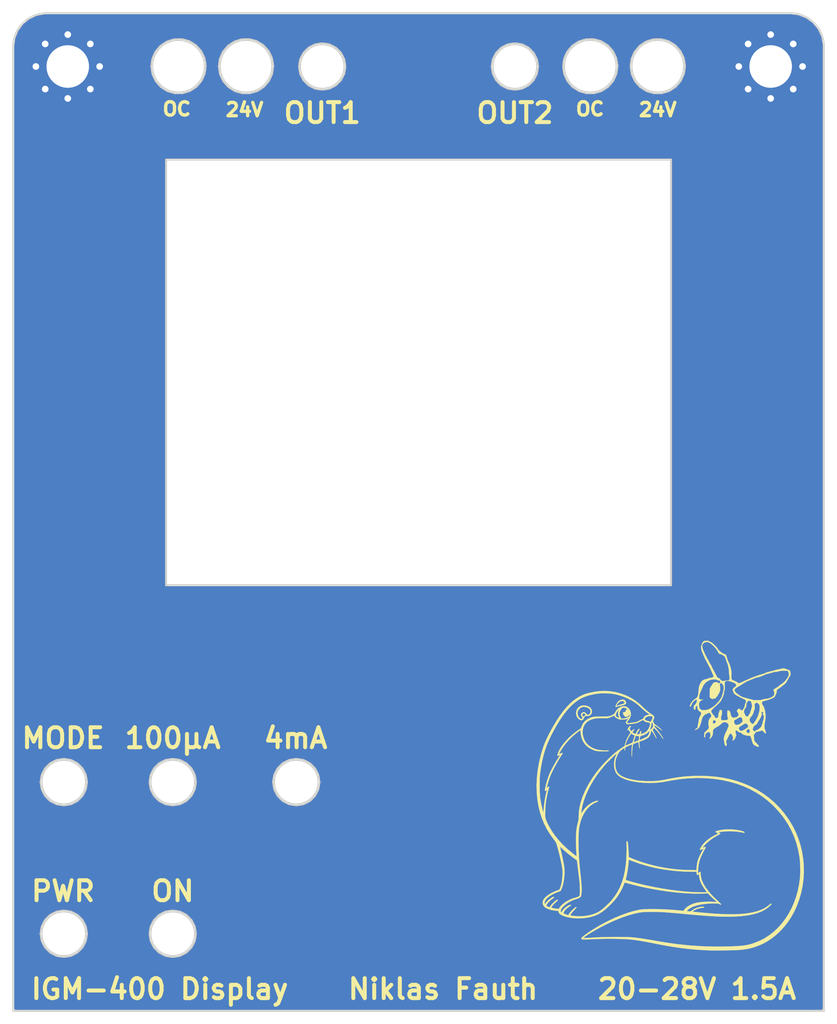
<source format=kicad_pcb>
(kicad_pcb (version 20171130) (host pcbnew 5.0.2-bee76a0~70~ubuntu18.04.1)

  (general
    (thickness 1.6)
    (drawings 37)
    (tracks 0)
    (zones 0)
    (modules 4)
    (nets 2)
  )

  (page A4)
  (layers
    (0 F.Cu signal)
    (31 B.Cu signal)
    (32 B.Adhes user)
    (33 F.Adhes user)
    (34 B.Paste user)
    (35 F.Paste user)
    (36 B.SilkS user)
    (37 F.SilkS user)
    (38 B.Mask user)
    (39 F.Mask user)
    (40 Dwgs.User user hide)
    (41 Cmts.User user)
    (42 Eco1.User user)
    (43 Eco2.User user)
    (44 Edge.Cuts user)
    (45 Margin user)
    (46 B.CrtYd user hide)
    (47 F.CrtYd user hide)
    (48 B.Fab user)
    (49 F.Fab user hide)
  )

  (setup
    (last_trace_width 0.25)
    (user_trace_width 0.25)
    (user_trace_width 0.5)
    (user_trace_width 0.8)
    (user_trace_width 1)
    (user_trace_width 1.5)
    (trace_clearance 0.2)
    (zone_clearance 0)
    (zone_45_only yes)
    (trace_min 0.2)
    (segment_width 0.2)
    (edge_width 0.15)
    (via_size 0.8)
    (via_drill 0.4)
    (via_min_size 0.4)
    (via_min_drill 0.3)
    (uvia_size 0.3)
    (uvia_drill 0.1)
    (uvias_allowed no)
    (uvia_min_size 0.2)
    (uvia_min_drill 0.1)
    (pcb_text_width 0.3)
    (pcb_text_size 1.5 1.5)
    (mod_edge_width 0.15)
    (mod_text_size 0.6 0.6)
    (mod_text_width 0.15)
    (pad_size 6.4 6.4)
    (pad_drill 3.2)
    (pad_to_mask_clearance 0.051)
    (solder_mask_min_width 0.25)
    (aux_axis_origin 0 0)
    (visible_elements FFFFFF7F)
    (pcbplotparams
      (layerselection 0x010fc_ffffffff)
      (usegerberextensions true)
      (usegerberattributes false)
      (usegerberadvancedattributes false)
      (creategerberjobfile false)
      (excludeedgelayer true)
      (linewidth 0.100000)
      (plotframeref false)
      (viasonmask false)
      (mode 1)
      (useauxorigin false)
      (hpglpennumber 1)
      (hpglpenspeed 20)
      (hpglpendiameter 15.000000)
      (psnegative false)
      (psa4output false)
      (plotreference true)
      (plotvalue true)
      (plotinvisibletext false)
      (padsonsilk false)
      (subtractmaskfromsilk false)
      (outputformat 1)
      (mirror false)
      (drillshape 0)
      (scaleselection 1)
      (outputdirectory "gerber"))
  )

  (net 0 "")
  (net 1 GND)

  (net_class Default "This is the default net class."
    (clearance 0.2)
    (trace_width 0.25)
    (via_dia 0.8)
    (via_drill 0.4)
    (uvia_dia 0.3)
    (uvia_drill 0.1)
    (add_net GND)
  )

  (module MountingHole:MountingHole_3.2mm_M3_Pad_Via (layer F.Cu) (tedit 5C2E52FD) (tstamp 5C502F4D)
    (at 124.1 59)
    (descr "Mounting Hole 3.2mm, M3")
    (tags "mounting hole 3.2mm m3")
    (path /5C311899)
    (attr virtual)
    (fp_text reference H1 (at 0 -4.2) (layer F.SilkS) hide
      (effects (font (size 1 1) (thickness 0.15)))
    )
    (fp_text value MountingHole_Pad (at 0 4.2) (layer F.Fab)
      (effects (font (size 1 1) (thickness 0.15)))
    )
    (fp_text user %R (at 0.3 0) (layer F.Fab)
      (effects (font (size 1 1) (thickness 0.15)))
    )
    (fp_circle (center 0 0) (end 3.2 0) (layer Cmts.User) (width 0.15))
    (fp_circle (center 0 0) (end 3.45 0) (layer F.CrtYd) (width 0.05))
    (pad 1 thru_hole circle (at 0 0) (size 6.4 6.4) (drill 3.2) (layers *.Cu *.Mask)
      (net 1 GND))
    (pad 1 thru_hole circle (at 2.4 0) (size 0.8 0.8) (drill 0.5) (layers *.Cu *.Mask))
    (pad 1 thru_hole circle (at 1.697056 1.697056) (size 0.8 0.8) (drill 0.5) (layers *.Cu *.Mask))
    (pad 1 thru_hole circle (at 0 2.4) (size 0.8 0.8) (drill 0.5) (layers *.Cu *.Mask))
    (pad 1 thru_hole circle (at -1.697056 1.697056) (size 0.8 0.8) (drill 0.5) (layers *.Cu *.Mask))
    (pad 1 thru_hole circle (at -2.4 0) (size 0.8 0.8) (drill 0.5) (layers *.Cu *.Mask))
    (pad 1 thru_hole circle (at -1.697056 -1.697056) (size 0.8 0.8) (drill 0.5) (layers *.Cu *.Mask))
    (pad 1 thru_hole circle (at 0 -2.4) (size 0.8 0.8) (drill 0.5) (layers *.Cu *.Mask))
    (pad 1 thru_hole circle (at 1.697056 -1.697056) (size 0.8 0.8) (drill 0.5) (layers *.Cu *.Mask))
  )

  (module MountingHole:MountingHole_3.2mm_M3_Pad_Via (layer F.Cu) (tedit 5C2E5308) (tstamp 5C502F3E)
    (at 177 59)
    (descr "Mounting Hole 3.2mm, M3")
    (tags "mounting hole 3.2mm m3")
    (path /5C31174B)
    (attr virtual)
    (fp_text reference H2 (at 0 -4.2) (layer F.SilkS) hide
      (effects (font (size 1 1) (thickness 0.15)))
    )
    (fp_text value MountingHole_Pad (at 0 4.2) (layer F.Fab)
      (effects (font (size 1 1) (thickness 0.15)))
    )
    (fp_circle (center 0 0) (end 3.45 0) (layer F.CrtYd) (width 0.05))
    (fp_circle (center 0 0) (end 3.2 0) (layer Cmts.User) (width 0.15))
    (fp_text user %R (at 0.3 0) (layer F.Fab)
      (effects (font (size 1 1) (thickness 0.15)))
    )
    (pad 1 thru_hole circle (at 1.697056 -1.697056) (size 0.8 0.8) (drill 0.5) (layers *.Cu *.Mask))
    (pad 1 thru_hole circle (at 0 -2.4) (size 0.8 0.8) (drill 0.5) (layers *.Cu *.Mask))
    (pad 1 thru_hole circle (at -1.697056 -1.697056) (size 0.8 0.8) (drill 0.5) (layers *.Cu *.Mask))
    (pad 1 thru_hole circle (at -2.4 0) (size 0.8 0.8) (drill 0.5) (layers *.Cu *.Mask))
    (pad 1 thru_hole circle (at -1.697056 1.697056) (size 0.8 0.8) (drill 0.5) (layers *.Cu *.Mask))
    (pad 1 thru_hole circle (at 0 2.4) (size 0.8 0.8) (drill 0.5) (layers *.Cu *.Mask))
    (pad 1 thru_hole circle (at 1.697056 1.697056) (size 0.8 0.8) (drill 0.5) (layers *.Cu *.Mask))
    (pad 1 thru_hole circle (at 2.4 0) (size 0.8 0.8) (drill 0.5) (layers *.Cu *.Mask))
    (pad 1 thru_hole circle (at 0 0) (size 6.4 6.4) (drill 3.2) (layers *.Cu *.Mask)
      (net 1 GND))
  )

  (module IGM400:otter (layer F.Cu) (tedit 0) (tstamp 5C2E4B96)
    (at 169.42816 115.37188)
    (fp_text reference G*** (at 0 0) (layer F.SilkS) hide
      (effects (font (size 1.524 1.524) (thickness 0.3)))
    )
    (fp_text value LOGO (at 0.75 0) (layer F.SilkS) hide
      (effects (font (size 1.524 1.524) (thickness 0.3)))
    )
    (fp_poly (pts (xy -3.464795 -8.764737) (xy -3.38923 -8.712966) (xy -3.337341 -8.638629) (xy -3.335396 -8.633941)
      (xy -3.309654 -8.559496) (xy -3.305714 -8.508273) (xy -3.324717 -8.466543) (xy -3.351822 -8.436087)
      (xy -3.40944 -8.398605) (xy -3.50387 -8.366023) (xy -3.568781 -8.350535) (xy -3.676234 -8.325627)
      (xy -3.797849 -8.294548) (xy -3.907455 -8.263989) (xy -3.908311 -8.263736) (xy -3.999255 -8.2369)
      (xy -4.057017 -8.221292) (xy -4.08911 -8.216473) (xy -4.103048 -8.222005) (xy -4.106342 -8.237447)
      (xy -4.106333 -8.252156) (xy -4.094696 -8.302798) (xy -4.087928 -8.318905) (xy -4.019841 -8.318905)
      (xy -4.008995 -8.302283) (xy -3.984625 -8.308122) (xy -3.948065 -8.321912) (xy -3.883556 -8.345054)
      (xy -3.803213 -8.373221) (xy -3.77825 -8.38186) (xy -3.690459 -8.411117) (xy -3.609699 -8.436248)
      (xy -3.550668 -8.45272) (xy -3.541588 -8.454834) (xy -3.469227 -8.481503) (xy -3.436903 -8.521699)
      (xy -3.444467 -8.575645) (xy -3.451191 -8.588888) (xy -3.502986 -8.643291) (xy -3.574509 -8.666814)
      (xy -3.658836 -8.661462) (xy -3.749039 -8.629243) (xy -3.838194 -8.572165) (xy -3.919374 -8.492235)
      (xy -3.955954 -8.442587) (xy -4.002201 -8.365483) (xy -4.019841 -8.318905) (xy -4.087928 -8.318905)
      (xy -4.064061 -8.375699) (xy -4.020843 -8.459261) (xy -3.971455 -8.541886) (xy -3.922315 -8.611975)
      (xy -3.883727 -8.65464) (xy -3.814384 -8.700732) (xy -3.723186 -8.742479) (xy -3.628662 -8.772688)
      (xy -3.550066 -8.784167) (xy -3.464795 -8.764737)) (layer F.SilkS) (width 0.01))
    (fp_poly (pts (xy -6.323724 -8.320007) (xy -6.184893 -8.27781) (xy -6.063298 -8.214108) (xy -6.033586 -8.192361)
      (xy -5.950149 -8.10336) (xy -5.897568 -7.998098) (xy -5.877637 -7.885695) (xy -5.892151 -7.775272)
      (xy -5.934327 -7.687718) (xy -6.009859 -7.601) (xy -6.09279 -7.552924) (xy -6.190634 -7.539797)
      (xy -6.229453 -7.542735) (xy -6.299901 -7.547524) (xy -6.348897 -7.538112) (xy -6.396193 -7.510016)
      (xy -6.406016 -7.502655) (xy -6.468632 -7.43227) (xy -6.489125 -7.375809) (xy -6.520896 -7.301086)
      (xy -6.578078 -7.245491) (xy -6.648952 -7.219484) (xy -6.665063 -7.218769) (xy -6.720134 -7.229341)
      (xy -6.785136 -7.254221) (xy -6.79723 -7.260294) (xy -6.907797 -7.341633) (xy -6.994602 -7.452176)
      (xy -7.052604 -7.583159) (xy -7.076762 -7.725818) (xy -7.077049 -7.741253) (xy -6.963833 -7.741253)
      (xy -6.948449 -7.644324) (xy -6.907741 -7.538731) (xy -6.849875 -7.441706) (xy -6.79123 -7.37708)
      (xy -6.729973 -7.339774) (xy -6.668481 -7.32475) (xy -6.61878 -7.333132) (xy -6.59507 -7.358743)
      (xy -6.597775 -7.399701) (xy -6.623864 -7.457021) (xy -6.632121 -7.470145) (xy -6.68132 -7.55523)
      (xy -6.701677 -7.622954) (xy -6.700311 -7.637142) (xy -6.604 -7.637142) (xy -6.594569 -7.598129)
      (xy -6.572262 -7.55015) (xy -6.546054 -7.509633) (xy -6.525237 -7.493) (xy -6.504056 -7.505018)
      (xy -6.461619 -7.535655) (xy -6.432867 -7.557926) (xy -6.38489 -7.597766) (xy -6.365486 -7.624175)
      (xy -6.369594 -7.649431) (xy -6.384793 -7.674591) (xy -6.436355 -7.724882) (xy -6.496553 -7.741312)
      (xy -6.554144 -7.721356) (xy -6.56252 -7.714478) (xy -6.594295 -7.671435) (xy -6.604 -7.637142)
      (xy -6.700311 -7.637142) (xy -6.695767 -7.684327) (xy -6.687607 -7.707225) (xy -6.638979 -7.773118)
      (xy -6.563012 -7.817032) (xy -6.478837 -7.831667) (xy -6.434049 -7.823232) (xy -6.385825 -7.793782)
      (xy -6.324537 -7.737098) (xy -6.311343 -7.72349) (xy -6.250645 -7.664223) (xy -6.207735 -7.633667)
      (xy -6.174806 -7.626817) (xy -6.164136 -7.629112) (xy -6.075372 -7.676144) (xy -6.015749 -7.746227)
      (xy -5.986041 -7.830989) (xy -5.987021 -7.922059) (xy -6.019465 -8.011064) (xy -6.084146 -8.089632)
      (xy -6.119101 -8.116185) (xy -6.211073 -8.163684) (xy -6.320942 -8.20076) (xy -6.432279 -8.223231)
      (xy -6.528656 -8.226916) (xy -6.546003 -8.224825) (xy -6.678835 -8.183672) (xy -6.792581 -8.109441)
      (xy -6.88168 -8.00857) (xy -6.940572 -7.887494) (xy -6.963695 -7.752649) (xy -6.963833 -7.741253)
      (xy -7.077049 -7.741253) (xy -7.077156 -7.747) (xy -7.057268 -7.906319) (xy -6.99994 -8.049195)
      (xy -6.908168 -8.170955) (xy -6.784948 -8.266925) (xy -6.723317 -8.298974) (xy -6.604969 -8.332449)
      (xy -6.46776 -8.33884) (xy -6.323724 -8.320007)) (layer F.SilkS) (width 0.01))
    (fp_poly (pts (xy -4.437564 -9.396954) (xy -4.033897 -9.324475) (xy -3.636215 -9.210261) (xy -3.243966 -9.054249)
      (xy -2.950568 -8.908452) (xy -2.643401 -8.720048) (xy -2.343446 -8.490804) (xy -2.052128 -8.221818)
      (xy -2.032 -8.201431) (xy -1.886988 -8.06229) (xy -1.725699 -7.922154) (xy -1.559426 -7.790085)
      (xy -1.399461 -7.675148) (xy -1.287679 -7.604017) (xy -1.22721 -7.54829) (xy -1.191095 -7.474785)
      (xy -1.18554 -7.433796) (xy -1.194242 -7.395394) (xy -1.216419 -7.334835) (xy -1.236743 -7.288222)
      (xy -1.287739 -7.178695) (xy -1.239201 -7.059268) (xy -1.202736 -6.982893) (xy -1.159102 -6.92771)
      (xy -1.093891 -6.876489) (xy -1.076873 -6.865125) (xy -0.976315 -6.795681) (xy -0.877741 -6.721532)
      (xy -0.786646 -6.647526) (xy -0.708527 -6.57851) (xy -0.648879 -6.519329) (xy -0.613198 -6.47483)
      (xy -0.606603 -6.450409) (xy -0.627073 -6.452375) (xy -0.666335 -6.478707) (xy -0.695643 -6.504578)
      (xy -0.750216 -6.550901) (xy -0.829361 -6.610834) (xy -0.921357 -6.676192) (xy -1.014485 -6.738789)
      (xy -1.097025 -6.790439) (xy -1.137708 -6.813356) (xy -1.172685 -6.82737) (xy -1.184411 -6.812796)
      (xy -1.185333 -6.792527) (xy -1.170491 -6.754331) (xy -1.129434 -6.695053) (xy -1.067372 -6.621978)
      (xy -1.050248 -6.603534) (xy -0.967521 -6.51088) (xy -0.881493 -6.405884) (xy -0.796088 -6.294321)
      (xy -0.715232 -6.181965) (xy -0.64285 -6.07459) (xy -0.582867 -5.977971) (xy -0.53921 -5.897882)
      (xy -0.515802 -5.840097) (xy -0.513976 -5.814637) (xy -0.528272 -5.816954) (xy -0.556247 -5.849072)
      (xy -0.58423 -5.891704) (xy -0.695237 -6.061321) (xy -0.826651 -6.236496) (xy -0.96452 -6.399195)
      (xy -1.032971 -6.471709) (xy -1.098022 -6.53596) (xy -1.152788 -6.586989) (xy -1.19017 -6.618355)
      (xy -1.202077 -6.625167) (xy -1.225062 -6.609705) (xy -1.259129 -6.571587) (xy -1.266123 -6.562384)
      (xy -1.31254 -6.499602) (xy -1.176035 -6.229009) (xy -1.125764 -6.127895) (xy -1.081881 -6.036893)
      (xy -1.04829 -5.964305) (xy -1.028897 -5.918433) (xy -1.026339 -5.910792) (xy -1.019847 -5.870541)
      (xy -1.030054 -5.863979) (xy -1.053116 -5.887779) (xy -1.085191 -5.938614) (xy -1.107202 -5.98079)
      (xy -1.151142 -6.064031) (xy -1.203536 -6.153666) (xy -1.259313 -6.242143) (xy -1.313403 -6.321907)
      (xy -1.360734 -6.385404) (xy -1.396236 -6.425082) (xy -1.411897 -6.434667) (xy -1.431773 -6.414718)
      (xy -1.43929 -6.356533) (xy -1.439333 -6.350227) (xy -1.45371 -6.246217) (xy -1.492474 -6.13085)
      (xy -1.54908 -6.02167) (xy -1.576937 -5.981439) (xy -1.645817 -5.913798) (xy -1.748872 -5.843103)
      (xy -1.878613 -5.773803) (xy -2.02755 -5.710347) (xy -2.043099 -5.704535) (xy -2.125248 -5.673995)
      (xy -2.199721 -5.64593) (xy -2.250636 -5.626328) (xy -2.251279 -5.626073) (xy -2.311807 -5.602109)
      (xy -2.301069 -5.399263) (xy -2.294811 -5.305478) (xy -2.286998 -5.223368) (xy -2.278897 -5.165169)
      (xy -2.275114 -5.148792) (xy -2.270552 -5.112118) (xy -2.280181 -5.101167) (xy -2.301164 -5.121245)
      (xy -2.321989 -5.177174) (xy -2.341014 -5.262498) (xy -2.356598 -5.370762) (xy -2.36178 -5.42217)
      (xy -2.376182 -5.584423) (xy -2.558633 -5.519404) (xy -2.642357 -5.48808) (xy -2.711986 -5.459289)
      (xy -2.75691 -5.437536) (xy -2.766251 -5.431234) (xy -2.781882 -5.397684) (xy -2.798264 -5.329809)
      (xy -2.814406 -5.235581) (xy -2.829316 -5.122974) (xy -2.842004 -4.999961) (xy -2.851479 -4.874513)
      (xy -2.85675 -4.754603) (xy -2.8575 -4.697023) (xy -2.859299 -4.586584) (xy -2.86456 -4.513071)
      (xy -2.87308 -4.478593) (xy -2.878667 -4.47675) (xy -2.887531 -4.502769) (xy -2.893926 -4.562914)
      (xy -2.89787 -4.649052) (xy -2.899377 -4.753048) (xy -2.898463 -4.86677) (xy -2.895144 -4.982083)
      (xy -2.889434 -5.090854) (xy -2.88135 -5.184948) (xy -2.877247 -5.21816) (xy -2.867928 -5.296523)
      (xy -2.863642 -5.357443) (xy -2.865087 -5.389903) (xy -2.866198 -5.392086) (xy -2.889705 -5.389401)
      (xy -2.942251 -5.371874) (xy -3.014854 -5.343284) (xy -3.098533 -5.307408) (xy -3.184309 -5.268026)
      (xy -3.263201 -5.228917) (xy -3.296708 -5.21095) (xy -3.351217 -5.177607) (xy -3.377648 -5.14679)
      (xy -3.386067 -5.102655) (xy -3.386667 -5.069338) (xy -3.389966 -4.992) (xy -3.398268 -4.946464)
      (xy -3.409183 -4.935329) (xy -3.420317 -4.961195) (xy -3.429 -5.023342) (xy -3.439583 -5.146601)
      (xy -3.590018 -5.040789) (xy -3.701203 -4.955473) (xy -3.78809 -4.869541) (xy -3.861612 -4.770083)
      (xy -3.932703 -4.644186) (xy -3.942939 -4.624005) (xy -4.022431 -4.449284) (xy -4.075417 -4.289653)
      (xy -4.105538 -4.130485) (xy -4.116437 -3.957152) (xy -4.116641 -3.926417) (xy -4.104621 -3.715686)
      (xy -4.06755 -3.534134) (xy -4.003908 -3.375751) (xy -3.957519 -3.297079) (xy -3.856001 -3.179073)
      (xy -3.715712 -3.070948) (xy -3.539207 -2.973412) (xy -3.329044 -2.887175) (xy -3.087778 -2.812944)
      (xy -2.817965 -2.751428) (xy -2.522162 -2.703336) (xy -2.202925 -2.669376) (xy -1.862811 -2.650256)
      (xy -1.608667 -2.646078) (xy -1.411513 -2.647103) (xy -1.2374 -2.651018) (xy -1.078049 -2.658761)
      (xy -0.925182 -2.671268) (xy -0.770522 -2.689477) (xy -0.605791 -2.714327) (xy -0.42271 -2.746754)
      (xy -0.213001 -2.787696) (xy -0.033769 -2.824451) (xy 0.530263 -2.924298) (xy 1.113512 -2.994361)
      (xy 1.70768 -3.034463) (xy 2.304469 -3.044426) (xy 2.895582 -3.024072) (xy 3.472722 -2.973223)
      (xy 3.926417 -2.909201) (xy 4.498295 -2.794046) (xy 5.049431 -2.643148) (xy 5.578912 -2.457087)
      (xy 6.085823 -2.236441) (xy 6.569252 -1.981791) (xy 7.028284 -1.693715) (xy 7.462006 -1.372794)
      (xy 7.869505 -1.019606) (xy 8.249867 -0.634731) (xy 8.602179 -0.218748) (xy 8.925526 0.227764)
      (xy 8.963899 0.28575) (xy 9.233832 0.73593) (xy 9.466459 1.203791) (xy 9.661642 1.686747)
      (xy 9.819244 2.182213) (xy 9.939125 2.687606) (xy 10.021147 3.200339) (xy 10.065174 3.717829)
      (xy 10.071066 4.237491) (xy 10.038686 4.75674) (xy 9.967895 5.272992) (xy 9.858556 5.783661)
      (xy 9.710531 6.286163) (xy 9.52368 6.777914) (xy 9.332604 7.188726) (xy 9.097064 7.609608)
      (xy 8.829559 8.004563) (xy 8.527278 8.377508) (xy 8.320474 8.600109) (xy 7.996312 8.907385)
      (xy 7.662164 9.174966) (xy 7.315043 9.404911) (xy 6.95196 9.599277) (xy 6.720417 9.701635)
      (xy 6.404159 9.819649) (xy 6.092705 9.911658) (xy 5.774729 9.98016) (xy 5.438908 10.02765)
      (xy 5.122333 10.053881) (xy 4.959548 10.061922) (xy 4.76235 10.068916) (xy 4.538649 10.074791)
      (xy 4.296356 10.079477) (xy 4.043379 10.082901) (xy 3.787629 10.084993) (xy 3.537015 10.085682)
      (xy 3.299447 10.084896) (xy 3.082834 10.082565) (xy 2.895087 10.078616) (xy 2.7862 10.074899)
      (xy 2.262709 10.047266) (xy 1.746908 10.007831) (xy 1.231118 9.955628) (xy 0.70766 9.889686)
      (xy 0.168856 9.809037) (xy -0.392972 9.712714) (xy -0.985503 9.599746) (xy -0.99409 9.598035)
      (xy -1.328792 9.531711) (xy -1.627065 9.473776) (xy -1.893845 9.423629) (xy -2.13407 9.380668)
      (xy -2.352678 9.344295) (xy -2.554607 9.313908) (xy -2.744795 9.288907) (xy -2.928179 9.268692)
      (xy -3.109698 9.252663) (xy -3.294288 9.240218) (xy -3.486888 9.230758) (xy -3.692436 9.223682)
      (xy -3.91587 9.218391) (xy -4.148667 9.214477) (xy -4.544581 9.211138) (xy -4.918556 9.21334)
      (xy -5.29066 9.221378) (xy -5.680963 9.235546) (xy -5.731114 9.237722) (xy -5.959358 9.2474)
      (xy -6.148839 9.25437) (xy -6.303051 9.258446) (xy -6.425491 9.259446) (xy -6.519652 9.257185)
      (xy -6.589029 9.251479) (xy -6.637118 9.242145) (xy -6.667414 9.228997) (xy -6.68341 9.211853)
      (xy -6.688603 9.190529) (xy -6.688667 9.187316) (xy -6.670712 9.149123) (xy -6.619102 9.092755)
      (xy -6.537219 9.02054) (xy -6.428444 8.934807) (xy -6.29616 8.837883) (xy -6.143747 8.732096)
      (xy -5.97459 8.619774) (xy -5.792068 8.503246) (xy -5.599563 8.384839) (xy -5.400459 8.266882)
      (xy -5.198136 8.151702) (xy -5.127708 8.112761) (xy -4.626983 7.850947) (xy -4.137203 7.620582)
      (xy -3.660624 7.422532) (xy -3.199503 7.257664) (xy -2.756097 7.126843) (xy -2.332662 7.030936)
      (xy -2.287719 7.022612) (xy -2.143025 7.002623) (xy -1.961175 6.987648) (xy -1.747036 6.97758)
      (xy -1.505475 6.972313) (xy -1.241358 6.97174) (xy -0.959553 6.975755) (xy -0.664926 6.984252)
      (xy -0.362344 6.997123) (xy -0.056673 7.014264) (xy 0.247219 7.035567) (xy 0.544465 7.060927)
      (xy 0.8302 7.090236) (xy 0.836083 7.090897) (xy 0.920689 7.099686) (xy 0.973549 7.101699)
      (xy 1.00491 7.095534) (xy 1.025016 7.079789) (xy 1.037167 7.063365) (xy 1.164963 6.911686)
      (xy 1.328564 6.777109) (xy 1.524101 6.661958) (xy 1.747707 6.568558) (xy 1.963477 6.506473)
      (xy 2.1507 6.471044) (xy 2.368175 6.443751) (xy 2.604495 6.425211) (xy 2.848252 6.41604)
      (xy 3.088037 6.416857) (xy 3.312443 6.428278) (xy 3.349818 6.431461) (xy 3.426056 6.437047)
      (xy 3.481969 6.438544) (xy 3.507914 6.435777) (xy 3.508568 6.434352) (xy 3.491677 6.416464)
      (xy 3.449225 6.375879) (xy 3.387161 6.318172) (xy 3.311431 6.248918) (xy 3.290959 6.230362)
      (xy 3.199659 6.146092) (xy 3.108246 6.058859) (xy 3.027381 5.979002) (xy 2.968121 5.917292)
      (xy 2.857406 5.796152) (xy 2.407661 5.81065) (xy 1.954135 5.815208) (xy 1.468373 5.80129)
      (xy 0.955865 5.769627) (xy 0.422098 5.720951) (xy -0.127437 5.655994) (xy -0.687253 5.575488)
      (xy -1.25186 5.480166) (xy -1.81577 5.370759) (xy -2.373493 5.248) (xy -2.919541 5.112621)
      (xy -3.014007 5.087548) (xy -3.131914 5.055783) (xy -3.23619 5.027409) (xy -3.319699 5.00439)
      (xy -3.375306 4.98869) (xy -3.3951 4.982646) (xy -3.413401 4.996493) (xy -3.439257 5.042191)
      (xy -3.467853 5.111108) (xy -3.469902 5.116772) (xy -3.554059 5.322739) (xy -3.663579 5.545556)
      (xy -3.792327 5.773793) (xy -3.934164 5.99602) (xy -3.969325 6.046982) (xy -4.107662 6.228677)
      (xy -4.274596 6.422273) (xy -4.461604 6.619316) (xy -4.660165 6.811351) (xy -4.861756 6.989925)
      (xy -5.057856 7.146583) (xy -5.132917 7.201265) (xy -5.381935 7.352114) (xy -5.661587 7.475098)
      (xy -5.970026 7.5695) (xy -6.211988 7.619899) (xy -6.594479 7.667069) (xy -6.971846 7.677737)
      (xy -7.339101 7.652136) (xy -7.691256 7.5905) (xy -7.873849 7.542175) (xy -8.061346 7.47694)
      (xy -8.207185 7.405567) (xy -8.311619 7.327885) (xy -8.374901 7.24372) (xy -8.393702 7.187566)
      (xy -8.407013 7.116613) (xy -8.569131 7.102073) (xy -8.714062 7.083156) (xy -8.228491 7.083156)
      (xy -8.219777 7.157193) (xy -8.216513 7.164929) (xy -8.190537 7.207733) (xy -8.167109 7.210957)
      (xy -8.142849 7.173656) (xy -8.129776 7.14069) (xy -8.088716 7.067243) (xy -8.01852 6.98278)
      (xy -7.927862 6.895325) (xy -7.825416 6.812902) (xy -7.719856 6.743534) (xy -7.673512 6.718648)
      (xy -7.578451 6.67697) (xy -7.507827 6.65711) (xy -7.465047 6.659456) (xy -7.453521 6.684394)
      (xy -7.455844 6.693969) (xy -7.478582 6.720421) (xy -7.52453 6.753792) (xy -7.540519 6.763285)
      (xy -7.65918 6.839277) (xy -7.769611 6.926738) (xy -7.865753 7.019298) (xy -7.941553 7.110587)
      (xy -7.990954 7.194236) (xy -8.007671 7.25465) (xy -8.0059 7.287214) (xy -7.989266 7.31072)
      (xy -7.948938 7.332501) (xy -7.884583 7.356869) (xy -7.783295 7.392008) (xy -7.714465 7.41252)
      (xy -7.671144 7.419247) (xy -7.646386 7.413029) (xy -7.633242 7.394708) (xy -7.630722 7.387601)
      (xy -7.59877 7.324447) (xy -7.539571 7.242438) (xy -7.459239 7.148781) (xy -7.363887 7.050682)
      (xy -7.27606 6.969593) (xy -7.203006 6.907468) (xy -7.14005 6.857384) (xy -7.094766 6.825157)
      (xy -7.076208 6.816135) (xy -7.047217 6.823126) (xy -7.044094 6.847322) (xy -7.068307 6.891253)
      (xy -7.121326 6.957445) (xy -7.204618 7.048427) (xy -7.221349 7.065971) (xy -7.336488 7.191268)
      (xy -7.419863 7.293441) (xy -7.470989 7.37178) (xy -7.489383 7.42557) (xy -7.481736 7.449052)
      (xy -7.450016 7.461263) (xy -7.384014 7.473786) (xy -7.291767 7.485847) (xy -7.181312 7.496671)
      (xy -7.060687 7.505483) (xy -6.937928 7.511509) (xy -6.821073 7.513973) (xy -6.808132 7.513993)
      (xy -6.506391 7.500949) (xy -6.212591 7.463405) (xy -5.93368 7.403003) (xy -5.676604 7.321387)
      (xy -5.448313 7.220201) (xy -5.362183 7.171961) (xy -5.237002 7.088255) (xy -5.09332 6.978161)
      (xy -4.938807 6.848569) (xy -4.781132 6.706364) (xy -4.627965 6.558435) (xy -4.486977 6.411668)
      (xy -4.379769 6.289779) (xy -4.140268 5.975429) (xy -3.932222 5.642836) (xy -3.754641 5.28944)
      (xy -3.606529 4.912681) (xy -3.562059 4.762995) (xy -3.327978 4.762995) (xy -3.327015 4.786969)
      (xy -3.302195 4.797359) (xy -3.243037 4.816762) (xy -3.15611 4.843299) (xy -3.047985 4.875085)
      (xy -2.925229 4.910241) (xy -2.794414 4.946884) (xy -2.662107 4.983132) (xy -2.534878 5.017104)
      (xy -2.421224 5.046432) (xy -1.823821 5.188245) (xy -1.213827 5.316002) (xy -0.5996 5.428375)
      (xy 0.010501 5.524037) (xy 0.608121 5.60166) (xy 1.184899 5.659917) (xy 1.651 5.693132)
      (xy 1.743233 5.697397) (xy 1.856729 5.701212) (xy 1.985051 5.70451) (xy 2.121756 5.707225)
      (xy 2.260405 5.70929) (xy 2.394559 5.710638) (xy 2.517777 5.711202) (xy 2.623619 5.710917)
      (xy 2.705645 5.709714) (xy 2.757416 5.707527) (xy 2.772833 5.704761) (xy 2.760904 5.686052)
      (xy 2.728512 5.640624) (xy 2.680748 5.575508) (xy 2.628585 5.505561) (xy 2.464966 5.26556)
      (xy 2.337586 5.030301) (xy 2.247588 4.802379) (xy 2.196112 4.584384) (xy 2.186718 4.502516)
      (xy 2.173785 4.337782) (xy 2.125136 4.383486) (xy 2.076856 4.416401) (xy 2.040754 4.411201)
      (xy 2.015254 4.366684) (xy 1.999498 4.287561) (xy 1.984789 4.169833) (xy 1.622103 4.169628)
      (xy 1.09739 4.157363) (xy 0.55545 4.122092) (xy 0.008812 4.065235) (xy -0.529993 3.98821)
      (xy -1.048435 3.892438) (xy -1.286976 3.840085) (xy -1.794805 3.710815) (xy -2.292139 3.560045)
      (xy -2.794395 3.382949) (xy -2.997934 3.304525) (xy -3.106618 3.261694) (xy -3.121035 3.467055)
      (xy -3.137957 3.654286) (xy -3.163075 3.861539) (xy -3.194257 4.07472) (xy -3.229369 4.279736)
      (xy -3.266276 4.462492) (xy -3.281908 4.529667) (xy -3.303982 4.625721) (xy -3.319839 4.706353)
      (xy -3.327978 4.762995) (xy -3.562059 4.762995) (xy -3.486896 4.509999) (xy -3.394748 4.078835)
      (xy -3.329092 3.616627) (xy -3.323735 3.566583) (xy -3.308633 3.393971) (xy -3.295602 3.192187)
      (xy -3.285079 2.973535) (xy -3.277499 2.750319) (xy -3.273297 2.534841) (xy -3.272909 2.339407)
      (xy -3.275594 2.207059) (xy -3.279392 2.082739) (xy -3.28065 1.994291) (xy -3.2789 1.935306)
      (xy -3.273674 1.899373) (xy -3.264502 1.880083) (xy -3.251033 1.871069) (xy -3.214728 1.865438)
      (xy -3.203007 1.869937) (xy -3.19265 1.899376) (xy -3.180909 1.964151) (xy -3.168417 2.057312)
      (xy -3.155809 2.171911) (xy -3.143718 2.300997) (xy -3.132777 2.437622) (xy -3.12362 2.574835)
      (xy -3.11688 2.705688) (xy -3.113191 2.823232) (xy -3.112735 2.86028) (xy -3.1115 3.064143)
      (xy -2.932093 3.141215) (xy -2.566918 3.287613) (xy -2.171086 3.42718) (xy -1.756144 3.556393)
      (xy -1.333639 3.671729) (xy -0.915118 3.769664) (xy -0.783167 3.796902) (xy -0.354544 3.876332)
      (xy 0.050172 3.938162) (xy 0.444842 3.98392) (xy 0.843323 4.015136) (xy 1.259476 4.033337)
      (xy 1.388331 4.036458) (xy 1.982913 4.04845) (xy 1.996004 3.84985) (xy 2.031097 3.558691)
      (xy 2.095871 3.290016) (xy 2.115731 3.229549) (xy 2.149017 3.145326) (xy 2.197902 3.036163)
      (xy 2.256619 2.913624) (xy 2.319397 2.78927) (xy 2.380468 2.674665) (xy 2.434062 2.58137)
      (xy 2.457657 2.54423) (xy 2.49225 2.491288) (xy 2.514428 2.454517) (xy 2.518833 2.44486)
      (xy 2.501437 2.448441) (xy 2.456178 2.466137) (xy 2.402698 2.489677) (xy 2.337318 2.515761)
      (xy 2.285915 2.529311) (xy 2.263399 2.52853) (xy 2.24974 2.496972) (xy 2.262591 2.44019)
      (xy 2.298829 2.363196) (xy 2.355332 2.270998) (xy 2.428976 2.168605) (xy 2.516638 2.061027)
      (xy 2.615196 1.953272) (xy 2.634024 1.934072) (xy 2.817879 1.770349) (xy 3.036697 1.613172)
      (xy 3.283134 1.467565) (xy 3.412639 1.40153) (xy 3.496214 1.36011) (xy 3.563476 1.32503)
      (xy 3.606615 1.300474) (xy 3.618516 1.291167) (xy 3.600836 1.277597) (xy 3.555253 1.253719)
      (xy 3.511244 1.233438) (xy 3.448982 1.200851) (xy 3.415856 1.17213) (xy 3.412825 1.159354)
      (xy 3.438709 1.138145) (xy 3.499451 1.112966) (xy 3.587985 1.08572) (xy 3.697245 1.058314)
      (xy 3.820165 1.032654) (xy 3.94968 1.010645) (xy 3.981169 1.006088) (xy 4.299987 0.97872)
      (xy 4.633074 0.981652) (xy 4.967365 1.013845) (xy 5.289792 1.07426) (xy 5.476875 1.125084)
      (xy 5.552004 1.151181) (xy 5.593294 1.174342) (xy 5.608516 1.199402) (xy 5.609167 1.20735)
      (xy 5.609434 1.229642) (xy 5.604744 1.242156) (xy 5.586856 1.245317) (xy 5.547533 1.239549)
      (xy 5.478534 1.225278) (xy 5.435999 1.216277) (xy 5.092117 1.160049) (xy 4.726627 1.13016)
      (xy 4.35146 1.127117) (xy 3.978544 1.151424) (xy 3.958167 1.153583) (xy 3.851704 1.165033)
      (xy 3.759998 1.174773) (xy 3.691468 1.181917) (xy 3.654531 1.185581) (xy 3.65125 1.185848)
      (xy 3.654551 1.195115) (xy 3.687442 1.216949) (xy 3.709458 1.229108) (xy 3.758457 1.260633)
      (xy 3.786057 1.289383) (xy 3.788327 1.296964) (xy 3.770575 1.317184) (xy 3.723008 1.35142)
      (xy 3.653485 1.394384) (xy 3.592535 1.428682) (xy 3.332238 1.577863) (xy 3.106032 1.726182)
      (xy 2.906225 1.879584) (xy 2.725127 2.044017) (xy 2.555045 2.225429) (xy 2.540699 2.241998)
      (xy 2.484669 2.310289) (xy 2.459901 2.35043) (xy 2.467413 2.363891) (xy 2.508227 2.352145)
      (xy 2.58336 2.316665) (xy 2.590057 2.313267) (xy 2.647416 2.293284) (xy 2.677209 2.304137)
      (xy 2.678579 2.343822) (xy 2.650672 2.410331) (xy 2.639731 2.429709) (xy 2.571381 2.552162)
      (xy 2.495388 2.698265) (xy 2.418679 2.853873) (xy 2.348184 3.004844) (xy 2.290833 3.137031)
      (xy 2.279784 3.164417) (xy 2.200451 3.403135) (xy 2.149318 3.651601) (xy 2.127554 3.852333)
      (xy 2.120074 3.955111) (xy 2.112485 4.059738) (xy 2.10629 4.145491) (xy 2.105681 4.153958)
      (xy 2.10362 4.219215) (xy 2.107259 4.263387) (xy 2.113692 4.275667) (xy 2.138195 4.261649)
      (xy 2.175703 4.227431) (xy 2.180167 4.22275) (xy 2.224638 4.186366) (xy 2.265071 4.169915)
      (xy 2.267224 4.169833) (xy 2.286051 4.17491) (xy 2.297355 4.195679) (xy 2.303002 4.24045)
      (xy 2.304857 4.317535) (xy 2.304938 4.337815) (xy 2.325563 4.557075) (xy 2.386555 4.785991)
      (xy 2.488003 5.024704) (xy 2.629996 5.273355) (xy 2.812623 5.532085) (xy 3.035972 5.801035)
      (xy 3.300134 6.080346) (xy 3.563616 6.332246) (xy 3.653856 6.416264) (xy 3.732659 6.492012)
      (xy 3.794842 6.554316) (xy 3.835225 6.598003) (xy 3.848594 6.616839) (xy 3.841076 6.641501)
      (xy 3.807466 6.643271) (xy 3.756564 6.623231) (xy 3.721433 6.601223) (xy 3.685238 6.579832)
      (xy 3.64216 6.56599) (xy 3.581936 6.557909) (xy 3.494301 6.553805) (xy 3.442999 6.552776)
      (xy 3.095512 6.555874) (xy 2.76517 6.575715) (xy 2.456317 6.611613) (xy 2.173299 6.662882)
      (xy 1.920461 6.728838) (xy 1.702147 6.808793) (xy 1.640417 6.837161) (xy 1.556102 6.882569)
      (xy 1.470259 6.936162) (xy 1.390825 6.992052) (xy 1.325738 7.044348) (xy 1.282935 7.087164)
      (xy 1.27 7.111962) (xy 1.289237 7.12319) (xy 1.339483 7.135007) (xy 1.404353 7.144185)
      (xy 1.476899 7.150756) (xy 1.526255 7.148101) (xy 1.568815 7.131454) (xy 1.620971 7.096047)
      (xy 1.653061 7.071874) (xy 1.845896 6.949107) (xy 2.053331 6.863469) (xy 2.280509 6.813066)
      (xy 2.385872 6.801729) (xy 2.471562 6.795704) (xy 2.523505 6.794855) (xy 2.550131 6.80072)
      (xy 2.559869 6.814837) (xy 2.561167 6.833711) (xy 2.555385 6.862617) (xy 2.530548 6.875975)
      (xy 2.475415 6.87951) (xy 2.471208 6.879534) (xy 2.366783 6.888132) (xy 2.239862 6.910914)
      (xy 2.106437 6.944443) (xy 1.986601 6.983728) (xy 1.920299 7.012793) (xy 1.849658 7.050152)
      (xy 1.783631 7.090114) (xy 1.731167 7.126986) (xy 1.701218 7.155078) (xy 1.698727 7.166783)
      (xy 1.72209 7.171512) (xy 1.782554 7.179161) (xy 1.875022 7.189264) (xy 1.994396 7.201354)
      (xy 2.135581 7.214967) (xy 2.293478 7.229635) (xy 2.462992 7.244892) (xy 2.639025 7.260273)
      (xy 2.816479 7.275312) (xy 2.99026 7.289541) (xy 3.155268 7.302496) (xy 3.302 7.313394)
      (xy 3.837545 7.345522) (xy 4.33489 7.362196) (xy 4.795328 7.36321) (xy 5.220151 7.348355)
      (xy 5.610654 7.317423) (xy 5.968128 7.270208) (xy 6.293866 7.206501) (xy 6.589163 7.126094)
      (xy 6.855309 7.02878) (xy 7.093599 6.914351) (xy 7.305325 6.782599) (xy 7.482417 6.641757)
      (xy 7.552188 6.586307) (xy 7.604047 6.559685) (xy 7.634484 6.563155) (xy 7.641167 6.584536)
      (xy 7.625259 6.617869) (xy 7.581787 6.670232) (xy 7.517123 6.735353) (xy 7.437642 6.806958)
      (xy 7.349719 6.878776) (xy 7.316621 6.903925) (xy 7.11218 7.038155) (xy 6.880687 7.156444)
      (xy 6.621028 7.258922) (xy 6.332092 7.345723) (xy 6.012765 7.416979) (xy 5.661936 7.472824)
      (xy 5.278492 7.513389) (xy 4.861321 7.538808) (xy 4.409309 7.549213) (xy 3.921346 7.544738)
      (xy 3.396317 7.525514) (xy 2.833111 7.491675) (xy 2.561167 7.471258) (xy 2.389747 7.457441)
      (xy 2.209841 7.442599) (xy 2.032839 7.427695) (xy 1.870129 7.413692) (xy 1.733102 7.401554)
      (xy 1.68275 7.396947) (xy 1.318611 7.363242) (xy 0.993282 7.33335) (xy 0.703435 7.307043)
      (xy 0.445738 7.284097) (xy 0.216862 7.264284) (xy 0.013478 7.24738) (xy -0.167745 7.233157)
      (xy -0.330135 7.221391) (xy -0.477024 7.211853) (xy -0.61174 7.20432) (xy -0.737614 7.198564)
      (xy -0.857975 7.194359) (xy -0.976153 7.191479) (xy -1.095477 7.189699) (xy -1.219278 7.188791)
      (xy -1.350886 7.18853) (xy -1.386417 7.18854) (xy -1.602515 7.189454) (xy -1.784651 7.192525)
      (xy -1.94118 7.198695) (xy -2.080457 7.208906) (xy -2.210834 7.224103) (xy -2.340667 7.245225)
      (xy -2.47831 7.273217) (xy -2.632118 7.309021) (xy -2.779303 7.345665) (xy -3.151121 7.451393)
      (xy -3.54647 7.585355) (xy -3.959749 7.745072) (xy -4.385357 7.928063) (xy -4.817692 8.131849)
      (xy -5.251153 8.353949) (xy -5.680139 8.591883) (xy -5.938801 8.744689) (xy -6.059914 8.81944)
      (xy -6.177282 8.894532) (xy -6.285503 8.966239) (xy -6.379177 9.030837) (xy -6.452902 9.0846)
      (xy -6.501277 9.123805) (xy -6.5189 9.144725) (xy -6.518901 9.144738) (xy -6.514367 9.148467)
      (xy -6.498037 9.150769) (xy -6.466324 9.151492) (xy -6.415637 9.150484) (xy -6.342388 9.147592)
      (xy -6.242989 9.142663) (xy -6.113851 9.135544) (xy -5.951386 9.126084) (xy -5.752004 9.114128)
      (xy -5.640917 9.107384) (xy -5.453099 9.097565) (xy -5.239624 9.089197) (xy -5.006214 9.0823)
      (xy -4.75859 9.076893) (xy -4.502475 9.072998) (xy -4.243591 9.070634) (xy -3.98766 9.069822)
      (xy -3.740404 9.070582) (xy -3.507545 9.072934) (xy -3.294805 9.076899) (xy -3.107907 9.082497)
      (xy -2.952572 9.089748) (xy -2.846917 9.097477) (xy -2.558503 9.128448) (xy -2.231422 9.171332)
      (xy -1.865126 9.226207) (xy -1.45907 9.293152) (xy -1.272222 9.325648) (xy -1.09807 9.356135)
      (xy -0.912193 9.38827) (xy -0.726607 9.420001) (xy -0.55333 9.44928) (xy -0.404377 9.474058)
      (xy -0.34925 9.483069) (xy 0.593109 9.617085) (xy 1.539792 9.713767) (xy 2.495064 9.773374)
      (xy 3.463189 9.796163) (xy 4.448431 9.782392) (xy 4.550833 9.778915) (xy 4.824005 9.768101)
      (xy 5.060724 9.756108) (xy 5.266873 9.742108) (xy 5.44833 9.725275) (xy 5.610976 9.704782)
      (xy 5.760691 9.679804) (xy 5.903355 9.649513) (xy 6.044848 9.613083) (xy 6.191052 9.569688)
      (xy 6.307475 9.532026) (xy 6.699939 9.379519) (xy 7.07533 9.189584) (xy 7.432343 8.964081)
      (xy 7.769671 8.70487) (xy 8.086008 8.413812) (xy 8.380047 8.092766) (xy 8.650482 7.743593)
      (xy 8.896006 7.368153) (xy 9.115314 6.968306) (xy 9.307098 6.545912) (xy 9.470053 6.102831)
      (xy 9.602871 5.640923) (xy 9.704247 5.162049) (xy 9.772874 4.668068) (xy 9.780848 4.586452)
      (xy 9.792079 4.413463) (xy 9.797583 4.210542) (xy 9.797668 3.98865) (xy 9.79264 3.758746)
      (xy 9.782807 3.531792) (xy 9.768476 3.318749) (xy 9.749953 3.130578) (xy 9.73745 3.037417)
      (xy 9.637179 2.50662) (xy 9.500629 1.997224) (xy 9.327274 1.507964) (xy 9.116588 1.037574)
      (xy 8.868045 0.584788) (xy 8.58112 0.14834) (xy 8.480106 0.010583) (xy 8.135583 -0.413175)
      (xy 7.764431 -0.804217) (xy 7.367177 -1.162305) (xy 6.944345 -1.487199) (xy 6.496463 -1.778663)
      (xy 6.024056 -2.036455) (xy 5.52765 -2.260338) (xy 5.007771 -2.450073) (xy 4.464944 -2.605422)
      (xy 3.899697 -2.726145) (xy 3.312554 -2.812003) (xy 2.704042 -2.862758) (xy 2.116667 -2.878248)
      (xy 1.436156 -2.858053) (xy 0.766918 -2.797536) (xy 0.109952 -2.696796) (xy -0.105833 -2.654358)
      (xy -0.602795 -2.567382) (xy -1.084435 -2.516584) (xy -1.556679 -2.50153) (xy -1.9685 -2.517453)
      (xy -2.343788 -2.552753) (xy -2.686831 -2.602455) (xy -2.996537 -2.666156) (xy -3.271814 -2.743452)
      (xy -3.511568 -2.833942) (xy -3.714708 -2.937221) (xy -3.880141 -3.052888) (xy -4.006775 -3.180539)
      (xy -4.082652 -3.297297) (xy -4.161544 -3.497142) (xy -4.206585 -3.714848) (xy -4.217948 -3.943086)
      (xy -4.195805 -4.174531) (xy -4.140331 -4.401854) (xy -4.051697 -4.617727) (xy -4.051456 -4.618202)
      (xy -3.997099 -4.725471) (xy -4.063428 -4.678241) (xy -4.112973 -4.638147) (xy -4.186094 -4.572648)
      (xy -4.277331 -4.487143) (xy -4.381224 -4.387036) (xy -4.492316 -4.277727) (xy -4.605146 -4.164617)
      (xy -4.714255 -4.053108) (xy -4.814183 -3.948602) (xy -4.899473 -3.856501) (xy -4.94025 -3.810701)
      (xy -5.2415 -3.446025) (xy -5.519452 -3.070396) (xy -5.772334 -2.687369) (xy -5.998372 -2.300503)
      (xy -6.195793 -1.913355) (xy -6.362823 -1.529483) (xy -6.497688 -1.152443) (xy -6.598616 -0.785792)
      (xy -6.663833 -0.43309) (xy -6.676424 -0.328083) (xy -6.6896 -0.201083) (xy -6.587272 -0.359833)
      (xy -6.432647 -0.568836) (xy -6.254151 -0.756196) (xy -6.058936 -0.915439) (xy -5.854155 -1.040092)
      (xy -5.813899 -1.059733) (xy -5.721189 -1.099576) (xy -5.627787 -1.133736) (xy -5.543212 -1.159368)
      (xy -5.476984 -1.173629) (xy -5.438623 -1.173677) (xy -5.436244 -1.172532) (xy -5.417419 -1.145225)
      (xy -5.438487 -1.113388) (xy -5.497521 -1.07907) (xy -5.540375 -1.06173) (xy -5.757397 -0.960349)
      (xy -5.962988 -0.821161) (xy -6.153798 -0.647916) (xy -6.326475 -0.444361) (xy -6.477671 -0.214245)
      (xy -6.604033 0.038683) (xy -6.665646 0.197273) (xy -6.719807 0.358683) (xy -6.764766 0.50907)
      (xy -6.801304 0.654604) (xy -6.830204 0.801456) (xy -6.852249 0.955797) (xy -6.86822 1.123796)
      (xy -6.878899 1.311625) (xy -6.885068 1.525454) (xy -6.887511 1.771454) (xy -6.887483 1.947333)
      (xy -6.885274 2.232981) (xy -6.880112 2.499148) (xy -6.871492 2.754676) (xy -6.858908 3.008407)
      (xy -6.841856 3.269184) (xy -6.819832 3.545847) (xy -6.792331 3.84724) (xy -6.761214 4.15925)
      (xy -6.744034 4.326374) (xy -6.725972 4.50241) (xy -6.708249 4.675441) (xy -6.692084 4.833551)
      (xy -6.678698 4.964826) (xy -6.675596 4.995333) (xy -6.658753 5.199831) (xy -6.650155 5.395407)
      (xy -6.649624 5.575965) (xy -6.656977 5.735412) (xy -6.672036 5.867652) (xy -6.694621 5.966591)
      (xy -6.705097 5.994094) (xy -6.735302 6.052666) (xy -6.771135 6.0978) (xy -6.820271 6.134332)
      (xy -6.890381 6.167098) (xy -6.98914 6.200935) (xy -7.073059 6.226005) (xy -7.364307 6.33051)
      (xy -7.631356 6.46769) (xy -7.871665 6.636072) (xy -8.033031 6.782161) (xy -8.135908 6.897286)
      (xy -8.200798 6.997069) (xy -8.228491 7.083156) (xy -8.714062 7.083156) (xy -8.784731 7.073932)
      (xy -8.985557 7.030521) (xy -9.164916 6.973965) (xy -9.316111 6.906389) (xy -9.432446 6.829918)
      (xy -9.43597 6.826966) (xy -9.520811 6.728993) (xy -9.572587 6.61163) (xy -9.589249 6.485172)
      (xy -9.440333 6.485172) (xy -9.435565 6.55225) (xy -9.420429 6.578426) (xy -9.393676 6.564138)
      (xy -9.356949 6.514399) (xy -9.3006 6.441039) (xy -9.222873 6.360483) (xy -9.131472 6.278658)
      (xy -9.034099 6.201492) (xy -8.938458 6.134911) (xy -8.852252 6.084843) (xy -8.783183 6.057216)
      (xy -8.75819 6.053667) (xy -8.724495 6.063468) (xy -8.725498 6.090457) (xy -8.759036 6.131008)
      (xy -8.822941 6.181497) (xy -8.842375 6.194572) (xy -8.935658 6.26264) (xy -9.031053 6.344248)
      (xy -9.121198 6.431788) (xy -9.198731 6.517654) (xy -9.25629 6.594238) (xy -9.286322 6.653281)
      (xy -9.310388 6.734312) (xy -9.200736 6.785366) (xy -9.124412 6.819013) (xy -9.076467 6.832567)
      (xy -9.047801 6.825611) (xy -9.029311 6.797729) (xy -9.021511 6.777176) (xy -8.99223 6.724098)
      (xy -8.938915 6.655147) (xy -8.868404 6.57677) (xy -8.787532 6.495415) (xy -8.703135 6.417529)
      (xy -8.622048 6.349559) (xy -8.551107 6.297954) (xy -8.497147 6.269161) (xy -8.478858 6.265333)
      (xy -8.449572 6.277774) (xy -8.450277 6.309941) (xy -8.478743 6.3541) (xy -8.514292 6.388252)
      (xy -8.615184 6.476107) (xy -8.710554 6.567781) (xy -8.795152 6.657347) (xy -8.863728 6.73888)
      (xy -8.911032 6.806454) (xy -8.931814 6.854144) (xy -8.932333 6.860128) (xy -8.912637 6.873535)
      (xy -8.858936 6.889786) (xy -8.779318 6.907181) (xy -8.681867 6.924021) (xy -8.574669 6.938608)
      (xy -8.54075 6.942405) (xy -8.465465 6.950567) (xy -8.407803 6.95718) (xy -8.379702 6.960874)
      (xy -8.379276 6.960959) (xy -8.363326 6.945515) (xy -8.341393 6.90383) (xy -8.337657 6.895042)
      (xy -8.294702 6.823647) (xy -8.221777 6.738221) (xy -8.12596 6.645218) (xy -8.014327 6.551091)
      (xy -7.893957 6.462292) (xy -7.790406 6.396029) (xy -7.61778 6.300286) (xy -7.452391 6.223372)
      (xy -7.277908 6.158499) (xy -7.077997 6.098879) (xy -7.070796 6.096927) (xy -6.981999 6.072034)
      (xy -6.913696 6.047616) (xy -6.863237 6.018044) (xy -6.827974 5.977689) (xy -6.805255 5.920924)
      (xy -6.792433 5.842119) (xy -6.786857 5.735645) (xy -6.785878 5.595875) (xy -6.786401 5.49275)
      (xy -6.790482 5.280541) (xy -6.800799 5.082131) (xy -6.818637 4.879125) (xy -6.844826 4.656667)
      (xy -6.866134 4.488823) (xy -6.890085 4.295919) (xy -6.914602 4.094961) (xy -6.937606 3.902958)
      (xy -6.953242 3.769656) (xy -6.968902 3.636299) (xy -6.983211 3.517969) (xy -6.995389 3.42083)
      (xy -7.004657 3.351048) (xy -7.010234 3.314787) (xy -7.011233 3.311069) (xy -7.029658 3.297409)
      (xy -7.07563 3.264375) (xy -7.142109 3.217002) (xy -7.217833 3.163311) (xy -7.403464 3.027196)
      (xy -7.599109 2.875273) (xy -7.792684 2.717363) (xy -7.9721 2.563284) (xy -8.101697 2.445256)
      (xy -8.173818 2.37863) (xy -8.232348 2.327166) (xy -8.27199 2.295317) (xy -8.287452 2.28754)
      (xy -8.287217 2.289157) (xy -8.267359 2.353257) (xy -8.241161 2.452181) (xy -8.210085 2.579144)
      (xy -8.175594 2.72736) (xy -8.139151 2.890046) (xy -8.102218 3.060416) (xy -8.066258 3.231686)
      (xy -8.032732 3.397071) (xy -8.003104 3.549786) (xy -7.978836 3.683048) (xy -7.961391 3.79007)
      (xy -7.9571 3.820583) (xy -7.94062 4.017762) (xy -7.938999 4.235641) (xy -7.95106 4.465314)
      (xy -7.975626 4.697879) (xy -8.011519 4.924432) (xy -8.057563 5.136068) (xy -8.112578 5.323883)
      (xy -8.175388 5.478974) (xy -8.176792 5.481836) (xy -8.244417 5.619088) (xy -8.424333 5.683803)
      (xy -8.636713 5.768828) (xy -8.831587 5.863839) (xy -9.005508 5.96612) (xy -9.155032 6.072951)
      (xy -9.276713 6.181615) (xy -9.367106 6.289395) (xy -9.422764 6.393572) (xy -9.440333 6.485172)
      (xy -9.589249 6.485172) (xy -9.589384 6.484154) (xy -9.569286 6.355844) (xy -9.545584 6.295878)
      (xy -9.470256 6.179712) (xy -9.357567 6.061033) (xy -9.212107 5.943) (xy -9.038467 5.828773)
      (xy -8.841237 5.721511) (xy -8.625008 5.624373) (xy -8.500768 5.576811) (xy -8.333785 5.516684)
      (xy -8.274245 5.3883) (xy -8.226118 5.259718) (xy -8.183657 5.098228) (xy -8.148002 4.913013)
      (xy -8.120291 4.713255) (xy -8.101664 4.508138) (xy -8.093259 4.306843) (xy -8.096215 4.118554)
      (xy -8.103961 4.015196) (xy -8.126641 3.841495) (xy -8.162277 3.632962) (xy -8.209739 3.394689)
      (xy -8.267898 3.131766) (xy -8.335624 2.849284) (xy -8.411787 2.552332) (xy -8.495259 2.246001)
      (xy -8.501297 2.224513) (xy -8.532169 2.117042) (xy -8.558358 2.036939) (xy -8.585848 1.972532)
      (xy -8.620625 1.912147) (xy -8.668673 1.844111) (xy -8.735977 1.756752) (xy -8.750908 1.73768)
      (xy -9.035079 1.346238) (xy -9.280543 0.94558) (xy -9.489449 0.53107) (xy -9.663949 0.098068)
      (xy -9.749139 -0.175108) (xy -9.397665 -0.175108) (xy -9.396412 -0.058978) (xy -9.390742 0.038673)
      (xy -9.378246 0.126323) (xy -9.356517 0.212457) (xy -9.323146 0.305554) (xy -9.275726 0.414096)
      (xy -9.211848 0.546566) (xy -9.167669 0.635) (xy -8.952295 1.022188) (xy -8.701986 1.395975)
      (xy -8.415378 1.757928) (xy -8.091109 2.109617) (xy -7.727819 2.45261) (xy -7.324144 2.788475)
      (xy -7.242722 2.851649) (xy -7.164496 2.910803) (xy -7.099382 2.958364) (xy -7.054094 2.989545)
      (xy -7.035347 2.99956) (xy -7.035294 2.999516) (xy -7.034357 2.977165) (xy -7.03666 2.921316)
      (xy -7.041743 2.840639) (xy -7.048367 2.753299) (xy -7.054931 2.657981) (xy -7.061948 2.531007)
      (xy -7.068923 2.383048) (xy -7.075361 2.224769) (xy -7.080766 2.06684) (xy -7.081727 2.034625)
      (xy -7.085866 1.673259) (xy -7.075924 1.346992) (xy -7.051425 1.050836) (xy -7.011898 0.779804)
      (xy -6.956867 0.528906) (xy -6.929192 0.428926) (xy -6.904366 0.337901) (xy -6.888594 0.258368)
      (xy -6.880178 0.175756) (xy -6.877422 0.075498) (xy -6.877931 -0.011332) (xy -6.863404 -0.339985)
      (xy -6.812457 -0.684271) (xy -6.726656 -1.041136) (xy -6.607566 -1.407527) (xy -6.456754 -1.780391)
      (xy -6.275785 -2.156675) (xy -6.066226 -2.533325) (xy -5.829642 -2.907288) (xy -5.567599 -3.275512)
      (xy -5.281663 -3.634942) (xy -4.973401 -3.982526) (xy -4.69615 -4.265252) (xy -4.51372 -4.440598)
      (xy -4.35278 -4.589979) (xy -4.2066 -4.71899) (xy -4.06845 -4.833222) (xy -3.931602 -4.938268)
      (xy -3.789325 -5.039721) (xy -3.658027 -5.128011) (xy -3.416754 -5.286659) (xy -3.409344 -5.318095)
      (xy -3.358518 -5.318095) (xy -3.358293 -5.313098) (xy -3.338752 -5.321075) (xy -3.287554 -5.34275)
      (xy -3.211912 -5.375052) (xy -3.119038 -5.414908) (xy -3.093176 -5.426036) (xy -2.831434 -5.538708)
      (xy -2.811905 -5.598196) (xy -2.728124 -5.598196) (xy -2.723899 -5.574834) (xy -2.709046 -5.577594)
      (xy -2.676649 -5.592593) (xy -2.616028 -5.616744) (xy -2.53898 -5.645391) (xy -2.520534 -5.651999)
      (xy -2.360083 -5.70906) (xy -2.357303 -5.734224) (xy -2.291712 -5.734224) (xy -2.198898 -5.769454)
      (xy -2.138753 -5.794185) (xy -2.054377 -5.831313) (xy -1.959592 -5.874686) (xy -1.910148 -5.897967)
      (xy -1.816947 -5.943984) (xy -1.752371 -5.981661) (xy -1.705981 -6.018965) (xy -1.667335 -6.063865)
      (xy -1.638508 -6.105271) (xy -1.598563 -6.175818) (xy -1.568034 -6.249132) (xy -1.549387 -6.315766)
      (xy -1.545087 -6.366272) (xy -1.557598 -6.391204) (xy -1.563602 -6.392333) (xy -1.590251 -6.377711)
      (xy -1.632884 -6.340165) (xy -1.664201 -6.307557) (xy -1.737191 -6.243938) (xy -1.836816 -6.179439)
      (xy -1.948276 -6.121836) (xy -2.056766 -6.078902) (xy -2.136156 -6.059674) (xy -2.190382 -6.047943)
      (xy -2.226718 -6.024605) (xy -2.25059 -5.981296) (xy -2.267423 -5.909652) (xy -2.277434 -5.841858)
      (xy -2.291712 -5.734224) (xy -2.357303 -5.734224) (xy -2.343115 -5.862631) (xy -2.335689 -5.937812)
      (xy -2.331788 -5.994139) (xy -2.332139 -6.020727) (xy -2.332532 -6.021429) (xy -2.355321 -6.026163)
      (xy -2.407609 -6.032975) (xy -2.459229 -6.038488) (xy -2.579541 -6.05032) (xy -2.64599 -5.866785)
      (xy -2.6897 -5.741742) (xy -2.716901 -5.653022) (xy -2.728124 -5.598196) (xy -2.811905 -5.598196)
      (xy -2.743599 -5.806259) (xy -2.655763 -6.07381) (xy -2.716429 -6.098939) (xy -2.774562 -6.127871)
      (xy -2.840039 -6.166954) (xy -2.85153 -6.17458) (xy -2.898046 -6.204129) (xy -2.926916 -6.218645)
      (xy -2.930788 -6.218755) (xy -3.009468 -6.105889) (xy -3.091627 -5.971954) (xy -3.169328 -5.831176)
      (xy -3.234633 -5.697782) (xy -3.272386 -5.606576) (xy -3.292405 -5.548239) (xy -3.31435 -5.478871)
      (xy -3.334899 -5.409824) (xy -3.35073 -5.352448) (xy -3.358518 -5.318095) (xy -3.409344 -5.318095)
      (xy -3.37751 -5.453126) (xy -3.307774 -5.68494) (xy -3.207488 -5.912993) (xy -3.072729 -6.145857)
      (xy -3.03301 -6.206102) (xy -2.980161 -6.284454) (xy -3.022587 -6.344037) (xy -3.061076 -6.407029)
      (xy -3.094904 -6.476092) (xy -3.095426 -6.477351) (xy -3.115777 -6.523101) (xy -3.127879 -6.533204)
      (xy -3.138585 -6.511564) (xy -3.141262 -6.503458) (xy -3.163227 -6.462664) (xy -3.184015 -6.462026)
      (xy -3.195632 -6.499918) (xy -3.196167 -6.514624) (xy -3.183365 -6.569559) (xy -3.150373 -6.635771)
      (xy -3.105312 -6.70205) (xy -3.056301 -6.757191) (xy -3.01146 -6.789984) (xy -2.993388 -6.7945)
      (xy -2.960195 -6.78) (xy -2.952955 -6.744842) (xy -2.97132 -6.701545) (xy -2.996696 -6.675069)
      (xy -3.053866 -6.629483) (xy -3.007541 -6.533788) (xy -2.96551 -6.454463) (xy -2.93116 -6.412707)
      (xy -2.898426 -6.406046) (xy -2.861245 -6.432009) (xy -2.833701 -6.462919) (xy -2.79008 -6.508942)
      (xy -2.752757 -6.536751) (xy -2.740792 -6.5405) (xy -2.704598 -6.528842) (xy -2.7025 -6.495948)
      (xy -2.733972 -6.444942) (xy -2.76225 -6.4135) (xy -2.803805 -6.364411) (xy -2.826108 -6.324783)
      (xy -2.826744 -6.309275) (xy -2.797495 -6.283802) (xy -2.744869 -6.252195) (xy -2.68523 -6.222911)
      (xy -2.63494 -6.204405) (xy -2.618824 -6.201833) (xy -2.592665 -6.21899) (xy -2.558565 -6.262591)
      (xy -2.541084 -6.291792) (xy -2.469359 -6.418126) (xy -2.411708 -6.507309) (xy -2.366272 -6.561412)
      (xy -2.331194 -6.582506) (xy -2.304616 -6.572662) (xy -2.297553 -6.563236) (xy -2.302965 -6.537993)
      (xy -2.327538 -6.486557) (xy -2.366755 -6.417828) (xy -2.391551 -6.378028) (xy -2.4379 -6.304229)
      (xy -2.473983 -6.243997) (xy -2.494681 -6.20602) (xy -2.497664 -6.197968) (xy -2.479171 -6.17849)
      (xy -2.433781 -6.166837) (xy -2.376641 -6.165892) (xy -2.350225 -6.169924) (xy -2.313113 -6.182831)
      (xy -2.289654 -6.20876) (xy -2.272028 -6.259195) (xy -2.262666 -6.298502) (xy -2.24414 -6.367121)
      (xy -2.224586 -6.40247) (xy -2.198814 -6.413407) (xy -2.195319 -6.4135) (xy -2.173148 -6.409726)
      (xy -2.163075 -6.393196) (xy -2.164949 -6.356098) (xy -2.17862 -6.290619) (xy -2.191897 -6.236549)
      (xy -2.205674 -6.18166) (xy -2.092379 -6.214722) (xy -1.925986 -6.280864) (xy -1.788381 -6.37497)
      (xy -1.726238 -6.436176) (xy -1.672066 -6.509068) (xy -1.517278 -6.509068) (xy -1.505208 -6.507145)
      (xy -1.477977 -6.520318) (xy -1.428457 -6.552462) (xy -1.374322 -6.596493) (xy -1.370204 -6.600287)
      (xy -1.308273 -6.68592) (xy -1.281904 -6.792278) (xy -1.291614 -6.91406) (xy -1.315951 -7.006158)
      (xy -1.339687 -7.056003) (xy -1.361993 -7.063676) (xy -1.382043 -7.029256) (xy -1.399007 -6.952824)
      (xy -1.405608 -6.903034) (xy -1.424061 -6.789607) (xy -1.452011 -6.676091) (xy -1.484968 -6.579209)
      (xy -1.503079 -6.540041) (xy -1.517278 -6.509068) (xy -1.672066 -6.509068) (xy -1.65133 -6.536968)
      (xy -1.585061 -6.658679) (xy -1.535247 -6.784743) (xy -1.510237 -6.893871) (xy -1.504338 -6.956837)
      (xy -1.510248 -6.992384) (xy -1.534406 -7.015084) (xy -1.572303 -7.034309) (xy -1.64471 -7.058595)
      (xy -1.719465 -7.069608) (xy -1.724042 -7.069667) (xy -1.83021 -7.088761) (xy -1.92082 -7.142229)
      (xy -1.961342 -7.186302) (xy -1.988788 -7.219622) (xy -2.015271 -7.229893) (xy -2.057392 -7.220392)
      (xy -2.085248 -7.21076) (xy -2.153312 -7.182061) (xy -2.233452 -7.141953) (xy -2.275417 -7.118424)
      (xy -2.385621 -7.059835) (xy -2.494731 -7.017448) (xy -2.616697 -6.986965) (xy -2.765468 -6.964091)
      (xy -2.783417 -6.961931) (xy -2.93408 -6.944622) (xy -3.048589 -6.93286) (xy -3.132748 -6.926559)
      (xy -3.19236 -6.925633) (xy -3.233227 -6.929998) (xy -3.261154 -6.939567) (xy -3.281942 -6.954255)
      (xy -3.282299 -6.954577) (xy -3.318353 -7.006066) (xy -3.321876 -7.068778) (xy -3.291968 -7.146309)
      (xy -3.22773 -7.242255) (xy -3.202177 -7.274496) (xy -3.130101 -7.362908) (xy -3.242509 -7.317835)
      (xy -3.3087 -7.295397) (xy -3.379912 -7.281382) (xy -3.468772 -7.274066) (xy -3.580305 -7.271756)
      (xy -3.681514 -7.271888) (xy -3.753577 -7.275257) (xy -3.809679 -7.284713) (xy -3.863007 -7.303106)
      (xy -3.926744 -7.333285) (xy -3.971888 -7.35639) (xy -4.062329 -7.406343) (xy -4.121218 -7.448196)
      (xy -4.156766 -7.488377) (xy -4.168546 -7.510278) (xy -4.191536 -7.553479) (xy -4.208921 -7.571983)
      (xy -4.210879 -7.571698) (xy -4.29085 -7.530705) (xy -4.39315 -7.485043) (xy -4.501072 -7.441589)
      (xy -4.59791 -7.407219) (xy -4.641944 -7.394277) (xy -4.710598 -7.379646) (xy -4.784352 -7.371264)
      (xy -4.87381 -7.368622) (xy -4.989582 -7.371208) (xy -5.058833 -7.374215) (xy -5.342826 -7.377092)
      (xy -5.593791 -7.356394) (xy -5.814297 -7.311453) (xy -6.006914 -7.241603) (xy -6.174214 -7.146178)
      (xy -6.286232 -7.055935) (xy -6.410252 -6.913192) (xy -6.501201 -6.747925) (xy -6.558584 -6.564647)
      (xy -6.581902 -6.367873) (xy -6.570659 -6.162118) (xy -6.524357 -5.951897) (xy -6.442498 -5.741725)
      (xy -6.433115 -5.72245) (xy -6.315518 -5.531636) (xy -6.165436 -5.366278) (xy -5.984942 -5.227378)
      (xy -5.776106 -5.115938) (xy -5.540998 -5.032958) (xy -5.28169 -4.979439) (xy -5.000253 -4.956384)
      (xy -4.849239 -4.956667) (xy -4.734767 -4.958475) (xy -4.657884 -4.955947) (xy -4.614035 -4.94874)
      (xy -4.599027 -4.937906) (xy -4.602849 -4.918127) (xy -4.63195 -4.90293) (xy -4.689769 -4.891876)
      (xy -4.779745 -4.884525) (xy -4.905316 -4.880439) (xy -5.058833 -4.879183) (xy -5.244029 -4.881957)
      (xy -5.397745 -4.891917) (xy -5.530511 -4.911051) (xy -5.652861 -4.941348) (xy -5.775326 -4.984796)
      (xy -5.894917 -5.037053) (xy -6.114834 -5.160934) (xy -6.302773 -5.312232) (xy -6.457847 -5.489634)
      (xy -6.57917 -5.691826) (xy -6.665854 -5.917496) (xy -6.717012 -6.165329) (xy -6.727289 -6.269784)
      (xy -6.741583 -6.475318) (xy -6.828043 -6.417148) (xy -7.087271 -6.225546) (xy -7.346413 -6.001622)
      (xy -7.596477 -5.754442) (xy -7.828472 -5.493071) (xy -8.033405 -5.226573) (xy -8.088897 -5.146034)
      (xy -8.153167 -5.047248) (xy -8.213988 -4.948724) (xy -8.26784 -4.856779) (xy -8.311203 -4.777726)
      (xy -8.340559 -4.717881) (xy -8.352387 -4.683558) (xy -8.349851 -4.677833) (xy -8.326081 -4.686661)
      (xy -8.276933 -4.709433) (xy -8.232336 -4.731509) (xy -8.152965 -4.765253) (xy -8.104291 -4.770358)
      (xy -8.085867 -4.746859) (xy -8.085667 -4.742289) (xy -8.096315 -4.718184) (xy -8.125171 -4.666474)
      (xy -8.1676 -4.595195) (xy -8.210026 -4.52658) (xy -8.351483 -4.295687) (xy -8.490234 -4.058442)
      (xy -8.622657 -3.821635) (xy -8.745133 -3.592054) (xy -8.854041 -3.37649) (xy -8.945762 -3.181731)
      (xy -9.016675 -3.014567) (xy -9.017875 -3.011502) (xy -9.048441 -2.928765) (xy -9.08358 -2.826287)
      (xy -9.121229 -2.71096) (xy -9.159326 -2.589679) (xy -9.195806 -2.469336) (xy -9.228608 -2.356824)
      (xy -9.255667 -2.259038) (xy -9.27492 -2.18287) (xy -9.284305 -2.135214) (xy -9.283941 -2.122552)
      (xy -9.266991 -2.131685) (xy -9.23625 -2.16581) (xy -9.22655 -2.178503) (xy -9.183177 -2.22257)
      (xy -9.141591 -2.242242) (xy -9.111407 -2.235352) (xy -9.101896 -2.206625) (xy -9.108001 -2.165633)
      (xy -9.123309 -2.102318) (xy -9.134394 -2.06375) (xy -9.168191 -1.941404) (xy -9.205114 -1.788201)
      (xy -9.242866 -1.615269) (xy -9.279152 -1.433735) (xy -9.311675 -1.254728) (xy -9.338139 -1.089374)
      (xy -9.344052 -1.04775) (xy -9.359221 -0.915304) (xy -9.372958 -0.754166) (xy -9.384424 -0.577974)
      (xy -9.392782 -0.400364) (xy -9.397193 -0.234975) (xy -9.397665 -0.175108) (xy -9.749139 -0.175108)
      (xy -9.806194 -0.358063) (xy -9.89558 -0.73025) (xy -9.984498 -1.248927) (xy -10.035553 -1.783277)
      (xy -10.048949 -2.33045) (xy -10.048584 -2.338917) (xy -9.809655 -2.338917) (xy -9.808328 -2.06919)
      (xy -9.802729 -1.83287) (xy -9.791879 -1.621159) (xy -9.774802 -1.425258) (xy -9.750518 -1.236368)
      (xy -9.71805 -1.045692) (xy -9.67642 -0.84443) (xy -9.62465 -0.623786) (xy -9.614365 -0.582083)
      (xy -9.535589 -0.264583) (xy -9.519513 -0.465667) (xy -9.510422 -0.568811) (xy -9.497883 -0.69693)
      (xy -9.483619 -0.832986) (xy -9.470669 -0.948675) (xy -9.447239 -1.123015) (xy -9.416608 -1.310525)
      (xy -9.381324 -1.497794) (xy -9.343936 -1.671409) (xy -9.306992 -1.817961) (xy -9.302398 -1.834175)
      (xy -9.279692 -1.920565) (xy -9.272571 -1.968272) (xy -9.281045 -1.977977) (xy -9.30395 -1.952043)
      (xy -9.343576 -1.915207) (xy -9.383857 -1.905394) (xy -9.412539 -1.922827) (xy -9.419167 -1.949966)
      (xy -9.412272 -2.031029) (xy -9.392959 -2.144066) (xy -9.363288 -2.281269) (xy -9.325317 -2.434831)
      (xy -9.281104 -2.596943) (xy -9.232709 -2.759798) (xy -9.18219 -2.915589) (xy -9.131607 -3.056508)
      (xy -9.118466 -3.090333) (xy -9.044817 -3.261228) (xy -8.949386 -3.458727) (xy -8.836064 -3.675776)
      (xy -8.708744 -3.905322) (xy -8.57132 -4.140311) (xy -8.427683 -4.373688) (xy -8.308175 -4.558637)
      (xy -8.268007 -4.619357) (xy -8.359272 -4.572797) (xy -8.42765 -4.544362) (xy -8.466911 -4.546043)
      (xy -8.479739 -4.580015) (xy -8.468819 -4.648453) (xy -8.465991 -4.659266) (xy -8.396964 -4.853059)
      (xy -8.292406 -5.059282) (xy -8.155802 -5.273935) (xy -7.990634 -5.493015) (xy -7.800387 -5.712521)
      (xy -7.588544 -5.928453) (xy -7.358588 -6.136807) (xy -7.114005 -6.333584) (xy -6.858276 -6.514782)
      (xy -6.840195 -6.526683) (xy -6.769885 -6.574819) (xy -6.724984 -6.614941) (xy -6.694612 -6.660835)
      (xy -6.667891 -6.726291) (xy -6.656172 -6.759917) (xy -6.570823 -6.948434) (xy -6.453094 -7.109794)
      (xy -6.302529 -7.244525) (xy -6.162673 -7.331115) (xy -6.066402 -7.379765) (xy -5.978955 -7.418288)
      (xy -5.893452 -7.447873) (xy -5.803016 -7.469714) (xy -5.70077 -7.485002) (xy -5.579835 -7.494929)
      (xy -5.433334 -7.500687) (xy -5.254389 -7.503468) (xy -5.164667 -7.50405) (xy -4.996837 -7.505093)
      (xy -4.865279 -7.506725) (xy -4.763934 -7.509383) (xy -4.686741 -7.513505) (xy -4.62764 -7.519529)
      (xy -4.58057 -7.527893) (xy -4.539471 -7.539034) (xy -4.502305 -7.551898) (xy -4.375861 -7.602009)
      (xy -4.339643 -7.620137) (xy -4.081381 -7.620137) (xy -4.08122 -7.586308) (xy -4.073884 -7.540803)
      (xy -4.054954 -7.508546) (xy -4.014881 -7.478805) (xy -3.958167 -7.44806) (xy -3.894594 -7.416443)
      (xy -3.846343 -7.394538) (xy -3.826215 -7.387624) (xy -3.825965 -7.403921) (xy -3.842555 -7.445998)
      (xy -3.857965 -7.477125) (xy -3.889488 -7.568007) (xy -3.905334 -7.680353) (xy -3.905326 -7.685467)
      (xy -3.807061 -7.685467) (xy -3.779098 -7.549543) (xy -3.708948 -7.415254) (xy -3.701352 -7.40438)
      (xy -3.675215 -7.370275) (xy -3.649941 -7.351904) (xy -3.613202 -7.345927) (xy -3.552668 -7.349008)
      (xy -3.51082 -7.35279) (xy -3.41593 -7.366742) (xy -3.31946 -7.388991) (xy -3.259516 -7.408393)
      (xy -3.163736 -7.44881) (xy -3.101691 -7.483768) (xy -3.066496 -7.519739) (xy -3.05127 -7.563197)
      (xy -3.048829 -7.60656) (xy -3.049657 -7.694083) (xy -3.078087 -7.628788) (xy -3.129933 -7.550943)
      (xy -3.202214 -7.495656) (xy -3.28247 -7.472095) (xy -3.291417 -7.471833) (xy -3.373368 -7.491514)
      (xy -3.445313 -7.544807) (xy -3.500157 -7.623095) (xy -3.530801 -7.717757) (xy -3.534833 -7.767487)
      (xy -3.530091 -7.812082) (xy -3.506984 -7.829199) (xy -3.467709 -7.831667) (xy -3.392323 -7.848273)
      (xy -3.34174 -7.89376) (xy -3.323167 -7.961628) (xy -3.323167 -7.961947) (xy -3.317024 -8.005496)
      (xy -3.289796 -8.020862) (xy -3.2639 -8.022167) (xy -3.208813 -8.013066) (xy -3.174259 -7.995708)
      (xy -3.166767 -7.992249) (xy -3.184087 -8.015038) (xy -3.196484 -8.029518) (xy -3.283515 -8.103521)
      (xy -3.387805 -8.153045) (xy -3.489464 -8.170333) (xy -3.549457 -8.163906) (xy -3.596147 -8.138298)
      (xy -3.638514 -8.095469) (xy -3.736699 -7.959188) (xy -3.792905 -7.822268) (xy -3.807061 -7.685467)
      (xy -3.905326 -7.685467) (xy -3.905136 -7.797683) (xy -3.888532 -7.903517) (xy -3.868605 -7.958667)
      (xy -3.831959 -8.03275) (xy -3.914975 -7.941484) (xy -4.000745 -7.830572) (xy -4.057409 -7.720903)
      (xy -4.081381 -7.620137) (xy -4.339643 -7.620137) (xy -4.282585 -7.648695) (xy -4.214366 -7.697927)
      (xy -4.163094 -7.755676) (xy -4.120659 -7.827914) (xy -4.116795 -7.835744) (xy -4.029863 -7.976639)
      (xy -3.920935 -8.094163) (xy -3.796029 -8.185405) (xy -3.661163 -8.247454) (xy -3.522355 -8.277399)
      (xy -3.385624 -8.272331) (xy -3.280139 -8.240388) (xy -3.167857 -8.168764) (xy -3.07282 -8.064773)
      (xy -3.000513 -7.936714) (xy -2.95642 -7.792886) (xy -2.948478 -7.738533) (xy -2.951117 -7.59992)
      (xy -2.989291 -7.461731) (xy -3.064849 -7.318626) (xy -3.122192 -7.236969) (xy -3.173747 -7.166071)
      (xy -3.213584 -7.105867) (xy -3.235811 -7.065518) (xy -3.2385 -7.056135) (xy -3.220048 -7.019533)
      (xy -3.167957 -7.00174) (xy -3.08712 -7.004042) (xy -3.058108 -7.008821) (xy -2.991074 -7.020203)
      (xy -2.896997 -7.034326) (xy -2.790882 -7.048994) (xy -2.729379 -7.05693) (xy -2.622064 -7.071839)
      (xy -2.542014 -7.088194) (xy -2.474286 -7.110719) (xy -2.40394 -7.144137) (xy -2.337796 -7.180715)
      (xy -2.252333 -7.227218) (xy -2.170866 -7.267808) (xy -2.107156 -7.295746) (xy -2.091633 -7.301277)
      (xy -2.033499 -7.328518) (xy -2.025488 -7.339956) (xy -1.893519 -7.339956) (xy -1.891764 -7.299349)
      (xy -1.882784 -7.276899) (xy -1.833786 -7.217496) (xy -1.757301 -7.182449) (xy -1.697629 -7.175467)
      (xy -1.640663 -7.165355) (xy -1.575553 -7.140586) (xy -1.566333 -7.13588) (xy -1.513965 -7.111539)
      (xy -1.476366 -7.10045) (xy -1.471083 -7.100538) (xy -1.451484 -7.120163) (xy -1.41997 -7.167777)
      (xy -1.383166 -7.23331) (xy -1.381125 -7.237225) (xy -1.346085 -7.313128) (xy -1.321307 -7.382886)
      (xy -1.312333 -7.429708) (xy -1.319315 -7.472443) (xy -1.34803 -7.498815) (xy -1.389463 -7.515172)
      (xy -1.501889 -7.534145) (xy -1.620451 -7.523894) (xy -1.732644 -7.48781) (xy -1.82596 -7.429283)
      (xy -1.86703 -7.38569) (xy -1.893519 -7.339956) (xy -2.025488 -7.339956) (xy -2.00519 -7.368937)
      (xy -2.000646 -7.385363) (xy -1.964495 -7.459682) (xy -1.894828 -7.528746) (xy -1.800456 -7.586502)
      (xy -1.69019 -7.626899) (xy -1.631888 -7.63869) (xy -1.534583 -7.652945) (xy -1.703917 -7.76735)
      (xy -1.780782 -7.823651) (xy -1.877392 -7.900934) (xy -1.983304 -7.990504) (xy -2.088078 -8.083664)
      (xy -2.12725 -8.119911) (xy -2.271086 -8.252737) (xy -2.393918 -8.360972) (xy -2.503733 -8.450876)
      (xy -2.608517 -8.528705) (xy -2.716259 -8.600718) (xy -2.828543 -8.669395) (xy -3.17153 -8.850316)
      (xy -3.537882 -9.002934) (xy -3.916105 -9.122961) (xy -4.243917 -9.197181) (xy -4.37283 -9.215428)
      (xy -4.53205 -9.229781) (xy -4.709698 -9.239887) (xy -4.893894 -9.24539) (xy -5.072759 -9.245937)
      (xy -5.234416 -9.241173) (xy -5.366984 -9.230744) (xy -5.367334 -9.230703) (xy -5.722448 -9.17841)
      (xy -6.043675 -9.108005) (xy -6.336345 -9.017312) (xy -6.605792 -8.904157) (xy -6.857346 -8.766365)
      (xy -7.096339 -8.601762) (xy -7.281333 -8.449962) (xy -7.489972 -8.254072) (xy -7.693655 -8.036793)
      (xy -7.894378 -7.795292) (xy -8.094138 -7.526736) (xy -8.294931 -7.228293) (xy -8.498755 -6.89713)
      (xy -8.707606 -6.530415) (xy -8.923481 -6.125315) (xy -8.933162 -6.106583) (xy -9.119907 -5.719918)
      (xy -9.28217 -5.329045) (xy -9.421894 -4.927467) (xy -9.541026 -4.508689) (xy -9.64151 -4.066215)
      (xy -9.725291 -3.593547) (xy -9.762566 -3.336154) (xy -9.776514 -3.22624) (xy -9.787452 -3.122425)
      (xy -9.795734 -3.017183) (xy -9.801717 -2.902985) (xy -9.805756 -2.772306) (xy -9.808205 -2.617619)
      (xy -9.809422 -2.431396) (xy -9.809655 -2.338917) (xy -10.048584 -2.338917) (xy -10.024888 -2.887595)
      (xy -9.963574 -3.451862) (xy -9.865209 -4.020399) (xy -9.729997 -4.590357) (xy -9.586367 -5.073438)
      (xy -9.505668 -5.306778) (xy -9.415074 -5.539317) (xy -9.311711 -5.777182) (xy -9.192708 -6.026501)
      (xy -9.05519 -6.2934) (xy -8.896286 -6.584006) (xy -8.791483 -6.768813) (xy -8.54182 -7.185553)
      (xy -8.294056 -7.561334) (xy -8.046974 -7.897415) (xy -7.799356 -8.195056) (xy -7.549987 -8.455516)
      (xy -7.297648 -8.680055) (xy -7.041124 -8.869932) (xy -6.779196 -9.026406) (xy -6.510648 -9.150737)
      (xy -6.477 -9.163909) (xy -6.407319 -9.188039) (xy -6.310879 -9.217987) (xy -6.20202 -9.249425)
      (xy -6.123129 -9.27078) (xy -5.689998 -9.364611) (xy -5.265062 -9.416959) (xy -4.847768 -9.427761)
      (xy -4.437564 -9.396954)) (layer F.SilkS) (width 0.01))
  )

  (module IGM400:hornet (layer F.Cu) (tedit 0) (tstamp 5C2E4BA5)
    (at 174.7012 106.15676)
    (fp_text reference G*** (at 0 0) (layer F.SilkS) hide
      (effects (font (size 1.524 1.524) (thickness 0.3)))
    )
    (fp_text value LOGO (at 0.75 0) (layer F.SilkS) hide
      (effects (font (size 1.524 1.524) (thickness 0.3)))
    )
    (fp_poly (pts (xy -2.426095 -3.986521) (xy -2.396565 -3.977298) (xy -2.387373 -3.970661) (xy -2.359009 -3.952501)
      (xy -2.309254 -3.927268) (xy -2.24831 -3.900095) (xy -2.241445 -3.897242) (xy -2.194333 -3.876228)
      (xy -2.151711 -3.852549) (xy -2.108093 -3.821933) (xy -2.057995 -3.780105) (xy -1.995932 -3.722792)
      (xy -1.916418 -3.645718) (xy -1.907867 -3.637322) (xy -1.838449 -3.567643) (xy -1.778393 -3.504575)
      (xy -1.731614 -3.452459) (xy -1.702033 -3.415641) (xy -1.693334 -3.399495) (xy -1.679736 -3.361914)
      (xy -1.642212 -3.311144) (xy -1.585667 -3.251768) (xy -1.515007 -3.188367) (xy -1.435136 -3.12552)
      (xy -1.35096 -3.06781) (xy -1.314253 -3.045476) (xy -1.269466 -3.021477) (xy -1.214858 -2.995069)
      (xy -1.160482 -2.970754) (xy -1.116395 -2.953032) (xy -1.092938 -2.9464) (xy -1.075062 -2.93319)
      (xy -1.053401 -2.892361) (xy -1.027201 -2.822118) (xy -0.99571 -2.720666) (xy -0.989972 -2.700867)
      (xy -0.961327 -2.603621) (xy -0.937565 -2.530041) (xy -0.915237 -2.470968) (xy -0.890892 -2.417242)
      (xy -0.862426 -2.3622) (xy -0.801054 -2.231518) (xy -0.746986 -2.07992) (xy -0.698339 -1.901892)
      (xy -0.683348 -1.837267) (xy -0.666707 -1.758755) (xy -0.655591 -1.692612) (xy -0.649258 -1.628962)
      (xy -0.646964 -1.557927) (xy -0.647968 -1.469631) (xy -0.650135 -1.395314) (xy -0.653158 -1.296967)
      (xy -0.654291 -1.226182) (xy -0.65287 -1.176676) (xy -0.64823 -1.142165) (xy -0.639704 -1.116366)
      (xy -0.626628 -1.092996) (xy -0.616516 -1.077814) (xy -0.586351 -1.040079) (xy -0.560108 -1.018203)
      (xy -0.552904 -1.016) (xy -0.525409 -1.009039) (xy -0.481412 -0.991492) (xy -0.461199 -0.982134)
      (xy -0.414913 -0.961678) (xy -0.380017 -0.949628) (xy -0.371789 -0.948267) (xy -0.345932 -0.938552)
      (xy -0.310326 -0.915109) (xy -0.309421 -0.914401) (xy -0.270426 -0.890431) (xy -0.237502 -0.880534)
      (xy -0.209761 -0.866569) (xy -0.189348 -0.838201) (xy -0.161294 -0.804222) (xy -0.122317 -0.795867)
      (xy -0.075138 -0.802749) (xy -0.00814 -0.820868) (xy 0.068148 -0.846431) (xy 0.143197 -0.875646)
      (xy 0.206478 -0.904721) (xy 0.245614 -0.928372) (xy 0.281851 -0.9532) (xy 0.30832 -0.965037)
      (xy 0.310204 -0.965201) (xy 0.335394 -0.971907) (xy 0.377821 -0.988781) (xy 0.39682 -0.997353)
      (xy 0.453553 -1.022052) (xy 0.52237 -1.049606) (xy 0.559921 -1.063684) (xy 0.628908 -1.091486)
      (xy 0.699164 -1.124057) (xy 0.730217 -1.140317) (xy 0.788789 -1.169033) (xy 0.861529 -1.199339)
      (xy 0.915363 -1.21877) (xy 0.989595 -1.245213) (xy 1.06671 -1.275687) (xy 1.113002 -1.29586)
      (xy 1.165838 -1.316675) (xy 1.209277 -1.327271) (xy 1.228163 -1.326733) (xy 1.259473 -1.329962)
      (xy 1.292028 -1.350821) (xy 1.32887 -1.372821) (xy 1.385101 -1.393793) (xy 1.430866 -1.405377)
      (xy 1.501556 -1.422564) (xy 1.572004 -1.444535) (xy 1.606585 -1.457881) (xy 1.657576 -1.477307)
      (xy 1.700004 -1.488797) (xy 1.711966 -1.490134) (xy 1.746587 -1.497553) (xy 1.802468 -1.517562)
      (xy 1.870999 -1.546784) (xy 1.935844 -1.577902) (xy 1.972695 -1.592306) (xy 2.03584 -1.612494)
      (xy 2.118588 -1.636575) (xy 2.214246 -1.66266) (xy 2.316122 -1.68886) (xy 2.404533 -1.710258)
      (xy 2.492685 -1.732271) (xy 2.585549 -1.757669) (xy 2.666712 -1.781905) (xy 2.686598 -1.788361)
      (xy 2.753277 -1.808394) (xy 2.81409 -1.822858) (xy 2.856435 -1.828782) (xy 2.858035 -1.8288)
      (xy 2.9079 -1.834549) (xy 2.965178 -1.848672) (xy 2.973904 -1.851558) (xy 3.023872 -1.865628)
      (xy 3.092824 -1.880982) (xy 3.166183 -1.894387) (xy 3.169033 -1.894842) (xy 3.239901 -1.904699)
      (xy 3.288893 -1.906927) (xy 3.327207 -1.901187) (xy 3.361601 -1.889018) (xy 3.409627 -1.871935)
      (xy 3.448591 -1.863032) (xy 3.454394 -1.862667) (xy 3.48951 -1.850452) (xy 3.506177 -1.83609)
      (xy 3.536664 -1.817326) (xy 3.556154 -1.816814) (xy 3.591322 -1.813336) (xy 3.615606 -1.801058)
      (xy 3.649581 -1.782553) (xy 3.668533 -1.778001) (xy 3.693797 -1.766873) (xy 3.728231 -1.73951)
      (xy 3.734259 -1.733668) (xy 3.756505 -1.707676) (xy 3.770888 -1.677746) (xy 3.779947 -1.634875)
      (xy 3.786223 -1.57006) (xy 3.78808 -1.542877) (xy 3.791806 -1.469101) (xy 3.790873 -1.421519)
      (xy 3.784481 -1.392677) (xy 3.771833 -1.375121) (xy 3.769917 -1.373469) (xy 3.747215 -1.345137)
      (xy 3.742266 -1.328493) (xy 3.732109 -1.301718) (xy 3.707168 -1.26465) (xy 3.70225 -1.2586)
      (xy 3.67159 -1.215421) (xy 3.65115 -1.17516) (xy 3.650312 -1.172645) (xy 3.634532 -1.138162)
      (xy 3.606093 -1.088503) (xy 3.580262 -1.048177) (xy 3.549352 -0.998567) (xy 3.52827 -0.957693)
      (xy 3.522133 -0.937933) (xy 3.51024 -0.909628) (xy 3.488266 -0.885071) (xy 3.462872 -0.858984)
      (xy 3.454399 -0.843303) (xy 3.443099 -0.823764) (xy 3.414297 -0.789473) (xy 3.375643 -0.74823)
      (xy 3.334788 -0.707837) (xy 3.29938 -0.676095) (xy 3.277069 -0.660804) (xy 3.275044 -0.660401)
      (xy 3.254835 -0.649838) (xy 3.217501 -0.622003) (xy 3.170729 -0.582672) (xy 3.16568 -0.578197)
      (xy 3.100377 -0.523619) (xy 3.026187 -0.466839) (xy 2.973765 -0.43003) (xy 2.89233 -0.376554)
      (xy 2.834232 -0.337524) (xy 2.795432 -0.307447) (xy 2.771892 -0.280829) (xy 2.759576 -0.252176)
      (xy 2.754444 -0.215996) (xy 2.752459 -0.166795) (xy 2.751022 -0.127) (xy 2.7413 -0.075704)
      (xy 2.720995 -0.022795) (xy 2.720588 -0.022008) (xy 2.701662 0.019694) (xy 2.692546 0.050228)
      (xy 2.692399 0.052594) (xy 2.6828 0.078083) (xy 2.658885 0.116494) (xy 2.650066 0.128505)
      (xy 2.622915 0.172033) (xy 2.60846 0.210665) (xy 2.607733 0.217862) (xy 2.592639 0.250451)
      (xy 2.569633 0.263271) (xy 2.525583 0.283617) (xy 2.497666 0.302512) (xy 2.421784 0.352395)
      (xy 2.337934 0.379796) (xy 2.326184 0.382049) (xy 2.277609 0.394309) (xy 2.241676 0.409416)
      (xy 2.237466 0.412313) (xy 2.19358 0.436991) (xy 2.127719 0.46203) (xy 2.05148 0.48333)
      (xy 2.015066 0.490937) (xy 1.94823 0.506189) (xy 1.877835 0.526513) (xy 1.862666 0.531614)
      (xy 1.811379 0.547696) (xy 1.770259 0.557343) (xy 1.759116 0.558553) (xy 1.727419 0.568682)
      (xy 1.688524 0.592824) (xy 1.68715 0.593895) (xy 1.650452 0.64251) (xy 1.639958 0.705033)
      (xy 1.655485 0.774146) (xy 1.693333 0.8382) (xy 1.723245 0.879218) (xy 1.7415 0.910764)
      (xy 1.744133 0.919628) (xy 1.754062 0.946005) (xy 1.766524 0.963866) (xy 1.784756 0.996102)
      (xy 1.804184 1.045634) (xy 1.810787 1.0668) (xy 1.826947 1.12073) (xy 1.841544 1.165638)
      (xy 1.845589 1.176866) (xy 1.877009 1.285517) (xy 1.89948 1.418011) (xy 1.912703 1.565448)
      (xy 1.916375 1.718925) (xy 1.910199 1.869543) (xy 1.893872 2.0084) (xy 1.87648 2.092907)
      (xy 1.858504 2.181019) (xy 1.845513 2.279652) (xy 1.837614 2.381993) (xy 1.834913 2.48123)
      (xy 1.837517 2.570551) (xy 1.845534 2.643141) (xy 1.859069 2.69219) (xy 1.8669 2.704669)
      (xy 1.889883 2.742425) (xy 1.896533 2.77078) (xy 1.903671 2.806608) (xy 1.911723 2.820246)
      (xy 1.923732 2.845987) (xy 1.935446 2.890982) (xy 1.938612 2.908299) (xy 1.943969 2.953936)
      (xy 1.939057 2.975133) (xy 1.922308 2.980266) (xy 1.87992 2.971209) (xy 1.844365 2.949479)
      (xy 1.828819 2.923236) (xy 1.8288 2.922351) (xy 1.815757 2.898121) (xy 1.784175 2.870753)
      (xy 1.782233 2.869481) (xy 1.745377 2.841615) (xy 1.722131 2.816745) (xy 1.722125 2.816734)
      (xy 1.697169 2.796252) (xy 1.686098 2.793999) (xy 1.657184 2.782089) (xy 1.642533 2.768599)
      (xy 1.609431 2.745569) (xy 1.579064 2.750785) (xy 1.562773 2.777066) (xy 1.548752 2.800156)
      (xy 1.516581 2.80979) (xy 1.487483 2.810933) (xy 1.428345 2.819129) (xy 1.366167 2.8394)
      (xy 1.354168 2.845053) (xy 1.307598 2.865479) (xy 1.276609 2.868255) (xy 1.254618 2.858772)
      (xy 1.216288 2.851146) (xy 1.183264 2.869218) (xy 1.168433 2.905678) (xy 1.1684 2.907672)
      (xy 1.157976 2.932146) (xy 1.130554 2.973127) (xy 1.091903 3.022055) (xy 1.088978 3.025496)
      (xy 1.047853 3.075644) (xy 1.026701 3.1086) (xy 1.022078 3.13164) (xy 1.029711 3.150733)
      (xy 1.039493 3.183931) (xy 1.046414 3.24347) (xy 1.049702 3.321888) (xy 1.049866 3.345233)
      (xy 1.050322 3.411363) (xy 1.053804 3.463099) (xy 1.063487 3.506365) (xy 1.082545 3.54708)
      (xy 1.114152 3.591166) (xy 1.161483 3.644544) (xy 1.22771 3.713134) (xy 1.270255 3.756357)
      (xy 1.331967 3.820742) (xy 1.372339 3.867964) (xy 1.395264 3.903451) (xy 1.404635 3.932631)
      (xy 1.405466 3.944924) (xy 1.400124 3.982535) (xy 1.380552 3.995786) (xy 1.372599 3.996266)
      (xy 1.340914 3.98956) (xy 1.330641 3.981557) (xy 1.309463 3.969705) (xy 1.268158 3.958556)
      (xy 1.25529 3.956253) (xy 1.210589 3.943522) (xy 1.182258 3.925132) (xy 1.179246 3.920162)
      (xy 1.156562 3.900383) (xy 1.128754 3.894666) (xy 1.088316 3.880477) (xy 1.041393 3.843238)
      (xy 0.995044 3.79094) (xy 0.956325 3.731575) (xy 0.932294 3.673133) (xy 0.931963 3.671834)
      (xy 0.914046 3.610919) (xy 0.893016 3.553103) (xy 0.888564 3.542725) (xy 0.870875 3.486558)
      (xy 0.8636 3.430498) (xy 0.85705 3.385794) (xy 0.841198 3.355329) (xy 0.840313 3.354553)
      (xy 0.822551 3.325989) (xy 0.808459 3.280178) (xy 0.806597 3.270012) (xy 0.793686 3.21949)
      (xy 0.770081 3.186504) (xy 0.729445 3.167353) (xy 0.66544 3.158338) (xy 0.611654 3.156225)
      (xy 0.528219 3.150488) (xy 0.456279 3.13798) (xy 0.419643 3.126241) (xy 0.368412 3.108246)
      (xy 0.322892 3.099091) (xy 0.316351 3.098799) (xy 0.279312 3.089094) (xy 0.230756 3.064436)
      (xy 0.205887 3.047999) (xy 0.162525 3.018844) (xy 0.129211 3.000471) (xy 0.118679 2.997199)
      (xy 0.104875 2.982995) (xy 0.1016 2.962801) (xy 0.089553 2.930416) (xy 0.062257 2.915012)
      (xy 0.032972 2.923678) (xy 0.03132 2.925239) (xy 0.006336 2.927887) (xy -0.03859 2.911888)
      (xy -0.097455 2.880361) (xy -0.164255 2.836424) (xy -0.184431 2.821091) (xy 0.476955 2.821091)
      (xy 0.479647 2.869248) (xy 0.492369 2.896448) (xy 0.522089 2.915461) (xy 0.530577 2.919357)
      (xy 0.605411 2.949286) (xy 0.656866 2.959923) (xy 0.689668 2.950875) (xy 0.708544 2.921744)
      (xy 0.71332 2.904066) (xy 0.725766 2.816115) (xy 0.723 2.746393) (xy 0.705982 2.698793)
      (xy 0.675672 2.677209) (xy 0.657422 2.677106) (xy 0.623593 2.673865) (xy 0.617922 2.67198)
      (xy 0.952403 2.67198) (xy 0.961563 2.711618) (xy 0.988988 2.757794) (xy 0.991254 2.761078)
      (xy 1.022084 2.800296) (xy 1.047934 2.824216) (xy 1.056402 2.827674) (xy 1.080426 2.820076)
      (xy 1.123864 2.800518) (xy 1.1684 2.777897) (xy 1.229733 2.745754) (xy 1.288851 2.715597)
      (xy 1.320027 2.700216) (xy 1.416448 2.64432) (xy 1.501682 2.576688) (xy 1.570857 2.502745)
      (xy 1.619097 2.427916) (xy 1.641529 2.357627) (xy 1.642533 2.341242) (xy 1.650698 2.292857)
      (xy 1.665407 2.260134) (xy 1.681464 2.223301) (xy 1.695142 2.169591) (xy 1.69899 2.146008)
      (xy 1.710808 2.086153) (xy 1.727663 2.032437) (xy 1.734067 2.018158) (xy 1.746758 1.980558)
      (xy 1.760147 1.919721) (xy 1.772082 1.84616) (xy 1.776482 1.811017) (xy 1.784332 1.734466)
      (xy 1.78691 1.684573) (xy 1.783945 1.6545) (xy 1.775162 1.637408) (xy 1.769331 1.632199)
      (xy 1.747805 1.607246) (xy 1.744133 1.594941) (xy 1.731617 1.570097) (xy 1.722966 1.562941)
      (xy 1.70561 1.53471) (xy 1.703402 1.49344) (xy 1.716072 1.456246) (xy 1.724808 1.44668)
      (xy 1.741223 1.416566) (xy 1.741509 1.39588) (xy 1.72775 1.372423) (xy 1.692976 1.363595)
      (xy 1.676168 1.363133) (xy 1.617133 1.363133) (xy 1.613656 1.4478) (xy 1.616461 1.513061)
      (xy 1.63177 1.548632) (xy 1.634665 1.551151) (xy 1.648819 1.568318) (xy 1.638183 1.588125)
      (xy 1.625442 1.600342) (xy 1.599751 1.635239) (xy 1.591733 1.663711) (xy 1.584041 1.702855)
      (xy 1.568396 1.74152) (xy 1.543609 1.791389) (xy 1.522055 1.837266) (xy 1.500716 1.875582)
      (xy 1.465666 1.92974) (xy 1.423992 1.988856) (xy 1.418393 1.996425) (xy 1.380217 2.051249)
      (xy 1.3518 2.098805) (xy 1.338223 2.1304) (xy 1.337733 2.134313) (xy 1.326137 2.164299)
      (xy 1.314512 2.172754) (xy 1.293548 2.194444) (xy 1.279762 2.2276) (xy 1.258374 2.27171)
      (xy 1.223097 2.310998) (xy 1.185086 2.334088) (xy 1.173229 2.336236) (xy 1.149726 2.350054)
      (xy 1.134533 2.370666) (xy 1.110598 2.397621) (xy 1.092417 2.404533) (xy 1.065717 2.419037)
      (xy 1.033357 2.456636) (xy 1.000866 2.508459) (xy 0.973774 2.565637) (xy 0.957609 2.619299)
      (xy 0.957245 2.621378) (xy 0.952403 2.67198) (xy 0.617922 2.67198) (xy 0.604355 2.667471)
      (xy 0.573097 2.666514) (xy 0.534673 2.691844) (xy 0.525333 2.700483) (xy 0.492065 2.740876)
      (xy 0.478535 2.786603) (xy 0.476955 2.821091) (xy -0.184431 2.821091) (xy -0.217353 2.796072)
      (xy -0.263553 2.7619) (xy -0.294124 2.748812) (xy -0.317011 2.753579) (xy -0.318953 2.754765)
      (xy -0.335517 2.782503) (xy -0.344146 2.831868) (xy -0.345036 2.89161) (xy -0.338386 2.95048)
      (xy -0.324393 2.997228) (xy -0.314429 3.012849) (xy -0.293703 3.054525) (xy -0.289132 3.105645)
      (xy -0.30082 3.150712) (xy -0.313372 3.166619) (xy -0.331785 3.19863) (xy -0.335866 3.232193)
      (xy -0.343541 3.273359) (xy -0.36652 3.323978) (xy -0.378095 3.342462) (xy -0.405157 3.386469)
      (xy -0.421321 3.42165) (xy -0.423334 3.431362) (xy -0.434593 3.452316) (xy -0.442559 3.454399)
      (xy -0.466012 3.465852) (xy -0.498291 3.493922) (xy -0.503035 3.49891) (xy -0.539211 3.526455)
      (xy -0.565048 3.526884) (xy -0.573972 3.503635) (xy -0.563165 3.467442) (xy -0.549919 3.427101)
      (xy -0.539747 3.372757) (xy -0.533606 3.315036) (xy -0.532457 3.264565) (xy -0.537258 3.231969)
      (xy -0.541386 3.226097) (xy -0.558212 3.205093) (xy -0.57955 3.165545) (xy -0.585186 3.153114)
      (xy -0.618484 3.080813) (xy -0.645058 3.03498) (xy -0.668926 3.009964) (xy -0.694036 3.000127)
      (xy -0.746721 3.008138) (xy -0.79398 3.046324) (xy -0.831676 3.111018) (xy -0.838048 3.127792)
      (xy -0.864309 3.193048) (xy -0.895743 3.258467) (xy -0.905744 3.276599) (xy -0.956336 3.368289)
      (xy -0.998656 3.453744) (xy -1.029898 3.526666) (xy -1.047256 3.580757) (xy -1.049867 3.600005)
      (xy -1.045145 3.641194) (xy -1.033061 3.698673) (xy -1.02337 3.735066) (xy -1.008827 3.792478)
      (xy -1.006244 3.831202) (xy -1.015239 3.864089) (xy -1.019266 3.872932) (xy -1.048591 3.915302)
      (xy -1.079182 3.925605) (xy -1.10976 3.905543) (xy -1.139044 3.856821) (xy -1.165752 3.781141)
      (xy -1.188604 3.680206) (xy -1.195574 3.638453) (xy -1.207761 3.559149) (xy -1.218887 3.48715)
      (xy -1.227415 3.432377) (xy -1.23079 3.411006) (xy -1.229729 3.353077) (xy -1.213612 3.271438)
      (xy -1.184278 3.171731) (xy -1.143568 3.059597) (xy -1.093321 2.940678) (xy -1.043402 2.836333)
      (xy -1.003681 2.756247) (xy -0.970147 2.685554) (xy -0.95064 2.641721) (xy -0.0944 2.641721)
      (xy -0.079963 2.671888) (xy -0.074764 2.676659) (xy -0.046212 2.711289) (xy -0.033015 2.736973)
      (xy -0.015517 2.763389) (xy 0.018076 2.780196) (xy 0.075006 2.791693) (xy 0.097987 2.787827)
      (xy 0.14323 2.775476) (xy 0.201017 2.757298) (xy 0.202006 2.75697) (xy 0.272888 2.728004)
      (xy 0.342575 2.690885) (xy 0.385547 2.661539) (xy 0.438388 2.621726) (xy 0.490977 2.586557)
      (xy 0.512547 2.573998) (xy 0.572538 2.526872) (xy 0.604136 2.468432) (xy 0.606286 2.405124)
      (xy 0.577931 2.343395) (xy 0.554566 2.317501) (xy 0.51069 2.281512) (xy 0.468978 2.254813)
      (xy 0.459343 2.250347) (xy 0.414487 2.242191) (xy 0.363211 2.245685) (xy 0.318595 2.25852)
      (xy 0.293717 2.278389) (xy 0.293169 2.279671) (xy 0.276295 2.300716) (xy 0.268947 2.302933)
      (xy 0.247582 2.311799) (xy 0.208259 2.334714) (xy 0.172553 2.357966) (xy 0.106149 2.402736)
      (xy 0.060467 2.432582) (xy 0.028413 2.451899) (xy 0.002892 2.465083) (xy -0.009163 2.470543)
      (xy -0.053188 2.49996) (xy -0.079832 2.546564) (xy -0.091253 2.592688) (xy -0.0944 2.641721)
      (xy -0.95064 2.641721) (xy -0.94558 2.630352) (xy -0.932757 2.596736) (xy -0.931538 2.590799)
      (xy -0.922362 2.560225) (xy -0.900522 2.519314) (xy -0.897467 2.514599) (xy -0.869313 2.443271)
      (xy -0.867152 2.359921) (xy -0.887726 2.283195) (xy -0.924018 2.23496) (xy -0.986184 2.192074)
      (xy -1.066251 2.158654) (xy -1.156248 2.138813) (xy -1.170572 2.137217) (xy -1.205191 2.134711)
      (xy -1.234456 2.136695) (xy -1.263524 2.146174) (xy -1.297552 2.166155) (xy -1.341698 2.199644)
      (xy -1.401117 2.249646) (xy -1.477475 2.316114) (xy -1.549169 2.373371) (xy -1.63055 2.430096)
      (xy -1.706541 2.475942) (xy -1.722552 2.484303) (xy -1.784417 2.517313) (xy -1.836815 2.548914)
      (xy -1.870175 2.573248) (xy -1.87393 2.576956) (xy -1.902892 2.600882) (xy -1.92139 2.607733)
      (xy -1.944845 2.619052) (xy -1.978408 2.647114) (xy -1.986987 2.655736) (xy -2.011934 2.686407)
      (xy -2.027211 2.721013) (xy -2.036111 2.770141) (xy -2.041002 2.829302) (xy -2.049004 2.944558)
      (xy -2.05721 3.031906) (xy -2.067078 3.097279) (xy -2.080064 3.146611) (xy -2.097626 3.185839)
      (xy -2.121219 3.220896) (xy -2.143818 3.248098) (xy -2.170522 3.280026) (xy -2.204807 3.32261)
      (xy -2.211924 3.331633) (xy -2.244531 3.366308) (xy -2.272918 3.385387) (xy -2.279039 3.386666)
      (xy -2.298271 3.373437) (xy -2.302007 3.340114) (xy -2.291131 3.296247) (xy -2.266527 3.251385)
      (xy -2.266511 3.251363) (xy -2.248128 3.222635) (xy -2.238464 3.192567) (xy -2.236127 3.151168)
      (xy -2.239725 3.088448) (xy -2.24124 3.070015) (xy -2.248817 2.999178) (xy -2.258693 2.953694)
      (xy -2.273458 2.925053) (xy -2.290364 2.908676) (xy -2.349255 2.883127) (xy -2.417234 2.890085)
      (xy -2.494099 2.929493) (xy -2.567689 2.989795) (xy -2.601593 3.023801) (xy -2.619042 3.052152)
      (xy -2.624358 3.087628) (xy -2.621862 3.143009) (xy -2.621449 3.148761) (xy -2.618199 3.205207)
      (xy -2.621061 3.237254) (xy -2.633382 3.254258) (xy -2.658509 3.265573) (xy -2.663916 3.267472)
      (xy -2.713714 3.284831) (xy -2.703887 3.102915) (xy -2.699099 3.022131) (xy -2.693903 2.968072)
      (xy -2.686408 2.933628) (xy -2.674725 2.911691) (xy -2.656962 2.895151) (xy -2.646664 2.887703)
      (xy -2.614535 2.861378) (xy -2.56669 2.817667) (xy -2.51078 2.763696) (xy -2.476501 2.729304)
      (xy -2.421465 2.672598) (xy -2.385964 2.632454) (xy -2.365718 2.601355) (xy -2.356442 2.571786)
      (xy -2.353856 2.536231) (xy -2.353734 2.513833) (xy -2.357066 2.461007) (xy -2.365613 2.422939)
      (xy -2.372894 2.411623) (xy -2.38165 2.391493) (xy -2.38597 2.343297) (xy -2.385964 2.264919)
      (xy -2.383844 2.20045) (xy -2.378361 2.115049) (xy -2.06037 2.115049) (xy -2.056743 2.150404)
      (xy -2.045292 2.201244) (xy -2.029158 2.226362) (xy -1.999058 2.233589) (xy -1.960173 2.231864)
      (xy -1.903647 2.219973) (xy -1.864512 2.189892) (xy -1.857061 2.180489) (xy -1.834762 2.141894)
      (xy -1.832055 2.102744) (xy -1.833735 2.094487) (xy -0.455427 2.094487) (xy -0.445343 2.163013)
      (xy -0.42186 2.230748) (xy -0.387267 2.288385) (xy -0.343976 2.326551) (xy -0.288473 2.348947)
      (xy -0.246906 2.350412) (xy -0.229333 2.337985) (xy -0.208335 2.327309) (xy -0.164645 2.316573)
      (xy -0.127088 2.310678) (xy -0.079849 2.302839) (xy -0.041867 2.289536) (xy -0.003949 2.265498)
      (xy 0.043097 2.225454) (xy 0.077732 2.193249) (xy 0.130615 2.142724) (xy 0.163107 2.107746)
      (xy 0.17955 2.080724) (xy 0.184284 2.054069) (xy 0.181654 2.020192) (xy 0.18078 2.013122)
      (xy 0.172785 1.956828) (xy 0.715309 1.956828) (xy 0.72073 2.011675) (xy 0.733823 2.064435)
      (xy 0.739459 2.07881) (xy 0.769901 2.131185) (xy 0.81242 2.184136) (xy 0.859232 2.229863)
      (xy 0.902553 2.260564) (xy 0.929307 2.269066) (xy 0.971069 2.259852) (xy 1.008129 2.241719)
      (xy 1.03847 2.212162) (xy 1.049866 2.183658) (xy 1.060921 2.153905) (xy 1.088997 2.113088)
      (xy 1.107512 2.091822) (xy 1.149529 2.040645) (xy 1.18562 1.985774) (xy 1.194437 1.968998)
      (xy 1.220681 1.917465) (xy 1.254558 1.855669) (xy 1.272258 1.824969) (xy 1.299332 1.774299)
      (xy 1.317192 1.731789) (xy 1.321338 1.713754) (xy 1.331652 1.677268) (xy 1.345513 1.653671)
      (xy 1.36329 1.617078) (xy 1.377777 1.565385) (xy 1.380174 1.552071) (xy 1.392674 1.494716)
      (xy 1.412432 1.425931) (xy 1.425103 1.388533) (xy 1.444742 1.317729) (xy 1.458163 1.227563)
      (xy 1.466332 1.111281) (xy 1.46695 1.096658) (xy 1.469975 1.010953) (xy 1.470239 0.951018)
      (xy 1.466663 0.908798) (xy 1.458167 0.87624) (xy 1.443675 0.845289) (xy 1.430103 0.821492)
      (xy 1.401289 0.778263) (xy 1.376136 0.750558) (xy 1.365597 0.745066) (xy 1.342075 0.732158)
      (xy 1.324729 0.7112) (xy 1.289864 0.683729) (xy 1.245689 0.677333) (xy 1.20272 0.683586)
      (xy 1.166162 0.707169) (xy 1.135169 0.740833) (xy 1.103094 0.783926) (xy 1.090456 0.818765)
      (xy 1.09246 0.860757) (xy 1.094317 0.872066) (xy 1.102702 0.937093) (xy 1.107484 1.00871)
      (xy 1.10843 1.076159) (xy 1.105311 1.12868) (xy 1.100311 1.151466) (xy 1.085641 1.183263)
      (xy 1.064087 1.227487) (xy 1.061198 1.233272) (xy 1.042212 1.278346) (xy 1.032876 1.314573)
      (xy 1.032686 1.317938) (xy 1.022296 1.377911) (xy 0.995125 1.454843) (xy 0.955905 1.539535)
      (xy 0.909368 1.622789) (xy 0.860245 1.695409) (xy 0.813268 1.748195) (xy 0.809754 1.751278)
      (xy 0.770425 1.791898) (xy 0.747752 1.829314) (xy 0.745066 1.842125) (xy 0.738586 1.875103)
      (xy 0.729808 1.887031) (xy 0.718141 1.911433) (xy 0.715309 1.956828) (xy 0.172785 1.956828)
      (xy 0.169067 1.930658) (xy 0.156391 1.874485) (xy 0.139745 1.837091) (xy 0.116118 1.810964)
      (xy 0.093477 1.795145) (xy 0.056469 1.774834) (xy 0.022112 1.764447) (xy -0.014637 1.765616)
      (xy -0.05882 1.779972) (xy -0.11548 1.809149) (xy -0.189659 1.854777) (xy -0.285219 1.9177)
      (xy -0.329763 1.944901) (xy -0.364598 1.961674) (xy -0.375097 1.964266) (xy -0.402389 1.974753)
      (xy -0.426234 1.992291) (xy -0.449821 2.034477) (xy -0.455427 2.094487) (xy -1.833735 2.094487)
      (xy -1.838435 2.071397) (xy -1.854962 2.026826) (xy -1.882901 2.003374) (xy -1.913333 1.993328)
      (xy -1.952678 1.986191) (xy -1.980123 1.99411) (xy -2.009647 2.022501) (xy -2.020046 2.034686)
      (xy -2.050701 2.077564) (xy -2.06037 2.115049) (xy -2.378361 2.115049) (xy -2.376964 2.093304)
      (xy -2.364071 2.010603) (xy -2.341655 1.943018) (xy -2.306204 1.881219) (xy -2.254208 1.815876)
      (xy -2.228215 1.786903) (xy -2.181442 1.719421) (xy -2.168184 1.655232) (xy -2.188338 1.593525)
      (xy -2.201334 1.5748) (xy -2.225045 1.536358) (xy -2.234824 1.504906) (xy -2.250166 1.467055)
      (xy -2.29297 1.446062) (xy -2.328334 1.442399) (xy -2.377478 1.448932) (xy -2.431575 1.466126)
      (xy -2.476931 1.488723) (xy -2.497947 1.507519) (xy -2.521747 1.521738) (xy -2.538398 1.524)
      (xy -2.600097 1.539352) (xy -2.665998 1.581512) (xy -2.731322 1.644634) (xy -2.79129 1.722869)
      (xy -2.841123 1.810372) (xy -2.876043 1.901296) (xy -2.887173 1.950717) (xy -2.91668 2.088136)
      (xy -2.96186 2.239926) (xy -3.018724 2.39289) (xy -3.026538 2.411633) (xy -3.057031 2.482079)
      (xy -3.081961 2.530304) (xy -3.108689 2.565389) (xy -3.144579 2.596416) (xy -3.19699 2.632467)
      (xy -3.215273 2.644466) (xy -3.285586 2.687316) (xy -3.341601 2.715198) (xy -3.379823 2.726967)
      (xy -3.396753 2.721475) (xy -3.391742 2.702293) (xy -3.370085 2.677608) (xy -3.330158 2.641859)
      (xy -3.28163 2.603121) (xy -3.234171 2.569468) (xy -3.227809 2.565399) (xy -3.211206 2.541582)
      (xy -3.19741 2.490892) (xy -3.185545 2.409996) (xy -3.184494 2.400691) (xy -3.175353 2.33012)
      (xy -3.165153 2.270056) (xy -3.155652 2.230333) (xy -3.152733 2.222891) (xy -3.14395 2.191997)
      (xy -3.135 2.138182) (xy -3.127644 2.072336) (xy -3.12687 2.063128) (xy -3.116658 1.984213)
      (xy -3.100128 1.904165) (xy -3.08177 1.842995) (xy -3.05282 1.772062) (xy -3.020991 1.701333)
      (xy -2.990028 1.638378) (xy -2.963677 1.590769) (xy -2.945686 1.566078) (xy -2.944199 1.564972)
      (xy -2.933045 1.541433) (xy -2.929792 1.498942) (xy -2.933891 1.45134) (xy -2.944791 1.412472)
      (xy -2.950634 1.402833) (xy -2.97862 1.377363) (xy -3.021019 1.347361) (xy -3.031067 1.341133)
      (xy -3.042563 1.332518) (xy -2.167467 1.332518) (xy -2.16177 1.388369) (xy -2.145232 1.414962)
      (xy -2.143595 1.41569) (xy -2.12062 1.438104) (xy -2.110455 1.461779) (xy -2.094719 1.491172)
      (xy -2.061396 1.535718) (xy -2.017042 1.586821) (xy -2.006682 1.597851) (xy -1.940911 1.675541)
      (xy -1.905047 1.739418) (xy -1.899452 1.758664) (xy -1.8889 1.797391) (xy -1.87111 1.816256)
      (xy -1.834986 1.823854) (xy -1.812982 1.825659) (xy -1.761785 1.825607) (xy -1.726486 1.81161)
      (xy -1.690886 1.778048) (xy -1.665679 1.749121) (xy -1.649988 1.723642) (xy -1.641216 1.692303)
      (xy -1.636769 1.645796) (xy -1.634049 1.574814) (xy -1.634028 1.574147) (xy -1.627399 1.512209)
      (xy -1.613712 1.458906) (xy -1.60419 1.438681) (xy -1.583322 1.393838) (xy -1.567059 1.337957)
      (xy -1.565379 1.329266) (xy -1.550013 1.268117) (xy -1.527029 1.234126) (xy -1.490445 1.220624)
      (xy -1.466894 1.219459) (xy -1.423262 1.222054) (xy -1.39421 1.233117) (xy -1.376807 1.258331)
      (xy -1.368123 1.303376) (xy -1.365229 1.373935) (xy -1.365036 1.41698) (xy -1.366448 1.5013)
      (xy -1.37138 1.559774) (xy -1.380986 1.600339) (xy -1.396048 1.63037) (xy -1.418835 1.684001)
      (xy -1.432984 1.755083) (xy -1.437828 1.831639) (xy -1.432698 1.90169) (xy -1.416927 1.953259)
      (xy -1.414294 1.957626) (xy -1.398473 1.979681) (xy -1.38129 1.992265) (xy -1.354458 1.99698)
      (xy -1.309685 1.99543) (xy -1.246951 1.98998) (xy -1.174161 1.984196) (xy -1.107538 1.980506)
      (xy -1.059739 1.979582) (xy -1.054294 1.979753) (xy -0.984761 1.97109) (xy -0.938937 1.939526)
      (xy -0.918263 1.887677) (xy -0.924185 1.818161) (xy -0.939801 1.772145) (xy -0.951057 1.726521)
      (xy -0.959326 1.656409) (xy -0.964321 1.571078) (xy -0.965758 1.479798) (xy -0.963351 1.391839)
      (xy -0.956816 1.316471) (xy -0.954332 1.299633) (xy -0.942717 1.256924) (xy -0.922541 1.239315)
      (xy -0.888253 1.245856) (xy -0.834299 1.275598) (xy -0.829901 1.278361) (xy -0.786355 1.315411)
      (xy -0.753031 1.367821) (xy -0.727619 1.44108) (xy -0.707812 1.540682) (xy -0.701712 1.583266)
      (xy -0.688779 1.642488) (xy -0.663197 1.690957) (xy -0.621111 1.7399) (xy -0.562819 1.790252)
      (xy -0.510804 1.810863) (xy -0.459027 1.803536) (xy -0.439111 1.794314) (xy -0.402336 1.783198)
      (xy -0.349014 1.77617) (xy -0.327999 1.77519) (xy -0.276711 1.770983) (xy -0.250279 1.758812)
      (xy -0.241401 1.741942) (xy -0.224639 1.715626) (xy -0.210921 1.710266) (xy -0.181113 1.695791)
      (xy -0.150607 1.660044) (xy -0.127172 1.614545) (xy -0.118534 1.573313) (xy -0.129721 1.506323)
      (xy -0.164853 1.429917) (xy -0.207 1.364966) (xy -0.225301 1.339194) (xy 0.287866 1.339194)
      (xy 0.287866 1.339394) (xy 0.29872 1.403436) (xy 0.329722 1.485602) (xy 0.347133 1.521719)
      (xy 0.375502 1.57981) (xy 0.396469 1.627363) (xy 0.406154 1.655472) (xy 0.4064 1.657752)
      (xy 0.421831 1.680107) (xy 0.462139 1.698093) (xy 0.518346 1.7082) (xy 0.537996 1.709193)
      (xy 0.581095 1.703613) (xy 0.606512 1.678882) (xy 0.614096 1.6637) (xy 0.635621 1.624698)
      (xy 0.669681 1.572414) (xy 0.698326 1.532466) (xy 0.732219 1.481296) (xy 0.755295 1.434979)
      (xy 0.761927 1.409025) (xy 0.769522 1.368974) (xy 0.788232 1.318734) (xy 0.793641 1.307425)
      (xy 0.816234 1.249679) (xy 0.833794 1.182685) (xy 0.837025 1.164076) (xy 0.849451 1.104497)
      (xy 0.866599 1.051206) (xy 0.873013 1.037076) (xy 0.891887 0.974003) (xy 0.896068 0.895265)
      (xy 0.885607 0.815686) (xy 0.872066 0.773078) (xy 0.854995 0.720683) (xy 0.846793 0.672834)
      (xy 0.846666 0.668107) (xy 0.833005 0.622759) (xy 0.796655 0.573932) (xy 0.795049 0.57231)
      (xy 0.75693 0.539289) (xy 0.722184 0.527212) (xy 0.674851 0.529891) (xy 0.617779 0.546666)
      (xy 0.567532 0.576881) (xy 0.533721 0.613422) (xy 0.524933 0.640851) (xy 0.514249 0.672141)
      (xy 0.495434 0.698796) (xy 0.479207 0.7258) (xy 0.46987 0.76758) (xy 0.465996 0.832079)
      (xy 0.465658 0.864266) (xy 0.464504 0.932885) (xy 0.459633 0.977655) (xy 0.448409 1.008575)
      (xy 0.428195 1.035647) (xy 0.417416 1.047204) (xy 0.369465 1.110553) (xy 0.328037 1.189022)
      (xy 0.298912 1.269579) (xy 0.287866 1.339194) (xy -0.225301 1.339194) (xy -0.253796 1.299067)
      (xy -0.216263 1.237966) (xy -0.167029 1.171234) (xy -0.118372 1.1301) (xy -0.080998 1.118163)
      (xy -0.052552 1.129157) (xy -0.013362 1.1577) (xy 0.006717 1.176246) (xy 0.06896 1.227683)
      (xy 0.122794 1.247719) (xy 0.170896 1.236953) (xy 0.195379 1.218592) (xy 0.227808 1.180931)
      (xy 0.247432 1.145483) (xy 0.262391 1.111655) (xy 0.288661 1.062912) (xy 0.30699 1.031989)
      (xy 0.344157 0.953947) (xy 0.355599 0.878037) (xy 0.3556 0.878007) (xy 0.36401 0.811942)
      (xy 0.384785 0.746451) (xy 0.389315 0.736896) (xy 0.424728 0.647816) (xy 0.438253 0.566083)
      (xy 0.43356 0.517452) (xy 0.423402 0.492851) (xy 0.402754 0.470105) (xy 0.366197 0.44547)
      (xy 0.308308 0.415198) (xy 0.237066 0.381679) (xy 0.177285 0.353638) (xy 0.122605 0.327003)
      (xy 0.095994 0.313393) (xy 0.055846 0.295364) (xy 0.026652 0.287866) (xy 0.000118 0.276306)
      (xy -0.0254 0.254) (xy -0.055906 0.228556) (xy -0.077929 0.220133) (xy -0.108592 0.21149)
      (xy -0.156513 0.189418) (xy -0.211064 0.1597) (xy -0.261615 0.128122) (xy -0.297142 0.10084)
      (xy -0.329042 0.076554) (xy -0.351159 0.067733) (xy -0.380906 0.05575) (xy -0.41834 0.02673)
      (xy -0.452523 -0.008937) (xy -0.472513 -0.040861) (xy -0.474134 -0.049069) (xy -0.483973 -0.085246)
      (xy -0.498995 -0.111064) (xy -0.518956 -0.148094) (xy -0.524395 -0.171632) (xy -0.532326 -0.20633)
      (xy -0.545388 -0.237268) (xy -0.415894 -0.237268) (xy -0.39473 -0.191212) (xy -0.361813 -0.144037)
      (xy -0.336211 -0.106302) (xy -0.301234 -0.066451) (xy -0.260011 -0.033011) (xy -0.216357 -0.003088)
      (xy -0.163622 0.03507) (xy -0.143934 0.049821) (xy -0.03442 0.128939) (xy 0.063076 0.18893)
      (xy 0.159811 0.23527) (xy 0.267045 0.273432) (xy 0.381 0.3051) (xy 0.448394 0.32283)
      (xy 0.509678 0.339947) (xy 0.550333 0.352345) (xy 0.589063 0.363755) (xy 0.650411 0.38006)
      (xy 0.723994 0.398542) (xy 0.762 0.40772) (xy 0.837858 0.426752) (xy 0.906636 0.445735)
      (xy 0.95793 0.461725) (xy 0.973666 0.467634) (xy 1.007786 0.474373) (xy 1.068223 0.478844)
      (xy 1.147912 0.481188) (xy 1.239792 0.481547) (xy 1.336798 0.480062) (xy 1.431867 0.476873)
      (xy 1.517936 0.472122) (xy 1.587941 0.465949) (xy 1.63482 0.458495) (xy 1.647681 0.454177)
      (xy 1.727045 0.422958) (xy 1.830838 0.398155) (xy 1.949905 0.381825) (xy 1.9812 0.379292)
      (xy 2.050276 0.372259) (xy 2.108037 0.362316) (xy 2.144779 0.351268) (xy 2.150533 0.347778)
      (xy 2.186048 0.327652) (xy 2.222964 0.315101) (xy 2.297387 0.289924) (xy 2.3784 0.250929)
      (xy 2.452534 0.205402) (xy 2.503896 0.163174) (xy 2.535253 0.12578) (xy 2.553595 0.086519)
      (xy 2.563947 0.032392) (xy 2.567417 -0.001169) (xy 2.570703 -0.073466) (xy 2.563606 -0.129733)
      (xy 2.543851 -0.186821) (xy 2.541666 -0.191904) (xy 2.521446 -0.242017) (xy 2.508584 -0.280706)
      (xy 2.50615 -0.293504) (xy 2.513053 -0.306715) (xy 2.536195 -0.326448) (xy 2.579248 -0.355211)
      (xy 2.645889 -0.395513) (xy 2.710919 -0.433304) (xy 2.750057 -0.460127) (xy 2.77405 -0.479871)
      (xy 2.804351 -0.501641) (xy 2.822081 -0.508001) (xy 2.84198 -0.518535) (xy 2.879551 -0.54647)
      (xy 2.927519 -0.586303) (xy 2.939633 -0.596901) (xy 2.990891 -0.641412) (xy 3.034987 -0.678306)
      (xy 3.063675 -0.700711) (xy 3.066658 -0.702734) (xy 3.168132 -0.770162) (xy 3.247479 -0.829086)
      (xy 3.312886 -0.886094) (xy 3.372543 -0.947775) (xy 3.376057 -0.951699) (xy 3.419444 -1.001536)
      (xy 3.452477 -1.041759) (xy 3.469854 -1.065827) (xy 3.471257 -1.069243) (xy 3.481869 -1.087185)
      (xy 3.508501 -1.119535) (xy 3.522306 -1.13472) (xy 3.556974 -1.179414) (xy 3.580534 -1.223518)
      (xy 3.583795 -1.233877) (xy 3.603535 -1.282082) (xy 3.623985 -1.312334) (xy 3.642011 -1.346177)
      (xy 3.65669 -1.396721) (xy 3.666433 -1.453127) (xy 3.669654 -1.504558) (xy 3.664764 -1.540175)
      (xy 3.658615 -1.548773) (xy 3.643766 -1.573122) (xy 3.640666 -1.594353) (xy 3.631117 -1.631067)
      (xy 3.607801 -1.674855) (xy 3.604559 -1.679546) (xy 3.568453 -1.730254) (xy 3.270126 -1.723582)
      (xy 3.154488 -1.720352) (xy 3.067593 -1.716215) (xy 3.004323 -1.710661) (xy 2.959558 -1.703181)
      (xy 2.928176 -1.693266) (xy 2.918443 -1.688621) (xy 2.874653 -1.673617) (xy 2.807531 -1.659924)
      (xy 2.727613 -1.64901) (xy 2.645434 -1.642345) (xy 2.578185 -1.641194) (xy 2.538521 -1.633147)
      (xy 2.49129 -1.612193) (xy 2.485052 -1.608534) (xy 2.429953 -1.585339) (xy 2.371484 -1.574908)
      (xy 2.368368 -1.574864) (xy 2.31118 -1.567512) (xy 2.259028 -1.54988) (xy 2.258302 -1.549505)
      (xy 2.21316 -1.53129) (xy 2.175933 -1.524) (xy 2.136494 -1.516115) (xy 2.094976 -1.499229)
      (xy 2.054413 -1.484531) (xy 2.023886 -1.483875) (xy 1.992903 -1.483081) (xy 1.952443 -1.468312)
      (xy 1.886667 -1.435867) (xy 1.815307 -1.403596) (xy 1.750801 -1.376929) (xy 1.710266 -1.362608)
      (xy 1.662989 -1.343321) (xy 1.634532 -1.326986) (xy 1.59541 -1.308424) (xy 1.570802 -1.303867)
      (xy 1.529177 -1.296222) (xy 1.51107 -1.289012) (xy 1.444258 -1.263114) (xy 1.356862 -1.240427)
      (xy 1.278466 -1.226624) (xy 1.22019 -1.213294) (xy 1.147236 -1.189325) (xy 1.074931 -1.159782)
      (xy 1.071718 -1.158301) (xy 1.006813 -1.129503) (xy 0.947851 -1.105624) (xy 0.906273 -1.091262)
      (xy 0.902384 -1.090246) (xy 0.863824 -1.077044) (xy 0.807193 -1.053142) (xy 0.744406 -1.023586)
      (xy 0.741256 -1.022018) (xy 0.683113 -0.994443) (xy 0.635052 -0.974248) (xy 0.606439 -0.965329)
      (xy 0.604655 -0.965201) (xy 0.574359 -0.95691) (xy 0.525427 -0.935494) (xy 0.467712 -0.906138)
      (xy 0.411068 -0.874026) (xy 0.365348 -0.844341) (xy 0.347082 -0.829686) (xy 0.31423 -0.805026)
      (xy 0.290285 -0.795867) (xy 0.266505 -0.78658) (xy 0.225134 -0.762366) (xy 0.180711 -0.732367)
      (xy 0.130374 -0.696623) (xy 0.089772 -0.66891) (xy 0.050151 -0.643785) (xy 0.002757 -0.615805)
      (xy -0.061163 -0.579527) (xy -0.1016 -0.556831) (xy -0.219226 -0.487339) (xy -0.30714 -0.426941)
      (xy -0.367652 -0.373699) (xy -0.403069 -0.325674) (xy -0.414146 -0.294221) (xy -0.415894 -0.237268)
      (xy -0.545388 -0.237268) (xy -0.548762 -0.245259) (xy -0.562084 -0.278307) (xy -0.561114 -0.309567)
      (xy -0.54494 -0.353807) (xy -0.541579 -0.361495) (xy -0.514289 -0.409265) (xy -0.483129 -0.444577)
      (xy -0.47313 -0.451436) (xy -0.440141 -0.472341) (xy -0.42528 -0.486196) (xy -0.405358 -0.503673)
      (xy -0.367541 -0.529775) (xy -0.349978 -0.540767) (xy -0.309281 -0.569348) (xy -0.293945 -0.593347)
      (xy -0.296312 -0.616074) (xy -0.30917 -0.662216) (xy -0.316907 -0.694267) (xy -0.331299 -0.737702)
      (xy -0.356875 -0.767725) (xy -0.402317 -0.792391) (xy -0.437368 -0.806027) (xy -0.495996 -0.829066)
      (xy -0.567644 -0.85947) (xy -0.623803 -0.8847) (xy -0.681833 -0.908701) (xy -0.730946 -0.923824)
      (xy -0.760542 -0.926809) (xy -0.760607 -0.926792) (xy -0.797119 -0.929978) (xy -0.821607 -0.942143)
      (xy -0.860136 -0.956556) (xy -0.917441 -0.963903) (xy -0.97908 -0.963711) (xy -1.030612 -0.955505)
      (xy -1.045864 -0.949503) (xy -1.087379 -0.930847) (xy -1.105155 -0.924537) (xy -1.127268 -0.911881)
      (xy -1.143141 -0.886874) (xy -1.153379 -0.845295) (xy -1.158591 -0.782922) (xy -1.159384 -0.695534)
      (xy -1.156366 -0.578908) (xy -1.156071 -0.57071) (xy -1.152701 -0.468787) (xy -1.151531 -0.393953)
      (xy -1.153075 -0.339473) (xy -1.157853 -0.298611) (xy -1.16638 -0.264632) (xy -1.179174 -0.230799)
      (xy -1.182819 -0.222226) (xy -1.212494 -0.119375) (xy -1.219739 -0.039195) (xy -1.224886 0.029676)
      (xy -1.238145 0.07984) (xy -1.245139 0.092136) (xy -1.264776 0.127632) (xy -1.27 0.149548)
      (xy -1.276955 0.179069) (xy -1.294451 0.224353) (xy -1.303268 0.243678) (xy -1.330886 0.302782)
      (xy -1.357308 0.361352) (xy -1.362195 0.372533) (xy -1.383236 0.418578) (xy -1.401242 0.453902)
      (xy -1.403164 0.4572) (xy -1.421938 0.491942) (xy -1.438112 0.525203) (xy -1.460688 0.558909)
      (xy -1.503917 0.610369) (xy -1.563175 0.674797) (xy -1.633835 0.747408) (xy -1.711275 0.823417)
      (xy -1.790869 0.898039) (xy -1.846966 0.948266) (xy -1.916383 1.010721) (xy -1.989966 1.079646)
      (xy -2.054622 1.142712) (xy -2.0701 1.15842) (xy -2.118914 1.210282) (xy -2.148052 1.24781)
      (xy -2.162488 1.279895) (xy -2.167195 1.315429) (xy -2.167467 1.332518) (xy -3.042563 1.332518)
      (xy -3.077551 1.306299) (xy -3.123278 1.261085) (xy -3.160483 1.214508) (xy -3.181401 1.17558)
      (xy -3.183467 1.164224) (xy -3.193522 1.131477) (xy -3.198161 1.125219) (xy -3.214611 1.092204)
      (xy -3.223276 1.046928) (xy -3.222339 1.005224) (xy -3.214168 0.98574) (xy -3.202319 0.956283)
      (xy -3.216856 0.929222) (xy -3.251233 0.914847) (xy -3.259555 0.9144) (xy -3.300002 0.927061)
      (xy -3.318308 0.955088) (xy -3.336941 0.990565) (xy -3.352276 1.007208) (xy -3.362815 1.032)
      (xy -3.359649 1.077938) (xy -3.358523 1.141012) (xy -3.370159 1.177661) (xy -3.386859 1.204082)
      (xy -3.404679 1.207897) (xy -3.436984 1.191389) (xy -3.440031 1.189592) (xy -3.465235 1.172513)
      (xy -3.479676 1.152449) (xy -3.486336 1.120195) (xy -3.488197 1.066546) (xy -3.488267 1.0407)
      (xy -3.486883 0.975071) (xy -3.480936 0.933077) (xy -3.467736 0.904539) (xy -3.445934 0.880533)
      (xy -3.417354 0.850556) (xy -3.403778 0.830161) (xy -3.403601 0.82891) (xy -3.399595 0.821985)
      (xy -3.0988 0.821985) (xy -3.09249 0.909987) (xy -3.075279 0.995624) (xy -3.04975 1.07242)
      (xy -3.018483 1.133897) (xy -2.98406 1.173578) (xy -2.953989 1.185333) (xy -2.926981 1.197154)
      (xy -2.912534 1.210733) (xy -2.882145 1.225579) (xy -2.825442 1.234088) (xy -2.749411 1.236083)
      (xy -2.661039 1.231386) (xy -2.567313 1.219821) (xy -2.565401 1.219514) (xy -2.496266 1.205399)
      (xy -2.429 1.186991) (xy -2.396067 1.175363) (xy -2.32712 1.145287) (xy -2.25394 1.110361)
      (xy -2.184125 1.074569) (xy -2.125273 1.041899) (xy -2.08498 1.016337) (xy -2.072467 1.00558)
      (xy -2.05007 0.985382) (xy -2.041102 0.982133) (xy -2.01636 0.970313) (xy -1.973588 0.937844)
      (xy -1.917456 0.889212) (xy -1.852632 0.828903) (xy -1.783785 0.761403) (xy -1.715582 0.6912)
      (xy -1.652691 0.622778) (xy -1.599783 0.560624) (xy -1.591026 0.549616) (xy -1.530712 0.468037)
      (xy -1.475233 0.384361) (xy -1.428229 0.304942) (xy -1.393344 0.236133) (xy -1.374219 0.184288)
      (xy -1.371705 0.167035) (xy -1.364108 0.132757) (xy -1.346671 0.091285) (xy -1.328543 0.043475)
      (xy -1.314064 -0.016487) (xy -1.311374 -0.033417) (xy -1.298812 -0.095633) (xy -1.280554 -0.154504)
      (xy -1.275599 -0.166457) (xy -1.263176 -0.208764) (xy -1.251713 -0.273562) (xy -1.243055 -0.349488)
      (xy -1.240737 -0.381311) (xy -1.237013 -0.457402) (xy -1.238315 -0.513879) (xy -1.247347 -0.561223)
      (xy -1.26682 -0.609918) (xy -1.299439 -0.670443) (xy -1.328134 -0.719667) (xy -1.357753 -0.763043)
      (xy -1.387836 -0.784197) (xy -1.431714 -0.792233) (xy -1.43475 -0.792472) (xy -1.491726 -0.790673)
      (xy -1.524047 -0.77193) (xy -1.534313 -0.732218) (xy -1.525122 -0.667507) (xy -1.522505 -0.656527)
      (xy -1.513053 -0.598883) (xy -1.506331 -0.51956) (xy -1.503203 -0.430693) (xy -1.503261 -0.386173)
      (xy -1.505907 -0.29693) (xy -1.511535 -0.233068) (xy -1.521422 -0.186145) (xy -1.536848 -0.147717)
      (xy -1.540398 -0.14089) (xy -1.561574 -0.099075) (xy -1.573693 -0.070679) (xy -1.5748 -0.065896)
      (xy -1.584049 -0.04177) (xy -1.608727 0.002613) (xy -1.644235 0.060206) (xy -1.685973 0.123958)
      (xy -1.729339 0.18682) (xy -1.769733 0.241741) (xy -1.799113 0.277842) (xy -1.843355 0.324525)
      (xy -1.877126 0.349579) (xy -1.909777 0.358833) (xy -1.929798 0.359326) (xy -1.9855 0.365614)
      (xy -2.033484 0.381767) (xy -2.071022 0.396374) (xy -2.105925 0.393449) (xy -2.136445 0.382103)
      (xy -2.186557 0.353205) (xy -2.235435 0.313476) (xy -2.24123 0.307618) (xy -2.289594 0.256863)
      (xy -2.287449 -0.070536) (xy -2.286421 -0.185156) (xy -2.284732 -0.270947) (xy -2.281907 -0.332949)
      (xy -2.277471 -0.3762) (xy -2.270948 -0.405736) (xy -2.261862 -0.426597) (xy -2.252551 -0.440267)
      (xy -2.228739 -0.475949) (xy -2.19632 -0.530785) (xy -2.161846 -0.59364) (xy -2.157913 -0.601134)
      (xy -2.123407 -0.660209) (xy -2.082047 -0.720711) (xy -2.03883 -0.776566) (xy -1.998752 -0.821701)
      (xy -1.966811 -0.850044) (xy -1.948395 -0.85579) (xy -1.927497 -0.854375) (xy -1.88297 -0.8569)
      (xy -1.828786 -0.86234) (xy -1.76876 -0.868397) (xy -1.732265 -0.867588) (xy -1.709328 -0.858012)
      (xy -1.689979 -0.837768) (xy -1.688224 -0.83555) (xy -1.651367 -0.805529) (xy -1.598165 -0.795918)
      (xy -1.592578 -0.795867) (xy -1.533259 -0.804794) (xy -1.501516 -0.83274) (xy -1.495797 -0.881451)
      (xy -1.499058 -0.901007) (xy -1.516644 -0.957232) (xy -1.544807 -0.987175) (xy -1.592752 -0.998254)
      (xy -1.620726 -0.999067) (xy -1.677824 -1.004444) (xy -1.714411 -1.02336) (xy -1.725966 -1.035615)
      (xy -1.76702 -1.061008) (xy -1.83917 -1.074756) (xy -1.941697 -1.076809) (xy -2.073876 -1.067119)
      (xy -2.116667 -1.062225) (xy -2.186898 -1.05207) (xy -2.243845 -1.038616) (xy -2.298717 -1.017844)
      (xy -2.362728 -0.985735) (xy -2.421467 -0.95294) (xy -2.510226 -0.898283) (xy -2.584118 -0.844793)
      (xy -2.638734 -0.796196) (xy -2.669666 -0.756218) (xy -2.675012 -0.738653) (xy -2.685794 -0.718564)
      (xy -2.712903 -0.683348) (xy -2.734734 -0.658171) (xy -2.768531 -0.616774) (xy -2.789991 -0.582825)
      (xy -2.794 -0.570388) (xy -2.800953 -0.543499) (xy -2.8188 -0.498336) (xy -2.834203 -0.464603)
      (xy -2.856047 -0.417454) (xy -2.887237 -0.347873) (xy -2.923896 -0.264608) (xy -2.962149 -0.176405)
      (xy -2.968824 -0.160867) (xy -3.008011 -0.067513) (xy -3.035369 0.004343) (xy -3.053477 0.063851)
      (xy -3.064912 0.120163) (xy -3.072251 0.182431) (xy -3.074999 0.216098) (xy -3.079891 0.291757)
      (xy -3.080348 0.341692) (xy -3.075543 0.373853) (xy -3.064651 0.396191) (xy -3.05508 0.407932)
      (xy -3.034453 0.426423) (xy -3.009099 0.435401) (xy -2.969282 0.436429) (xy -2.908702 0.431415)
      (xy -2.838863 0.426437) (xy -2.802061 0.428855) (xy -2.798281 0.438672) (xy -2.827509 0.455894)
      (xy -2.8321 0.457959) (xy -2.942617 0.518217) (xy -3.022147 0.58876) (xy -3.072725 0.672366)
      (xy -3.096389 0.771818) (xy -3.0988 0.821985) (xy -3.399595 0.821985) (xy -3.393064 0.810697)
      (xy -3.366075 0.776936) (xy -3.343996 0.751984) (xy -3.297783 0.688267) (xy -3.267254 0.619203)
      (xy -3.253754 0.552344) (xy -3.258628 0.495243) (xy -3.283222 0.455455) (xy -3.290292 0.450441)
      (xy -3.319512 0.441743) (xy -3.342959 0.461433) (xy -3.372009 0.485581) (xy -3.391267 0.491066)
      (xy -3.41394 0.502908) (xy -3.451974 0.534526) (xy -3.498599 0.580061) (xy -3.518277 0.60101)
      (xy -3.580856 0.67543) (xy -3.622424 0.741411) (xy -3.649411 0.808443) (xy -3.67523 0.873221)
      (xy -3.706623 0.925963) (xy -3.738974 0.961114) (xy -3.767666 0.973119) (xy -3.781154 0.966952)
      (xy -3.789225 0.936644) (xy -3.779612 0.88555) (xy -3.755214 0.819779) (xy -3.71893 0.745439)
      (xy -3.673658 0.66864) (xy -3.622297 0.595489) (xy -3.581938 0.547148) (xy -3.524306 0.491878)
      (xy -3.455131 0.436471) (xy -3.410788 0.4064) (xy -3.331674 0.353273) (xy -3.269619 0.298604)
      (xy -3.222269 0.237192) (xy -3.187268 0.163839) (xy -3.162261 0.073345) (xy -3.144892 -0.039489)
      (xy -3.132807 -0.179862) (xy -3.130819 -0.211667) (xy -3.12093 -0.344463) (xy -3.107615 -0.452258)
      (xy -3.088891 -0.543888) (xy -3.06277 -0.628189) (xy -3.027268 -0.713995) (xy -3.009411 -0.751927)
      (xy -2.934573 -0.880697) (xy -2.849228 -0.978037) (xy -2.75191 -1.045155) (xy -2.641153 -1.083259)
      (xy -2.599096 -1.089946) (xy -2.526329 -1.104338) (xy -2.452385 -1.128043) (xy -2.417546 -1.143554)
      (xy -2.362202 -1.168036) (xy -2.310934 -1.183624) (xy -2.290546 -1.186421) (xy -2.227407 -1.192397)
      (xy -2.157582 -1.205816) (xy -2.091963 -1.223827) (xy -2.041446 -1.243577) (xy -2.020735 -1.257075)
      (xy -2.00406 -1.278908) (xy -2.001275 -1.305029) (xy -2.011641 -1.347971) (xy -2.014771 -1.35821)
      (xy -2.032152 -1.405971) (xy -2.059802 -1.47289) (xy -2.093002 -1.54776) (xy -2.109541 -1.583267)
      (xy -2.146774 -1.663098) (xy -2.184032 -1.745153) (xy -2.215135 -1.815751) (xy -2.22428 -1.837267)
      (xy -2.252578 -1.899776) (xy -2.290962 -1.977803) (xy -2.332569 -2.057545) (xy -2.346344 -2.0828)
      (xy -2.414989 -2.208042) (xy -2.480236 -2.329137) (xy -2.54015 -2.442323) (xy -2.592798 -2.543837)
      (xy -2.636245 -2.629916) (xy -2.66856 -2.696797) (xy -2.687806 -2.740716) (xy -2.692505 -2.756439)
      (xy -2.699751 -2.778448) (xy -2.71725 -2.815684) (xy -2.719178 -2.819401) (xy -2.748865 -2.880347)
      (xy -2.783797 -2.958441) (xy -2.820543 -3.045246) (xy -2.855674 -3.132325) (xy -2.885757 -3.211242)
      (xy -2.907362 -3.273559) (xy -2.915427 -3.302) (xy -2.934564 -3.398965) (xy -2.941109 -3.477681)
      (xy -2.934548 -3.551537) (xy -2.914364 -3.633925) (xy -2.901024 -3.67636) (xy -2.895988 -3.688863)
      (xy -2.849687 -3.688863) (xy -2.839049 -3.538995) (xy -2.831994 -3.46344) (xy -2.820822 -3.401674)
      (xy -2.802086 -3.341286) (xy -2.772337 -3.269867) (xy -2.751939 -3.225466) (xy -2.720616 -3.157563)
      (xy -2.6955 -3.10147) (xy -2.67958 -3.063964) (xy -2.675467 -3.051994) (xy -2.668026 -3.032223)
      (xy -2.647952 -2.989187) (xy -2.61862 -2.929465) (xy -2.583406 -2.859638) (xy -2.545686 -2.786286)
      (xy -2.508833 -2.715988) (xy -2.476224 -2.655323) (xy -2.451234 -2.610872) (xy -2.439689 -2.592368)
      (xy -2.418377 -2.557652) (xy -2.387739 -2.502036) (xy -2.353024 -2.435186) (xy -2.337725 -2.404534)
      (xy -2.303286 -2.337323) (xy -2.270799 -2.278646) (xy -2.245325 -2.237459) (xy -2.237252 -2.226734)
      (xy -2.213166 -2.192731) (xy -2.183896 -2.142733) (xy -2.15472 -2.087015) (xy -2.13092 -2.035852)
      (xy -2.117774 -1.999521) (xy -2.116667 -1.992069) (xy -2.108527 -1.96897) (xy -2.086917 -1.925343)
      (xy -2.056054 -1.869544) (xy -2.046951 -1.853932) (xy -2.014082 -1.796101) (xy -1.970737 -1.716874)
      (xy -1.921677 -1.6251) (xy -1.871662 -1.529629) (xy -1.851674 -1.490866) (xy -1.796695 -1.384979)
      (xy -1.753796 -1.306007) (xy -1.720508 -1.250283) (xy -1.694365 -1.21414) (xy -1.672899 -1.193909)
      (xy -1.653642 -1.185922) (xy -1.646141 -1.185334) (xy -1.612062 -1.176094) (xy -1.570225 -1.153543)
      (xy -1.532145 -1.125435) (xy -1.509337 -1.099524) (xy -1.507067 -1.091681) (xy -1.492958 -1.064599)
      (xy -1.456795 -1.030802) (xy -1.407826 -0.996507) (xy -1.355299 -0.967927) (xy -1.308464 -0.951278)
      (xy -1.2954 -0.949435) (xy -1.268814 -0.952863) (xy -1.225881 -0.962549) (xy -1.2192 -0.964301)
      (xy -1.174909 -0.972661) (xy -1.108815 -0.981066) (xy -1.03295 -0.988063) (xy -1.007937 -0.989808)
      (xy -0.914115 -0.998899) (xy -0.853862 -1.012114) (xy -0.830687 -1.024723) (xy -0.814627 -1.058353)
      (xy -0.803815 -1.11562) (xy -0.798766 -1.186629) (xy -0.799999 -1.261482) (xy -0.808029 -1.330282)
      (xy -0.813466 -1.354667) (xy -0.82205 -1.401911) (xy -0.830125 -1.47311) (xy -0.836748 -1.558353)
      (xy -0.840789 -1.64186) (xy -0.845514 -1.732494) (xy -0.853067 -1.819521) (xy -0.862373 -1.892553)
      (xy -0.871484 -1.938193) (xy -0.888319 -2.005648) (xy -0.90268 -2.074517) (xy -0.90653 -2.097)
      (xy -0.919821 -2.151707) (xy -0.943022 -2.220411) (xy -0.966942 -2.278661) (xy -0.991547 -2.336162)
      (xy -1.009153 -2.383481) (xy -1.015999 -2.410498) (xy -1.016001 -2.410693) (xy -1.023446 -2.441817)
      (xy -1.041296 -2.483032) (xy -1.059547 -2.529168) (xy -1.066696 -2.567914) (xy -1.075585 -2.61007)
      (xy -1.09886 -2.66591) (xy -1.131716 -2.727643) (xy -1.16935 -2.78748) (xy -1.206956 -2.837633)
      (xy -1.239728 -2.870311) (xy -1.258379 -2.878667) (xy -1.281001 -2.886943) (xy -1.321523 -2.908191)
      (xy -1.352794 -2.926625) (xy -1.411452 -2.956949) (xy -1.471459 -2.979331) (xy -1.495878 -2.985072)
      (xy -1.540884 -2.994537) (xy -1.573753 -3.010086) (xy -1.601594 -3.03832) (xy -1.631517 -3.085841)
      (xy -1.658564 -3.136128) (xy -1.751674 -3.290478) (xy -1.865366 -3.441113) (xy -1.993388 -3.581471)
      (xy -2.129487 -3.704985) (xy -2.267411 -3.805091) (xy -2.331048 -3.842167) (xy -2.385636 -3.870393)
      (xy -2.425309 -3.88568) (xy -2.46319 -3.890143) (xy -2.5124 -3.8859) (xy -2.559634 -3.87903)
      (xy -2.625859 -3.8677) (xy -2.671028 -3.853864) (xy -2.707733 -3.831174) (xy -2.748567 -3.793282)
      (xy -2.76681 -3.774585) (xy -2.849687 -3.688863) (xy -2.895988 -3.688863) (xy -2.854519 -3.791804)
      (xy -2.79963 -3.882359) (xy -2.738818 -3.944272) (xy -2.71553 -3.959051) (xy -2.684079 -3.968251)
      (xy -2.629524 -3.97728) (xy -2.562593 -3.984433) (xy -2.549095 -3.985459) (xy -2.474514 -3.989019)
      (xy -2.426095 -3.986521)) (layer F.SilkS) (width 0.01))
  )

  (gr_text "IGM-400 Display    Niklas Fauth    20-28V 1.5A" (at 179.07508 128.36144) (layer F.SilkS) (tstamp 5C50192A)
    (effects (font (size 1.5 1.5) (thickness 0.3)) (justify right))
  )
  (gr_text 24V (at 137.4 62.25) (layer F.SilkS) (tstamp 5C501922)
    (effects (font (size 1 1) (thickness 0.25)))
  )
  (gr_text OC (at 132.3 62.2) (layer F.SilkS) (tstamp 5C501921)
    (effects (font (size 1 1) (thickness 0.25)))
  )
  (gr_text OC (at 163.4 62.2) (layer F.SilkS) (tstamp 5C501910)
    (effects (font (size 1 1) (thickness 0.25)))
  )
  (gr_text 24V (at 168.5 62.25) (layer F.SilkS) (tstamp 5C50190D)
    (effects (font (size 1 1) (thickness 0.25)))
  )
  (gr_text "OUT2\n" (at 157.75 62.5) (layer F.SilkS) (tstamp 5C5018FB)
    (effects (font (size 1.5 1.5) (thickness 0.3)))
  )
  (gr_text "OUT1\n" (at 143.25 62.5) (layer F.SilkS) (tstamp 5C5018F4)
    (effects (font (size 1.5 1.5) (thickness 0.3)))
  )
  (gr_text ON (at 132 121) (layer F.SilkS) (tstamp 5C5018F4)
    (effects (font (size 1.5 1.5) (thickness 0.3)))
  )
  (gr_text 4mA (at 141.25 109.5) (layer F.SilkS) (tstamp 5C5018EB)
    (effects (font (size 1.5 1.5) (thickness 0.3)))
  )
  (gr_text "100µA\n" (at 132 109.5) (layer F.SilkS) (tstamp 5C5018EB)
    (effects (font (size 1.5 1.5) (thickness 0.3)))
  )
  (gr_text MODE (at 123.75 109.5) (layer F.SilkS) (tstamp 5C5018E8)
    (effects (font (size 1.5 1.5) (thickness 0.3)))
  )
  (gr_text PWR (at 123.75 121) (layer F.SilkS)
    (effects (font (size 1.5 1.5) (thickness 0.3)))
  )
  (gr_line (start 131.5 98) (end 131.5 66) (layer Edge.Cuts) (width 0.15) (tstamp 5C5018D7))
  (gr_line (start 169.5 98) (end 131.5 98) (layer Edge.Cuts) (width 0.15) (tstamp 5C5018D4))
  (gr_line (start 169.5 66) (end 169.5 98) (layer Edge.Cuts) (width 0.15) (tstamp 5C5018CE))
  (gr_line (start 131.5 66) (end 169.5 66) (layer Edge.Cuts) (width 0.15) (tstamp 5C5018CB))
  (gr_circle (center 123.8 124.2) (end 125.5 124.2) (layer Edge.Cuts) (width 0.2) (tstamp 5C50167C))
  (gr_circle (center 123.8 112.8) (end 125.5 112.8) (layer Edge.Cuts) (width 0.2) (tstamp 5C50167C))
  (gr_circle (center 132 124.2) (end 133.7 124.2) (layer Edge.Cuts) (width 0.2) (tstamp 5C50167C))
  (gr_circle (center 141.3 112.8) (end 143 112.8) (layer Edge.Cuts) (width 0.2) (tstamp 5C50167C))
  (gr_circle (center 132 112.8) (end 133.7 112.8) (layer Edge.Cuts) (width 0.2) (tstamp 5C501683))
  (gr_circle (center 137.5156 58.9788) (end 139.5156 58.9788) (layer Edge.Cuts) (width 0.2) (tstamp 5C50166F))
  (gr_circle (center 132.4356 58.9788) (end 134.4356 58.9788) (layer Edge.Cuts) (width 0.2) (tstamp 5C50166E))
  (gr_circle (center 168.5036 58.9788) (end 170.5036 58.9788) (layer Edge.Cuts) (width 0.2) (tstamp 5C50165A))
  (gr_circle (center 163.4236 58.9788) (end 165.4236 58.9788) (layer Edge.Cuts) (width 0.2) (tstamp 5C50164C))
  (gr_circle (center 157.75 59) (end 159.45 59) (layer Edge.Cuts) (width 0.2) (tstamp 5C50164C))
  (gr_circle (center 143.25 59) (end 144.95 59) (layer Edge.Cuts) (width 0.2))
  (gr_line (start 120 130) (end 120.5 130) (layer Edge.Cuts) (width 0.15) (tstamp 5C501506))
  (gr_arc (start 178.5 57.5) (end 181 57.5) (angle -90) (layer Edge.Cuts) (width 0.15) (tstamp 5C501505))
  (gr_line (start 122.5 55) (end 178.5 55) (layer Edge.Cuts) (width 0.15) (tstamp 5C501504))
  (gr_line (start 120 62) (end 120 130) (layer Edge.Cuts) (width 0.15) (tstamp 5C5014A2))
  (gr_arc (start 122.5 57.5) (end 122.5 55) (angle -90) (layer Edge.Cuts) (width 0.15) (tstamp 5C5014A1))
  (gr_line (start 120 62) (end 120 57.5) (layer Edge.Cuts) (width 0.15) (tstamp 5C50148B))
  (gr_line (start 181 62) (end 181 57.5) (layer Edge.Cuts) (width 0.15) (tstamp 5C501478))
  (gr_line (start 181 130) (end 181 62) (layer Edge.Cuts) (width 0.15) (tstamp 5C501453))
  (gr_line (start 180.5 130) (end 181 130) (layer Edge.Cuts) (width 0.15) (tstamp 5C501452))
  (gr_line (start 180.5 130) (end 120.5 130) (layer Edge.Cuts) (width 0.15) (tstamp 5C501451))

  (zone (net 1) (net_name GND) (layer F.Cu) (tstamp 5C426C96) (hatch edge 0.508)
    (connect_pads yes (clearance 0))
    (min_thickness 0.254)
    (fill yes (arc_segments 16) (thermal_gap 0) (thermal_bridge_width 0.508))
    (polygon
      (pts
        (xy 119 54) (xy 182 54) (xy 182 131) (xy 119 131)
      )
    )
    (filled_polygon
      (pts
        (xy 179.07109 55.275751) (xy 179.606297 55.487654) (xy 180.071989 55.825999) (xy 180.43891 56.26953) (xy 180.684001 56.790375)
        (xy 180.793666 57.365261) (xy 180.798001 57.503194) (xy 180.798 62.019892) (xy 180.798001 62.019897) (xy 180.798 129.798)
        (xy 120.202 129.798) (xy 120.202 124.2) (xy 121.853 124.2) (xy 121.948293 124.801656) (xy 122.224844 125.344418)
        (xy 122.655582 125.775156) (xy 123.198344 126.051707) (xy 123.8 126.147) (xy 124.401656 126.051707) (xy 124.944418 125.775156)
        (xy 125.375156 125.344418) (xy 125.651707 124.801656) (xy 125.747 124.2) (xy 130.053 124.2) (xy 130.148293 124.801656)
        (xy 130.424844 125.344418) (xy 130.855582 125.775156) (xy 131.398344 126.051707) (xy 132 126.147) (xy 132.601656 126.051707)
        (xy 133.144418 125.775156) (xy 133.575156 125.344418) (xy 133.851707 124.801656) (xy 133.947 124.2) (xy 133.851707 123.598344)
        (xy 133.575156 123.055582) (xy 133.144418 122.624844) (xy 132.601656 122.348293) (xy 132 122.253) (xy 131.398344 122.348293)
        (xy 130.855582 122.624844) (xy 130.424844 123.055582) (xy 130.148293 123.598344) (xy 130.053 124.2) (xy 125.747 124.2)
        (xy 125.651707 123.598344) (xy 125.375156 123.055582) (xy 124.944418 122.624844) (xy 124.401656 122.348293) (xy 123.8 122.253)
        (xy 123.198344 122.348293) (xy 122.655582 122.624844) (xy 122.224844 123.055582) (xy 121.948293 123.598344) (xy 121.853 124.2)
        (xy 120.202 124.2) (xy 120.202 112.8) (xy 121.853 112.8) (xy 121.948293 113.401656) (xy 122.224844 113.944418)
        (xy 122.655582 114.375156) (xy 123.198344 114.651707) (xy 123.8 114.747) (xy 124.401656 114.651707) (xy 124.944418 114.375156)
        (xy 125.375156 113.944418) (xy 125.651707 113.401656) (xy 125.747 112.8) (xy 130.053 112.8) (xy 130.148293 113.401656)
        (xy 130.424844 113.944418) (xy 130.855582 114.375156) (xy 131.398344 114.651707) (xy 132 114.747) (xy 132.601656 114.651707)
        (xy 133.144418 114.375156) (xy 133.575156 113.944418) (xy 133.851707 113.401656) (xy 133.947 112.8) (xy 139.353 112.8)
        (xy 139.448293 113.401656) (xy 139.724844 113.944418) (xy 140.155582 114.375156) (xy 140.698344 114.651707) (xy 141.3 114.747)
        (xy 141.901656 114.651707) (xy 142.444418 114.375156) (xy 142.875156 113.944418) (xy 143.151707 113.401656) (xy 143.247 112.8)
        (xy 143.151707 112.198344) (xy 142.875156 111.655582) (xy 142.444418 111.224844) (xy 141.901656 110.948293) (xy 141.3 110.853)
        (xy 140.698344 110.948293) (xy 140.155582 111.224844) (xy 139.724844 111.655582) (xy 139.448293 112.198344) (xy 139.353 112.8)
        (xy 133.947 112.8) (xy 133.851707 112.198344) (xy 133.575156 111.655582) (xy 133.144418 111.224844) (xy 132.601656 110.948293)
        (xy 132 110.853) (xy 131.398344 110.948293) (xy 130.855582 111.224844) (xy 130.424844 111.655582) (xy 130.148293 112.198344)
        (xy 130.053 112.8) (xy 125.747 112.8) (xy 125.651707 112.198344) (xy 125.375156 111.655582) (xy 124.944418 111.224844)
        (xy 124.401656 110.948293) (xy 123.8 110.853) (xy 123.198344 110.948293) (xy 122.655582 111.224844) (xy 122.224844 111.655582)
        (xy 121.948293 112.198344) (xy 121.853 112.8) (xy 120.202 112.8) (xy 120.202 66) (xy 131.294043 66)
        (xy 131.298001 66.019898) (xy 131.298 97.980107) (xy 131.294043 98) (xy 131.309721 98.078816) (xy 131.354366 98.145634)
        (xy 131.421184 98.190279) (xy 131.5 98.205957) (xy 131.519892 98.202) (xy 169.480108 98.202) (xy 169.5 98.205957)
        (xy 169.578816 98.190279) (xy 169.645634 98.145634) (xy 169.690279 98.078816) (xy 169.702 98.019893) (xy 169.702 98.019892)
        (xy 169.705957 98) (xy 169.702 97.980107) (xy 169.702 66.019893) (xy 169.705957 66) (xy 169.690279 65.921184)
        (xy 169.645634 65.854366) (xy 169.578816 65.809721) (xy 169.519893 65.798) (xy 169.519892 65.798) (xy 169.5 65.794043)
        (xy 169.480107 65.798) (xy 131.519893 65.798) (xy 131.5 65.794043) (xy 131.480108 65.798) (xy 131.480107 65.798)
        (xy 131.421184 65.809721) (xy 131.354366 65.854366) (xy 131.309721 65.921184) (xy 131.294043 66) (xy 120.202 66)
        (xy 120.202 60.552447) (xy 121.675944 60.552447) (xy 121.675944 60.841665) (xy 121.786623 61.108869) (xy 121.991131 61.313377)
        (xy 122.258335 61.424056) (xy 122.547553 61.424056) (xy 122.814757 61.313377) (xy 122.872743 61.255391) (xy 123.373 61.255391)
        (xy 123.373 61.544609) (xy 123.483679 61.811813) (xy 123.688187 62.016321) (xy 123.955391 62.127) (xy 124.244609 62.127)
        (xy 124.511813 62.016321) (xy 124.716321 61.811813) (xy 124.827 61.544609) (xy 124.827 61.255391) (xy 124.716321 60.988187)
        (xy 124.511813 60.783679) (xy 124.244609 60.673) (xy 123.955391 60.673) (xy 123.688187 60.783679) (xy 123.483679 60.988187)
        (xy 123.373 61.255391) (xy 122.872743 61.255391) (xy 123.019265 61.108869) (xy 123.129944 60.841665) (xy 123.129944 60.552447)
        (xy 125.070056 60.552447) (xy 125.070056 60.841665) (xy 125.180735 61.108869) (xy 125.385243 61.313377) (xy 125.652447 61.424056)
        (xy 125.941665 61.424056) (xy 126.208869 61.313377) (xy 126.413377 61.108869) (xy 126.524056 60.841665) (xy 126.524056 60.552447)
        (xy 126.413377 60.285243) (xy 126.208869 60.080735) (xy 125.941665 59.970056) (xy 125.652447 59.970056) (xy 125.385243 60.080735)
        (xy 125.180735 60.285243) (xy 125.070056 60.552447) (xy 123.129944 60.552447) (xy 123.019265 60.285243) (xy 122.814757 60.080735)
        (xy 122.547553 59.970056) (xy 122.258335 59.970056) (xy 121.991131 60.080735) (xy 121.786623 60.285243) (xy 121.675944 60.552447)
        (xy 120.202 60.552447) (xy 120.202 58.855391) (xy 120.973 58.855391) (xy 120.973 59.144609) (xy 121.083679 59.411813)
        (xy 121.288187 59.616321) (xy 121.555391 59.727) (xy 121.844609 59.727) (xy 122.111813 59.616321) (xy 122.316321 59.411813)
        (xy 122.427 59.144609) (xy 122.427 58.855391) (xy 125.773 58.855391) (xy 125.773 59.144609) (xy 125.883679 59.411813)
        (xy 126.088187 59.616321) (xy 126.355391 59.727) (xy 126.644609 59.727) (xy 126.911813 59.616321) (xy 127.116321 59.411813)
        (xy 127.227 59.144609) (xy 127.227 59.006252) (xy 130.188768 59.006252) (xy 130.286783 59.635759) (xy 130.557541 60.212454)
        (xy 130.979275 60.689977) (xy 131.518081 61.029938) (xy 132.130647 61.20501) (xy 132.767728 61.201119) (xy 133.378109 61.018576)
        (xy 133.912722 60.672057) (xy 134.328591 60.189418) (xy 134.592282 59.609458) (xy 134.678668 59.006252) (xy 135.268768 59.006252)
        (xy 135.366783 59.635759) (xy 135.637541 60.212454) (xy 136.059275 60.689977) (xy 136.598081 61.029938) (xy 137.210647 61.20501)
        (xy 137.847728 61.201119) (xy 138.458109 61.018576) (xy 138.992722 60.672057) (xy 139.408591 60.189418) (xy 139.672282 59.609458)
        (xy 139.759563 59) (xy 141.303 59) (xy 141.398293 59.601656) (xy 141.674844 60.144418) (xy 142.105582 60.575156)
        (xy 142.648344 60.851707) (xy 143.25 60.947) (xy 143.851656 60.851707) (xy 144.394418 60.575156) (xy 144.825156 60.144418)
        (xy 145.101707 59.601656) (xy 145.197 59) (xy 155.803 59) (xy 155.898293 59.601656) (xy 156.174844 60.144418)
        (xy 156.605582 60.575156) (xy 157.148344 60.851707) (xy 157.75 60.947) (xy 158.351656 60.851707) (xy 158.894418 60.575156)
        (xy 159.325156 60.144418) (xy 159.601707 59.601656) (xy 159.696009 59.006252) (xy 161.176768 59.006252) (xy 161.274783 59.635759)
        (xy 161.545541 60.212454) (xy 161.967275 60.689977) (xy 162.506081 61.029938) (xy 163.118647 61.20501) (xy 163.755728 61.201119)
        (xy 164.366109 61.018576) (xy 164.900722 60.672057) (xy 165.316591 60.189418) (xy 165.580282 59.609458) (xy 165.666668 59.006252)
        (xy 166.256768 59.006252) (xy 166.354783 59.635759) (xy 166.625541 60.212454) (xy 167.047275 60.689977) (xy 167.586081 61.029938)
        (xy 168.198647 61.20501) (xy 168.835728 61.201119) (xy 169.446109 61.018576) (xy 169.980722 60.672057) (xy 170.083784 60.552447)
        (xy 174.575944 60.552447) (xy 174.575944 60.841665) (xy 174.686623 61.108869) (xy 174.891131 61.313377) (xy 175.158335 61.424056)
        (xy 175.447553 61.424056) (xy 175.714757 61.313377) (xy 175.772743 61.255391) (xy 176.273 61.255391) (xy 176.273 61.544609)
        (xy 176.383679 61.811813) (xy 176.588187 62.016321) (xy 176.855391 62.127) (xy 177.144609 62.127) (xy 177.411813 62.016321)
        (xy 177.616321 61.811813) (xy 177.727 61.544609) (xy 177.727 61.255391) (xy 177.616321 60.988187) (xy 177.411813 60.783679)
        (xy 177.144609 60.673) (xy 176.855391 60.673) (xy 176.588187 60.783679) (xy 176.383679 60.988187) (xy 176.273 61.255391)
        (xy 175.772743 61.255391) (xy 175.919265 61.108869) (xy 176.029944 60.841665) (xy 176.029944 60.552447) (xy 177.970056 60.552447)
        (xy 177.970056 60.841665) (xy 178.080735 61.108869) (xy 178.285243 61.313377) (xy 178.552447 61.424056) (xy 178.841665 61.424056)
        (xy 179.108869 61.313377) (xy 179.313377 61.108869) (xy 179.424056 60.841665) (xy 179.424056 60.552447) (xy 179.313377 60.285243)
        (xy 179.108869 60.080735) (xy 178.841665 59.970056) (xy 178.552447 59.970056) (xy 178.285243 60.080735) (xy 178.080735 60.285243)
        (xy 177.970056 60.552447) (xy 176.029944 60.552447) (xy 175.919265 60.285243) (xy 175.714757 60.080735) (xy 175.447553 59.970056)
        (xy 175.158335 59.970056) (xy 174.891131 60.080735) (xy 174.686623 60.285243) (xy 174.575944 60.552447) (xy 170.083784 60.552447)
        (xy 170.396591 60.189418) (xy 170.660282 59.609458) (xy 170.7506 58.9788) (xy 170.749929 58.923901) (xy 170.738403 58.855391)
        (xy 173.873 58.855391) (xy 173.873 59.144609) (xy 173.983679 59.411813) (xy 174.188187 59.616321) (xy 174.455391 59.727)
        (xy 174.744609 59.727) (xy 175.011813 59.616321) (xy 175.216321 59.411813) (xy 175.327 59.144609) (xy 175.327 58.855391)
        (xy 178.673 58.855391) (xy 178.673 59.144609) (xy 178.783679 59.411813) (xy 178.988187 59.616321) (xy 179.255391 59.727)
        (xy 179.544609 59.727) (xy 179.811813 59.616321) (xy 180.016321 59.411813) (xy 180.127 59.144609) (xy 180.127 58.855391)
        (xy 180.016321 58.588187) (xy 179.811813 58.383679) (xy 179.544609 58.273) (xy 179.255391 58.273) (xy 178.988187 58.383679)
        (xy 178.783679 58.588187) (xy 178.673 58.855391) (xy 175.327 58.855391) (xy 175.216321 58.588187) (xy 175.011813 58.383679)
        (xy 174.744609 58.273) (xy 174.455391 58.273) (xy 174.188187 58.383679) (xy 173.983679 58.588187) (xy 173.873 58.855391)
        (xy 170.738403 58.855391) (xy 170.64423 58.295638) (xy 170.366447 57.722294) (xy 169.938911 57.249959) (xy 169.789687 57.158335)
        (xy 174.575944 57.158335) (xy 174.575944 57.447553) (xy 174.686623 57.714757) (xy 174.891131 57.919265) (xy 175.158335 58.029944)
        (xy 175.447553 58.029944) (xy 175.714757 57.919265) (xy 175.919265 57.714757) (xy 176.029944 57.447553) (xy 176.029944 57.158335)
        (xy 175.919265 56.891131) (xy 175.714757 56.686623) (xy 175.447553 56.575944) (xy 175.158335 56.575944) (xy 174.891131 56.686623)
        (xy 174.686623 56.891131) (xy 174.575944 57.158335) (xy 169.789687 57.158335) (xy 169.395991 56.916605) (xy 168.781333 56.74903)
        (xy 168.144347 56.760705) (xy 167.536242 56.950691) (xy 167.005902 57.303715) (xy 166.595961 57.791399) (xy 166.339374 58.374537)
        (xy 166.256768 59.006252) (xy 165.666668 59.006252) (xy 165.6706 58.9788) (xy 165.669929 58.923901) (xy 165.56423 58.295638)
        (xy 165.286447 57.722294) (xy 164.858911 57.249959) (xy 164.315991 56.916605) (xy 163.701333 56.74903) (xy 163.064347 56.760705)
        (xy 162.456242 56.950691) (xy 161.925902 57.303715) (xy 161.515961 57.791399) (xy 161.259374 58.374537) (xy 161.176768 59.006252)
        (xy 159.696009 59.006252) (xy 159.697 59) (xy 159.601707 58.398344) (xy 159.325156 57.855582) (xy 158.894418 57.424844)
        (xy 158.351656 57.148293) (xy 157.75 57.053) (xy 157.148344 57.148293) (xy 156.605582 57.424844) (xy 156.174844 57.855582)
        (xy 155.898293 58.398344) (xy 155.803 59) (xy 145.197 59) (xy 145.101707 58.398344) (xy 144.825156 57.855582)
        (xy 144.394418 57.424844) (xy 143.851656 57.148293) (xy 143.25 57.053) (xy 142.648344 57.148293) (xy 142.105582 57.424844)
        (xy 141.674844 57.855582) (xy 141.398293 58.398344) (xy 141.303 59) (xy 139.759563 59) (xy 139.7626 58.9788)
        (xy 139.761929 58.923901) (xy 139.65623 58.295638) (xy 139.378447 57.722294) (xy 138.950911 57.249959) (xy 138.407991 56.916605)
        (xy 137.793333 56.74903) (xy 137.156347 56.760705) (xy 136.548242 56.950691) (xy 136.017902 57.303715) (xy 135.607961 57.791399)
        (xy 135.351374 58.374537) (xy 135.268768 59.006252) (xy 134.678668 59.006252) (xy 134.6826 58.9788) (xy 134.681929 58.923901)
        (xy 134.57623 58.295638) (xy 134.298447 57.722294) (xy 133.870911 57.249959) (xy 133.327991 56.916605) (xy 132.713333 56.74903)
        (xy 132.076347 56.760705) (xy 131.468242 56.950691) (xy 130.937902 57.303715) (xy 130.527961 57.791399) (xy 130.271374 58.374537)
        (xy 130.188768 59.006252) (xy 127.227 59.006252) (xy 127.227 58.855391) (xy 127.116321 58.588187) (xy 126.911813 58.383679)
        (xy 126.644609 58.273) (xy 126.355391 58.273) (xy 126.088187 58.383679) (xy 125.883679 58.588187) (xy 125.773 58.855391)
        (xy 122.427 58.855391) (xy 122.316321 58.588187) (xy 122.111813 58.383679) (xy 121.844609 58.273) (xy 121.555391 58.273)
        (xy 121.288187 58.383679) (xy 121.083679 58.588187) (xy 120.973 58.855391) (xy 120.202 58.855391) (xy 120.202 57.512707)
        (xy 120.246767 57.158335) (xy 121.675944 57.158335) (xy 121.675944 57.447553) (xy 121.786623 57.714757) (xy 121.991131 57.919265)
        (xy 122.258335 58.029944) (xy 122.547553 58.029944) (xy 122.814757 57.919265) (xy 123.019265 57.714757) (xy 123.129944 57.447553)
        (xy 123.129944 57.158335) (xy 123.019265 56.891131) (xy 122.814757 56.686623) (xy 122.547553 56.575944) (xy 122.258335 56.575944)
        (xy 121.991131 56.686623) (xy 121.786623 56.891131) (xy 121.675944 57.158335) (xy 120.246767 57.158335) (xy 120.275751 56.92891)
        (xy 120.46323 56.455391) (xy 123.373 56.455391) (xy 123.373 56.744609) (xy 123.483679 57.011813) (xy 123.688187 57.216321)
        (xy 123.955391 57.327) (xy 124.244609 57.327) (xy 124.511813 57.216321) (xy 124.569799 57.158335) (xy 125.070056 57.158335)
        (xy 125.070056 57.447553) (xy 125.180735 57.714757) (xy 125.385243 57.919265) (xy 125.652447 58.029944) (xy 125.941665 58.029944)
        (xy 126.208869 57.919265) (xy 126.413377 57.714757) (xy 126.524056 57.447553) (xy 126.524056 57.158335) (xy 126.413377 56.891131)
        (xy 126.208869 56.686623) (xy 125.941665 56.575944) (xy 125.652447 56.575944) (xy 125.385243 56.686623) (xy 125.180735 56.891131)
        (xy 125.070056 57.158335) (xy 124.569799 57.158335) (xy 124.716321 57.011813) (xy 124.827 56.744609) (xy 124.827 56.455391)
        (xy 176.273 56.455391) (xy 176.273 56.744609) (xy 176.383679 57.011813) (xy 176.588187 57.216321) (xy 176.855391 57.327)
        (xy 177.144609 57.327) (xy 177.411813 57.216321) (xy 177.469799 57.158335) (xy 177.970056 57.158335) (xy 177.970056 57.447553)
        (xy 178.080735 57.714757) (xy 178.285243 57.919265) (xy 178.552447 58.029944) (xy 178.841665 58.029944) (xy 179.108869 57.919265)
        (xy 179.313377 57.714757) (xy 179.424056 57.447553) (xy 179.424056 57.158335) (xy 179.313377 56.891131) (xy 179.108869 56.686623)
        (xy 178.841665 56.575944) (xy 178.552447 56.575944) (xy 178.285243 56.686623) (xy 178.080735 56.891131) (xy 177.970056 57.158335)
        (xy 177.469799 57.158335) (xy 177.616321 57.011813) (xy 177.727 56.744609) (xy 177.727 56.455391) (xy 177.616321 56.188187)
        (xy 177.411813 55.983679) (xy 177.144609 55.873) (xy 176.855391 55.873) (xy 176.588187 55.983679) (xy 176.383679 56.188187)
        (xy 176.273 56.455391) (xy 124.827 56.455391) (xy 124.716321 56.188187) (xy 124.511813 55.983679) (xy 124.244609 55.873)
        (xy 123.955391 55.873) (xy 123.688187 55.983679) (xy 123.483679 56.188187) (xy 123.373 56.455391) (xy 120.46323 56.455391)
        (xy 120.487654 56.393703) (xy 120.825999 55.928011) (xy 121.26953 55.56109) (xy 121.790375 55.315999) (xy 122.365261 55.206334)
        (xy 122.503162 55.202) (xy 178.487293 55.202)
      )
    )
  )
  (zone (net 1) (net_name GND) (layer B.Cu) (tstamp 5C426C93) (hatch edge 0.508)
    (connect_pads yes (clearance 0))
    (min_thickness 0.254)
    (fill yes (arc_segments 16) (thermal_gap 0) (thermal_bridge_width 0.508))
    (polygon
      (pts
        (xy 119 54) (xy 182 54) (xy 182 131) (xy 119 131)
      )
    )
    (filled_polygon
      (pts
        (xy 179.07109 55.275751) (xy 179.606297 55.487654) (xy 180.071989 55.825999) (xy 180.43891 56.26953) (xy 180.684001 56.790375)
        (xy 180.793666 57.365261) (xy 180.798001 57.503194) (xy 180.798 62.019892) (xy 180.798001 62.019897) (xy 180.798 129.798)
        (xy 120.202 129.798) (xy 120.202 124.2) (xy 121.853 124.2) (xy 121.948293 124.801656) (xy 122.224844 125.344418)
        (xy 122.655582 125.775156) (xy 123.198344 126.051707) (xy 123.8 126.147) (xy 124.401656 126.051707) (xy 124.944418 125.775156)
        (xy 125.375156 125.344418) (xy 125.651707 124.801656) (xy 125.747 124.2) (xy 130.053 124.2) (xy 130.148293 124.801656)
        (xy 130.424844 125.344418) (xy 130.855582 125.775156) (xy 131.398344 126.051707) (xy 132 126.147) (xy 132.601656 126.051707)
        (xy 133.144418 125.775156) (xy 133.575156 125.344418) (xy 133.851707 124.801656) (xy 133.947 124.2) (xy 133.851707 123.598344)
        (xy 133.575156 123.055582) (xy 133.144418 122.624844) (xy 132.601656 122.348293) (xy 132 122.253) (xy 131.398344 122.348293)
        (xy 130.855582 122.624844) (xy 130.424844 123.055582) (xy 130.148293 123.598344) (xy 130.053 124.2) (xy 125.747 124.2)
        (xy 125.651707 123.598344) (xy 125.375156 123.055582) (xy 124.944418 122.624844) (xy 124.401656 122.348293) (xy 123.8 122.253)
        (xy 123.198344 122.348293) (xy 122.655582 122.624844) (xy 122.224844 123.055582) (xy 121.948293 123.598344) (xy 121.853 124.2)
        (xy 120.202 124.2) (xy 120.202 112.8) (xy 121.853 112.8) (xy 121.948293 113.401656) (xy 122.224844 113.944418)
        (xy 122.655582 114.375156) (xy 123.198344 114.651707) (xy 123.8 114.747) (xy 124.401656 114.651707) (xy 124.944418 114.375156)
        (xy 125.375156 113.944418) (xy 125.651707 113.401656) (xy 125.747 112.8) (xy 130.053 112.8) (xy 130.148293 113.401656)
        (xy 130.424844 113.944418) (xy 130.855582 114.375156) (xy 131.398344 114.651707) (xy 132 114.747) (xy 132.601656 114.651707)
        (xy 133.144418 114.375156) (xy 133.575156 113.944418) (xy 133.851707 113.401656) (xy 133.947 112.8) (xy 139.353 112.8)
        (xy 139.448293 113.401656) (xy 139.724844 113.944418) (xy 140.155582 114.375156) (xy 140.698344 114.651707) (xy 141.3 114.747)
        (xy 141.901656 114.651707) (xy 142.444418 114.375156) (xy 142.875156 113.944418) (xy 143.151707 113.401656) (xy 143.247 112.8)
        (xy 143.151707 112.198344) (xy 142.875156 111.655582) (xy 142.444418 111.224844) (xy 141.901656 110.948293) (xy 141.3 110.853)
        (xy 140.698344 110.948293) (xy 140.155582 111.224844) (xy 139.724844 111.655582) (xy 139.448293 112.198344) (xy 139.353 112.8)
        (xy 133.947 112.8) (xy 133.851707 112.198344) (xy 133.575156 111.655582) (xy 133.144418 111.224844) (xy 132.601656 110.948293)
        (xy 132 110.853) (xy 131.398344 110.948293) (xy 130.855582 111.224844) (xy 130.424844 111.655582) (xy 130.148293 112.198344)
        (xy 130.053 112.8) (xy 125.747 112.8) (xy 125.651707 112.198344) (xy 125.375156 111.655582) (xy 124.944418 111.224844)
        (xy 124.401656 110.948293) (xy 123.8 110.853) (xy 123.198344 110.948293) (xy 122.655582 111.224844) (xy 122.224844 111.655582)
        (xy 121.948293 112.198344) (xy 121.853 112.8) (xy 120.202 112.8) (xy 120.202 66) (xy 131.294043 66)
        (xy 131.298001 66.019898) (xy 131.298 97.980107) (xy 131.294043 98) (xy 131.309721 98.078816) (xy 131.354366 98.145634)
        (xy 131.421184 98.190279) (xy 131.5 98.205957) (xy 131.519892 98.202) (xy 169.480108 98.202) (xy 169.5 98.205957)
        (xy 169.578816 98.190279) (xy 169.645634 98.145634) (xy 169.690279 98.078816) (xy 169.702 98.019893) (xy 169.702 98.019892)
        (xy 169.705957 98) (xy 169.702 97.980107) (xy 169.702 66.019893) (xy 169.705957 66) (xy 169.690279 65.921184)
        (xy 169.645634 65.854366) (xy 169.578816 65.809721) (xy 169.519893 65.798) (xy 169.519892 65.798) (xy 169.5 65.794043)
        (xy 169.480107 65.798) (xy 131.519893 65.798) (xy 131.5 65.794043) (xy 131.480108 65.798) (xy 131.480107 65.798)
        (xy 131.421184 65.809721) (xy 131.354366 65.854366) (xy 131.309721 65.921184) (xy 131.294043 66) (xy 120.202 66)
        (xy 120.202 60.552447) (xy 121.675944 60.552447) (xy 121.675944 60.841665) (xy 121.786623 61.108869) (xy 121.991131 61.313377)
        (xy 122.258335 61.424056) (xy 122.547553 61.424056) (xy 122.814757 61.313377) (xy 122.872743 61.255391) (xy 123.373 61.255391)
        (xy 123.373 61.544609) (xy 123.483679 61.811813) (xy 123.688187 62.016321) (xy 123.955391 62.127) (xy 124.244609 62.127)
        (xy 124.511813 62.016321) (xy 124.716321 61.811813) (xy 124.827 61.544609) (xy 124.827 61.255391) (xy 124.716321 60.988187)
        (xy 124.511813 60.783679) (xy 124.244609 60.673) (xy 123.955391 60.673) (xy 123.688187 60.783679) (xy 123.483679 60.988187)
        (xy 123.373 61.255391) (xy 122.872743 61.255391) (xy 123.019265 61.108869) (xy 123.129944 60.841665) (xy 123.129944 60.552447)
        (xy 125.070056 60.552447) (xy 125.070056 60.841665) (xy 125.180735 61.108869) (xy 125.385243 61.313377) (xy 125.652447 61.424056)
        (xy 125.941665 61.424056) (xy 126.208869 61.313377) (xy 126.413377 61.108869) (xy 126.524056 60.841665) (xy 126.524056 60.552447)
        (xy 126.413377 60.285243) (xy 126.208869 60.080735) (xy 125.941665 59.970056) (xy 125.652447 59.970056) (xy 125.385243 60.080735)
        (xy 125.180735 60.285243) (xy 125.070056 60.552447) (xy 123.129944 60.552447) (xy 123.019265 60.285243) (xy 122.814757 60.080735)
        (xy 122.547553 59.970056) (xy 122.258335 59.970056) (xy 121.991131 60.080735) (xy 121.786623 60.285243) (xy 121.675944 60.552447)
        (xy 120.202 60.552447) (xy 120.202 58.855391) (xy 120.973 58.855391) (xy 120.973 59.144609) (xy 121.083679 59.411813)
        (xy 121.288187 59.616321) (xy 121.555391 59.727) (xy 121.844609 59.727) (xy 122.111813 59.616321) (xy 122.316321 59.411813)
        (xy 122.427 59.144609) (xy 122.427 58.855391) (xy 125.773 58.855391) (xy 125.773 59.144609) (xy 125.883679 59.411813)
        (xy 126.088187 59.616321) (xy 126.355391 59.727) (xy 126.644609 59.727) (xy 126.911813 59.616321) (xy 127.116321 59.411813)
        (xy 127.227 59.144609) (xy 127.227 59.006252) (xy 130.188768 59.006252) (xy 130.286783 59.635759) (xy 130.557541 60.212454)
        (xy 130.979275 60.689977) (xy 131.518081 61.029938) (xy 132.130647 61.20501) (xy 132.767728 61.201119) (xy 133.378109 61.018576)
        (xy 133.912722 60.672057) (xy 134.328591 60.189418) (xy 134.592282 59.609458) (xy 134.678668 59.006252) (xy 135.268768 59.006252)
        (xy 135.366783 59.635759) (xy 135.637541 60.212454) (xy 136.059275 60.689977) (xy 136.598081 61.029938) (xy 137.210647 61.20501)
        (xy 137.847728 61.201119) (xy 138.458109 61.018576) (xy 138.992722 60.672057) (xy 139.408591 60.189418) (xy 139.672282 59.609458)
        (xy 139.759563 59) (xy 141.303 59) (xy 141.398293 59.601656) (xy 141.674844 60.144418) (xy 142.105582 60.575156)
        (xy 142.648344 60.851707) (xy 143.25 60.947) (xy 143.851656 60.851707) (xy 144.394418 60.575156) (xy 144.825156 60.144418)
        (xy 145.101707 59.601656) (xy 145.197 59) (xy 155.803 59) (xy 155.898293 59.601656) (xy 156.174844 60.144418)
        (xy 156.605582 60.575156) (xy 157.148344 60.851707) (xy 157.75 60.947) (xy 158.351656 60.851707) (xy 158.894418 60.575156)
        (xy 159.325156 60.144418) (xy 159.601707 59.601656) (xy 159.696009 59.006252) (xy 161.176768 59.006252) (xy 161.274783 59.635759)
        (xy 161.545541 60.212454) (xy 161.967275 60.689977) (xy 162.506081 61.029938) (xy 163.118647 61.20501) (xy 163.755728 61.201119)
        (xy 164.366109 61.018576) (xy 164.900722 60.672057) (xy 165.316591 60.189418) (xy 165.580282 59.609458) (xy 165.666668 59.006252)
        (xy 166.256768 59.006252) (xy 166.354783 59.635759) (xy 166.625541 60.212454) (xy 167.047275 60.689977) (xy 167.586081 61.029938)
        (xy 168.198647 61.20501) (xy 168.835728 61.201119) (xy 169.446109 61.018576) (xy 169.980722 60.672057) (xy 170.083784 60.552447)
        (xy 174.575944 60.552447) (xy 174.575944 60.841665) (xy 174.686623 61.108869) (xy 174.891131 61.313377) (xy 175.158335 61.424056)
        (xy 175.447553 61.424056) (xy 175.714757 61.313377) (xy 175.772743 61.255391) (xy 176.273 61.255391) (xy 176.273 61.544609)
        (xy 176.383679 61.811813) (xy 176.588187 62.016321) (xy 176.855391 62.127) (xy 177.144609 62.127) (xy 177.411813 62.016321)
        (xy 177.616321 61.811813) (xy 177.727 61.544609) (xy 177.727 61.255391) (xy 177.616321 60.988187) (xy 177.411813 60.783679)
        (xy 177.144609 60.673) (xy 176.855391 60.673) (xy 176.588187 60.783679) (xy 176.383679 60.988187) (xy 176.273 61.255391)
        (xy 175.772743 61.255391) (xy 175.919265 61.108869) (xy 176.029944 60.841665) (xy 176.029944 60.552447) (xy 177.970056 60.552447)
        (xy 177.970056 60.841665) (xy 178.080735 61.108869) (xy 178.285243 61.313377) (xy 178.552447 61.424056) (xy 178.841665 61.424056)
        (xy 179.108869 61.313377) (xy 179.313377 61.108869) (xy 179.424056 60.841665) (xy 179.424056 60.552447) (xy 179.313377 60.285243)
        (xy 179.108869 60.080735) (xy 178.841665 59.970056) (xy 178.552447 59.970056) (xy 178.285243 60.080735) (xy 178.080735 60.285243)
        (xy 177.970056 60.552447) (xy 176.029944 60.552447) (xy 175.919265 60.285243) (xy 175.714757 60.080735) (xy 175.447553 59.970056)
        (xy 175.158335 59.970056) (xy 174.891131 60.080735) (xy 174.686623 60.285243) (xy 174.575944 60.552447) (xy 170.083784 60.552447)
        (xy 170.396591 60.189418) (xy 170.660282 59.609458) (xy 170.7506 58.9788) (xy 170.749929 58.923901) (xy 170.738403 58.855391)
        (xy 173.873 58.855391) (xy 173.873 59.144609) (xy 173.983679 59.411813) (xy 174.188187 59.616321) (xy 174.455391 59.727)
        (xy 174.744609 59.727) (xy 175.011813 59.616321) (xy 175.216321 59.411813) (xy 175.327 59.144609) (xy 175.327 58.855391)
        (xy 178.673 58.855391) (xy 178.673 59.144609) (xy 178.783679 59.411813) (xy 178.988187 59.616321) (xy 179.255391 59.727)
        (xy 179.544609 59.727) (xy 179.811813 59.616321) (xy 180.016321 59.411813) (xy 180.127 59.144609) (xy 180.127 58.855391)
        (xy 180.016321 58.588187) (xy 179.811813 58.383679) (xy 179.544609 58.273) (xy 179.255391 58.273) (xy 178.988187 58.383679)
        (xy 178.783679 58.588187) (xy 178.673 58.855391) (xy 175.327 58.855391) (xy 175.216321 58.588187) (xy 175.011813 58.383679)
        (xy 174.744609 58.273) (xy 174.455391 58.273) (xy 174.188187 58.383679) (xy 173.983679 58.588187) (xy 173.873 58.855391)
        (xy 170.738403 58.855391) (xy 170.64423 58.295638) (xy 170.366447 57.722294) (xy 169.938911 57.249959) (xy 169.789687 57.158335)
        (xy 174.575944 57.158335) (xy 174.575944 57.447553) (xy 174.686623 57.714757) (xy 174.891131 57.919265) (xy 175.158335 58.029944)
        (xy 175.447553 58.029944) (xy 175.714757 57.919265) (xy 175.919265 57.714757) (xy 176.029944 57.447553) (xy 176.029944 57.158335)
        (xy 175.919265 56.891131) (xy 175.714757 56.686623) (xy 175.447553 56.575944) (xy 175.158335 56.575944) (xy 174.891131 56.686623)
        (xy 174.686623 56.891131) (xy 174.575944 57.158335) (xy 169.789687 57.158335) (xy 169.395991 56.916605) (xy 168.781333 56.74903)
        (xy 168.144347 56.760705) (xy 167.536242 56.950691) (xy 167.005902 57.303715) (xy 166.595961 57.791399) (xy 166.339374 58.374537)
        (xy 166.256768 59.006252) (xy 165.666668 59.006252) (xy 165.6706 58.9788) (xy 165.669929 58.923901) (xy 165.56423 58.295638)
        (xy 165.286447 57.722294) (xy 164.858911 57.249959) (xy 164.315991 56.916605) (xy 163.701333 56.74903) (xy 163.064347 56.760705)
        (xy 162.456242 56.950691) (xy 161.925902 57.303715) (xy 161.515961 57.791399) (xy 161.259374 58.374537) (xy 161.176768 59.006252)
        (xy 159.696009 59.006252) (xy 159.697 59) (xy 159.601707 58.398344) (xy 159.325156 57.855582) (xy 158.894418 57.424844)
        (xy 158.351656 57.148293) (xy 157.75 57.053) (xy 157.148344 57.148293) (xy 156.605582 57.424844) (xy 156.174844 57.855582)
        (xy 155.898293 58.398344) (xy 155.803 59) (xy 145.197 59) (xy 145.101707 58.398344) (xy 144.825156 57.855582)
        (xy 144.394418 57.424844) (xy 143.851656 57.148293) (xy 143.25 57.053) (xy 142.648344 57.148293) (xy 142.105582 57.424844)
        (xy 141.674844 57.855582) (xy 141.398293 58.398344) (xy 141.303 59) (xy 139.759563 59) (xy 139.7626 58.9788)
        (xy 139.761929 58.923901) (xy 139.65623 58.295638) (xy 139.378447 57.722294) (xy 138.950911 57.249959) (xy 138.407991 56.916605)
        (xy 137.793333 56.74903) (xy 137.156347 56.760705) (xy 136.548242 56.950691) (xy 136.017902 57.303715) (xy 135.607961 57.791399)
        (xy 135.351374 58.374537) (xy 135.268768 59.006252) (xy 134.678668 59.006252) (xy 134.6826 58.9788) (xy 134.681929 58.923901)
        (xy 134.57623 58.295638) (xy 134.298447 57.722294) (xy 133.870911 57.249959) (xy 133.327991 56.916605) (xy 132.713333 56.74903)
        (xy 132.076347 56.760705) (xy 131.468242 56.950691) (xy 130.937902 57.303715) (xy 130.527961 57.791399) (xy 130.271374 58.374537)
        (xy 130.188768 59.006252) (xy 127.227 59.006252) (xy 127.227 58.855391) (xy 127.116321 58.588187) (xy 126.911813 58.383679)
        (xy 126.644609 58.273) (xy 126.355391 58.273) (xy 126.088187 58.383679) (xy 125.883679 58.588187) (xy 125.773 58.855391)
        (xy 122.427 58.855391) (xy 122.316321 58.588187) (xy 122.111813 58.383679) (xy 121.844609 58.273) (xy 121.555391 58.273)
        (xy 121.288187 58.383679) (xy 121.083679 58.588187) (xy 120.973 58.855391) (xy 120.202 58.855391) (xy 120.202 57.512707)
        (xy 120.246767 57.158335) (xy 121.675944 57.158335) (xy 121.675944 57.447553) (xy 121.786623 57.714757) (xy 121.991131 57.919265)
        (xy 122.258335 58.029944) (xy 122.547553 58.029944) (xy 122.814757 57.919265) (xy 123.019265 57.714757) (xy 123.129944 57.447553)
        (xy 123.129944 57.158335) (xy 123.019265 56.891131) (xy 122.814757 56.686623) (xy 122.547553 56.575944) (xy 122.258335 56.575944)
        (xy 121.991131 56.686623) (xy 121.786623 56.891131) (xy 121.675944 57.158335) (xy 120.246767 57.158335) (xy 120.275751 56.92891)
        (xy 120.46323 56.455391) (xy 123.373 56.455391) (xy 123.373 56.744609) (xy 123.483679 57.011813) (xy 123.688187 57.216321)
        (xy 123.955391 57.327) (xy 124.244609 57.327) (xy 124.511813 57.216321) (xy 124.569799 57.158335) (xy 125.070056 57.158335)
        (xy 125.070056 57.447553) (xy 125.180735 57.714757) (xy 125.385243 57.919265) (xy 125.652447 58.029944) (xy 125.941665 58.029944)
        (xy 126.208869 57.919265) (xy 126.413377 57.714757) (xy 126.524056 57.447553) (xy 126.524056 57.158335) (xy 126.413377 56.891131)
        (xy 126.208869 56.686623) (xy 125.941665 56.575944) (xy 125.652447 56.575944) (xy 125.385243 56.686623) (xy 125.180735 56.891131)
        (xy 125.070056 57.158335) (xy 124.569799 57.158335) (xy 124.716321 57.011813) (xy 124.827 56.744609) (xy 124.827 56.455391)
        (xy 176.273 56.455391) (xy 176.273 56.744609) (xy 176.383679 57.011813) (xy 176.588187 57.216321) (xy 176.855391 57.327)
        (xy 177.144609 57.327) (xy 177.411813 57.216321) (xy 177.469799 57.158335) (xy 177.970056 57.158335) (xy 177.970056 57.447553)
        (xy 178.080735 57.714757) (xy 178.285243 57.919265) (xy 178.552447 58.029944) (xy 178.841665 58.029944) (xy 179.108869 57.919265)
        (xy 179.313377 57.714757) (xy 179.424056 57.447553) (xy 179.424056 57.158335) (xy 179.313377 56.891131) (xy 179.108869 56.686623)
        (xy 178.841665 56.575944) (xy 178.552447 56.575944) (xy 178.285243 56.686623) (xy 178.080735 56.891131) (xy 177.970056 57.158335)
        (xy 177.469799 57.158335) (xy 177.616321 57.011813) (xy 177.727 56.744609) (xy 177.727 56.455391) (xy 177.616321 56.188187)
        (xy 177.411813 55.983679) (xy 177.144609 55.873) (xy 176.855391 55.873) (xy 176.588187 55.983679) (xy 176.383679 56.188187)
        (xy 176.273 56.455391) (xy 124.827 56.455391) (xy 124.716321 56.188187) (xy 124.511813 55.983679) (xy 124.244609 55.873)
        (xy 123.955391 55.873) (xy 123.688187 55.983679) (xy 123.483679 56.188187) (xy 123.373 56.455391) (xy 120.46323 56.455391)
        (xy 120.487654 56.393703) (xy 120.825999 55.928011) (xy 121.26953 55.56109) (xy 121.790375 55.315999) (xy 122.365261 55.206334)
        (xy 122.503162 55.202) (xy 178.487293 55.202)
      )
    )
  )
)

</source>
